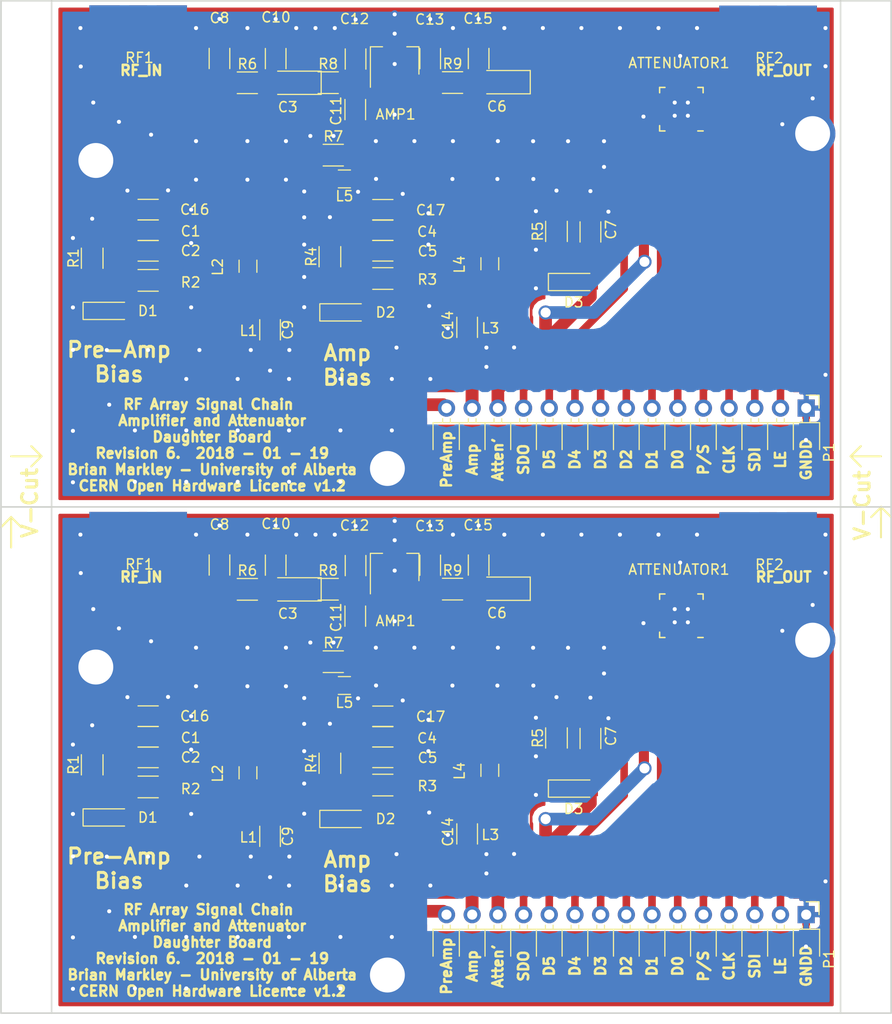
<source format=kicad_pcb>
(kicad_pcb (version 4) (host pcbnew 4.0.5)
  (title_block (title "RF Array Signal Chain Amplifier and Attenuator Daughter Board") (date 2018-01-19) (rev 6) (company "Brian Markley") (comment 1 "CERN Open Hardware Licence v1.2"))
  (layers (0 F.Cu signal) (31 B.Cu signal hide) (34 B.Paste user) (35 F.Paste user) (36 B.SilkS user) (37 F.SilkS user) (38 B.Mask user) (39 F.Mask user) (44 Edge.Cuts user))
  (net 0 "")
  (net 1 "Net-(AMP1-Pad1)")
  (net 2 GNDD)
  (net 3 "Net-(AMP1-Pad3)")
  (net 4 P/S)
  (net 5 CLK)
  (net 6 SDI)
  (net 7 LE)
  (net 8 "Net-(ATTENUATOR1-Pad13)")
  (net 9 SDO)
  (net 10 +5V_Attenuators)
  (net 11 D5)
  (net 12 D4)
  (net 13 D3)
  (net 14 D2)
  (net 15 D1)
  (net 16 D0)
  (net 17 +5V_Amplifiers)
  (net 18 PreAmpBiasVoltage)
  (net 19 "Net-(D1-Pad1)")
  (net 20 "Net-(D2-Pad1)")
  (net 21 "Net-(D3-Pad1)")
  (net 22 "Net-(ATTENUATOR1-Pad6)")
  (net 23 "Net-(C9-Pad1)")
  (net 24 "Net-(C14-Pad1)")
  (net 25 "Net-(C11-Pad2)")
  (net 26 "Net-(L5-Pad2)")
  (net 27 RF_OUT)
  (net 28 RF_IN)
  (module Capacitors_SMD:C_1206_HandSoldering (layer F.Cu) (at 106.589 155.962)
    (fp_text reference C17 (at 4.7244 0.0254) (layer F.SilkS))
    (fp_text value 1uF)
    (pad 1 smd rect (at -2 0) (size 2 1.6) (layers F.Cu F.Paste F.Mask) (net 17 +5V_Amplifiers))
    (pad 2 smd rect (at 2 0) (size 2 1.6) (layers F.Cu F.Paste F.Mask) (net 2 GNDD))
  )
  (module Capacitors_SMD:C_1206_HandSoldering (layer F.Cu) (at 83.38646 155.94274 180)
    (fp_text reference C16 (at -4.60974 0.00614 180) (layer F.SilkS))
    (fp_text value 100pF)
    (pad 1 smd rect (at -2 0 180) (size 2 1.6) (layers F.Cu F.Paste F.Mask) (net 2 GNDD))
    (pad 2 smd rect (at 2 0 180) (size 2 1.6) (layers F.Cu F.Paste F.Mask) (net 18 PreAmpBiasVoltage))
  )
  (module User:Pin_Header_Angled_1x15_Pitch2.54mm (layer F.Cu) (at 148.44296 175.5434 270)
    (fp_text reference P1 (at 4.385 -2.27 270) (layer F.SilkS))
    (fp_text value CONN_01X15)
    (pad 1 thru_hole rect (at 0 0 270) (size 1.7 1.7) (drill 1) (layers *.Cu *.Mask) (net 2 GNDD))
    (pad 2 thru_hole oval (at 0 2.54 270) (size 1.7 1.7) (drill 1) (layers *.Cu *.Mask) (net 7 LE))
    (pad 3 thru_hole oval (at 0 5.08 270) (size 1.7 1.7) (drill 1) (layers *.Cu *.Mask) (net 6 SDI))
    (pad 4 thru_hole oval (at 0 7.62 270) (size 1.7 1.7) (drill 1) (layers *.Cu *.Mask) (net 5 CLK))
    (pad 5 thru_hole oval (at 0 10.16 270) (size 1.7 1.7) (drill 1) (layers *.Cu *.Mask) (net 4 P/S))
    (pad 6 thru_hole oval (at 0 12.7 270) (size 1.7 1.7) (drill 1) (layers *.Cu *.Mask) (net 16 D0))
    (pad 7 thru_hole oval (at 0 15.24 270) (size 1.7 1.7) (drill 1) (layers *.Cu *.Mask) (net 15 D1))
    (pad 8 thru_hole oval (at 0 17.78 270) (size 1.7 1.7) (drill 1) (layers *.Cu *.Mask) (net 14 D2))
    (pad 9 thru_hole oval (at 0 20.32 270) (size 1.7 1.7) (drill 1) (layers *.Cu *.Mask) (net 13 D3))
    (pad 10 thru_hole oval (at 0 22.86 270) (size 1.7 1.7) (drill 1) (layers *.Cu *.Mask) (net 12 D4))
    (pad 11 thru_hole oval (at 0 25.4 270) (size 1.7 1.7) (drill 1) (layers *.Cu *.Mask) (net 11 D5))
    (pad 12 thru_hole oval (at 0 27.94 270) (size 1.7 1.7) (drill 1) (layers *.Cu *.Mask) (net 9 SDO))
    (pad 13 thru_hole oval (at 0 30.48 270) (size 1.7 1.7) (drill 1) (layers *.Cu *.Mask) (net 10 +5V_Attenuators))
    (pad 14 thru_hole oval (at 0 33.02 270) (size 1.7 1.7) (drill 1) (layers *.Cu *.Mask) (net 17 +5V_Amplifiers))
    (pad 15 thru_hole oval (at 0 35.56 270) (size 1.7 1.7) (drill 1) (layers *.Cu *.Mask) (net 18 PreAmpBiasVoltage))
  )
  (module Resistors_SMD:R_0805_HandSoldering (layer F.Cu) (at 102.79 152.908 180)
    (fp_text reference L5 (at 0 -1.7 180) (layer F.SilkS))
    (fp_text value LH)
    (pad 1 smd rect (at -1.35 0 180) (size 1.5 1.3) (layers F.Cu F.Paste F.Mask) (net 2 GNDD))
    (pad 2 smd rect (at 1.35 0 180) (size 1.5 1.3) (layers F.Cu F.Paste F.Mask) (net 26 "Net-(L5-Pad2)"))
  )
  (module Resistors_SMD:R_1206_HandSoldering (layer F.Cu) (at 113.4824 143.387)
    (fp_text reference R9 (at 0 -1.85) (layer F.SilkS))
    (fp_text value RΩ)
    (pad 1 smd rect (at -2 0) (size 2 1.7) (layers F.Cu F.Paste F.Mask) (net 3 "Net-(AMP1-Pad3)"))
    (pad 2 smd rect (at 2 0) (size 2 1.7) (layers F.Cu F.Paste F.Mask) (net 3 "Net-(AMP1-Pad3)"))
  )
  (module Resistors_SMD:R_1206_HandSoldering (layer F.Cu) (at 101.18732 143.40044)
    (fp_text reference R8 (at 0 -1.85) (layer F.SilkS))
    (fp_text value RΩ)
    (pad 1 smd rect (at -2 0) (size 2 1.7) (layers F.Cu F.Paste F.Mask) (net 1 "Net-(AMP1-Pad1)"))
    (pad 2 smd rect (at 2 0) (size 2 1.7) (layers F.Cu F.Paste F.Mask) (net 1 "Net-(AMP1-Pad1)"))
  )
  (module Resistors_SMD:R_1206_HandSoldering (layer F.Cu) (at 101.69 150.558)
    (fp_text reference R7 (at 0 -1.85) (layer F.SilkS))
    (fp_text value RΩ)
    (pad 1 smd rect (at -2 0) (size 2 1.7) (layers F.Cu F.Paste F.Mask) (net 26 "Net-(L5-Pad2)"))
    (pad 2 smd rect (at 2 0) (size 2 1.7) (layers F.Cu F.Paste F.Mask) (net 25 "Net-(C11-Pad2)"))
  )
  (module Resistors_SMD:R_1206_HandSoldering (layer F.Cu) (at 93.19648 143.4106)
    (fp_text reference R6 (at 0 -1.85) (layer F.SilkS))
    (fp_text value RΩ)
    (pad 1 smd rect (at -2 0) (size 2 1.7) (layers F.Cu F.Paste F.Mask) (net 28 RF_IN))
    (pad 2 smd rect (at 2 0) (size 2 1.7) (layers F.Cu F.Paste F.Mask) (net 28 RF_IN))
  )
  (module Capacitors_SMD:C_1206_HandSoldering (layer F.Cu) (at 116.0605 141.0121 90)
    (fp_text reference C15 (at 3.93954 -0.05334 180) (layer F.SilkS))
    (fp_text value CF)
    (pad 1 smd rect (at -2 0 90) (size 2 1.6) (layers F.Cu F.Paste F.Mask) (net 3 "Net-(AMP1-Pad3)"))
    (pad 2 smd rect (at 2 0 90) (size 2 1.6) (layers F.Cu F.Paste F.Mask) (net 2 GNDD))
  )
  (module Capacitors_SMD:C_1206_HandSoldering (layer F.Cu) (at 114.92512 167.5678 270)
    (fp_text reference C14 (at -0.19812 1.905 270) (layer F.SilkS))
    (fp_text value CF)
    (pad 1 smd rect (at -2 0 270) (size 2 1.6) (layers F.Cu F.Paste F.Mask) (net 24 "Net-(C14-Pad1)"))
    (pad 2 smd rect (at 2 0 270) (size 2 1.6) (layers F.Cu F.Paste F.Mask) (net 2 GNDD))
  )
  (module Capacitors_SMD:C_1206_HandSoldering (layer F.Cu) (at 111.2726 141.0248 90)
    (fp_text reference C13 (at 3.87096 -0.04572 180) (layer F.SilkS))
    (fp_text value CF)
    (pad 1 smd rect (at -2 0 90) (size 2 1.6) (layers F.Cu F.Paste F.Mask) (net 3 "Net-(AMP1-Pad3)"))
    (pad 2 smd rect (at 2 0 90) (size 2 1.6) (layers F.Cu F.Paste F.Mask) (net 2 GNDD))
  )
  (module Capacitors_SMD:C_1206_HandSoldering (layer F.Cu) (at 103.8939 141.0629 90)
    (fp_text reference C12 (at 3.96494 -0.09906 180) (layer F.SilkS))
    (fp_text value CF)
    (pad 1 smd rect (at -2 0 90) (size 2 1.6) (layers F.Cu F.Paste F.Mask) (net 1 "Net-(AMP1-Pad1)"))
    (pad 2 smd rect (at 2 0 90) (size 2 1.6) (layers F.Cu F.Paste F.Mask) (net 2 GNDD))
  )
  (module Capacitors_SMD:C_1206_HandSoldering (layer F.Cu) (at 103.865 146.058 270)
    (fp_text reference C11 (at 0.125 1.9 270) (layer F.SilkS))
    (fp_text value CF)
    (pad 1 smd rect (at -2 0 270) (size 2 1.6) (layers F.Cu F.Paste F.Mask) (net 1 "Net-(AMP1-Pad1)"))
    (pad 2 smd rect (at 2 0 270) (size 2 1.6) (layers F.Cu F.Paste F.Mask) (net 25 "Net-(C11-Pad2)"))
  )
  (module Capacitors_SMD:C_1206_HandSoldering (layer F.Cu) (at 95.99556 141.02046 90)
    (fp_text reference C10 (at 4.08432 0.03048 180) (layer F.SilkS))
    (fp_text value CF)
    (pad 1 smd rect (at -2 0 90) (size 2 1.6) (layers F.Cu F.Paste F.Mask) (net 28 RF_IN))
    (pad 2 smd rect (at 2 0 90) (size 2 1.6) (layers F.Cu F.Paste F.Mask) (net 2 GNDD))
  )
  (module Capacitors_SMD:C_1206_HandSoldering (layer F.Cu) (at 95.44 167.808 270)
    (fp_text reference C9 (at 0 -1.75 270) (layer F.SilkS))
    (fp_text value CF)
    (pad 1 smd rect (at -2 0 270) (size 2 1.6) (layers F.Cu F.Paste F.Mask) (net 23 "Net-(C9-Pad1)"))
    (pad 2 smd rect (at 2 0 270) (size 2 1.6) (layers F.Cu F.Paste F.Mask) (net 2 GNDD))
  )
  (module Capacitors_SMD:C_1206_HandSoldering (layer F.Cu) (at 90.44 141.008 90)
    (fp_text reference C8 (at 4 0 180) (layer F.SilkS))
    (fp_text value CF)
    (pad 1 smd rect (at -2 0 90) (size 2 1.6) (layers F.Cu F.Paste F.Mask) (net 28 RF_IN))
    (pad 2 smd rect (at 2 0 90) (size 2 1.6) (layers F.Cu F.Paste F.Mask) (net 2 GNDD))
  )
  (module User:via (layer F.Cu) (at 101.7095 148.6641)
    (fp_text reference REF** hide)
    (fp_text value via hide)
    (pad 1 thru_hole circle (at 0 0) (size 0.8 0.8) (drill 0.4) (layers *.Cu) (net 2 GNDD))
  )
  (module User:via (layer F.Cu) (at 77.85446 156.83774)
    (fp_text reference REF** hide)
    (fp_text value via hide)
    (pad 1 thru_hole circle (at 0 0) (size 0.8 0.8) (drill 0.4) (layers *.Cu) (net 2 GNDD))
  )
  (module User:via (layer F.Cu) (at 101.357 156.686)
    (fp_text reference REF** hide)
    (fp_text value via hide)
    (pad 1 thru_hole circle (at 0 0) (size 0.8 0.8) (drill 0.4) (layers *.Cu) (net 2 GNDD))
  )
  (module User:via (layer F.Cu) (at 88.1205 149.1721)
    (fp_text reference REF** hide)
    (fp_text value via hide)
    (pad 1 thru_hole circle (at 0 0) (size 0.8 0.8) (drill 0.4) (layers *.Cu) (net 2 GNDD))
  )
  (module User:via (layer F.Cu) (at 116.83012 169.5678)
    (fp_text reference REF** hide)
    (fp_text value via hide)
    (pad 1 thru_hole circle (at 0 0) (size 0.8 0.8) (drill 0.4) (layers *.Cu) (net 2 GNDD))
  )
  (module User:via (layer F.Cu) (at 121.44636 149.18046)
    (fp_text reference REF** hide)
    (fp_text value via hide)
    (pad 1 thru_hole circle (at 0 0) (size 0.8 0.8) (drill 0.4) (layers *.Cu) (net 2 GNDD))
  )
  (module User:via (layer F.Cu) (at 97.345 169.808)
    (fp_text reference REF** hide)
    (fp_text value via hide)
    (pad 1 thru_hole circle (at 0 0) (size 0.8 0.8) (drill 0.4) (layers *.Cu) (net 2 GNDD))
  )
  (module User:via (layer F.Cu) (at 107.47784 172.66812)
    (fp_text reference REF** hide)
    (fp_text value via hide)
    (pad 1 thru_hole circle (at 0 0) (size 0.8 0.8) (drill 0.4) (layers *.Cu) (net 2 GNDD))
  )
  (module User:via (layer F.Cu) (at 97.31784 177.74812)
    (fp_text reference REF** hide)
    (fp_text value via hide)
    (pad 1 thru_hole circle (at 0 0) (size 0.8 0.8) (drill 0.4) (layers *.Cu) (net 2 GNDD))
  )
  (module User:via (layer F.Cu) (at 113.5205 149.1721)
    (fp_text reference REF** hide)
    (fp_text value via hide)
    (pad 1 thru_hole circle (at 0 0) (size 0.8 0.8) (drill 0.4) (layers *.Cu) (net 2 GNDD))
  )
  (module User:via (layer F.Cu) (at 79.53784 175.20812)
    (fp_text reference REF** hide)
    (fp_text value via hide)
    (pad 1 thru_hole circle (at 0 0) (size 0.8 0.8) (drill 0.4) (layers *.Cu) (net 2 GNDD))
  )
  (module User:via (layer F.Cu) (at 97.0105 149.1721)
    (fp_text reference REF** hide)
    (fp_text value via hide)
    (pad 1 thru_hole circle (at 0 0) (size 0.8 0.8) (drill 0.4) (layers *.Cu) (net 2 GNDD))
  )
  (module User:via (layer F.Cu) (at 105.9005 149.1721)
    (fp_text reference REF** hide)
    (fp_text value via hide)
    (pad 1 thru_hole circle (at 0 0) (size 0.8 0.8) (drill 0.4) (layers *.Cu) (net 2 GNDD))
  )
  (module User:via (layer F.Cu) (at 117.9655 149.1721)
    (fp_text reference REF** hide)
    (fp_text value via hide)
    (pad 1 thru_hole circle (at 0 0) (size 0.8 0.8) (drill 0.4) (layers *.Cu) (net 2 GNDD))
  )
  (module User:via (layer F.Cu) (at 111.097 156.291)
    (fp_text reference REF** hide)
    (fp_text value via hide)
    (pad 1 thru_hole circle (at 0 0) (size 0.8 0.8) (drill 0.4) (layers *.Cu) (net 2 GNDD))
  )
  (module User:via (layer F.Cu) (at 92.23784 177.74812)
    (fp_text reference REF** hide)
    (fp_text value via hide)
    (pad 1 thru_hole circle (at 0 0) (size 0.8 0.8) (drill 0.4) (layers *.Cu) (net 2 GNDD))
  )
  (module User:via (layer F.Cu) (at 107.47784 177.74812)
    (fp_text reference REF** hide)
    (fp_text value via hide)
    (pad 1 thru_hole circle (at 0 0) (size 0.8 0.8) (drill 0.4) (layers *.Cu) (net 2 GNDD))
  )
  (module User:via (layer F.Cu) (at 111.171 165.4596)
    (fp_text reference REF** hide)
    (fp_text value via hide)
    (pad 1 thru_hole circle (at 0 0) (size 0.8 0.8) (drill 0.4) (layers *.Cu) (net 2 GNDD))
  )
  (module User:via (layer F.Cu) (at 93.535 169.808)
    (fp_text reference REF** hide)
    (fp_text value via hide)
    (pad 1 thru_hole circle (at 0 0) (size 0.8 0.8) (drill 0.4) (layers *.Cu) (net 2 GNDD))
  )
  (module User:via (layer F.Cu) (at 107.94012 169.5678)
    (fp_text reference REF** hide)
    (fp_text value via hide)
    (pad 1 thru_hole circle (at 0 0) (size 0.8 0.8) (drill 0.4) (layers *.Cu) (net 2 GNDD))
  )
  (module User:via (layer F.Cu) (at 83.375 169.808)
    (fp_text reference REF** hide)
    (fp_text value via hide)
    (pad 1 thru_hole circle (at 0 0) (size 0.8 0.8) (drill 0.4) (layers *.Cu) (net 2 GNDD))
  )
  (module User:via (layer F.Cu) (at 93.2005 149.1721)
    (fp_text reference REF** hide)
    (fp_text value via hide)
    (pad 1 thru_hole circle (at 0 0) (size 0.8 0.8) (drill 0.4) (layers *.Cu) (net 2 GNDD))
  )
  (module User:via (layer F.Cu) (at 109.7105 149.1721)
    (fp_text reference REF** hide)
    (fp_text value via hide)
    (pad 1 thru_hole circle (at 0 0) (size 0.8 0.8) (drill 0.4) (layers *.Cu) (net 2 GNDD))
  )
  (module User:via (layer F.Cu) (at 80.5005 147.2671)
    (fp_text reference REF** hide)
    (fp_text value via hide)
    (pad 1 thru_hole circle (at 0 0) (size 0.8 0.8) (drill 0.4) (layers *.Cu) (net 2 GNDD))
  )
  (module User:via (layer F.Cu) (at 103.8939 137.1579)
    (fp_text reference REF** hide)
    (fp_text value via hide)
    (pad 1 thru_hole circle (at 0 0) (size 0.8 0.8) (drill 0.4) (layers *.Cu) (net 2 GNDD))
  )
  (module User:via (layer F.Cu) (at 98.02756 138.00446)
    (fp_text reference REF** hide)
    (fp_text value via hide)
    (pad 1 thru_hole circle (at 0 0) (size 0.8 0.8) (drill 0.4) (layers *.Cu) (net 2 GNDD))
  )
  (module User:via (layer F.Cu) (at 107.7583 141.5576)
    (fp_text reference REF** hide)
    (fp_text value via hide)
    (pad 1 thru_hole circle (at 0 0) (size 0.8 0.8) (drill 0.4) (layers *.Cu) (net 2 GNDD))
  )
  (module User:via (layer F.Cu) (at 107.7583 136.6526)
    (fp_text reference REF** hide)
    (fp_text value via hide)
    (pad 1 thru_hole circle (at 0 0) (size 0.8 0.8) (drill 0.4) (layers *.Cu) (net 2 GNDD))
  )
  (module User:via (layer F.Cu) (at 150.35156 138.00446)
    (fp_text reference REF** hide)
    (fp_text value via hide)
    (pad 1 thru_hole circle (at 0 0) (size 0.8 0.8) (drill 0.4) (layers *.Cu) (net 2 GNDD))
  )
  (module User:via (layer F.Cu) (at 118.60156 138.00446)
    (fp_text reference REF** hide)
    (fp_text value via hide)
    (pad 1 thru_hole circle (at 0 0) (size 0.8 0.8) (drill 0.4) (layers *.Cu) (net 2 GNDD))
  )
  (module User:via (layer F.Cu) (at 150.3545 141.776)
    (fp_text reference REF** hide)
    (fp_text value via hide)
    (pad 1 thru_hole circle (at 0 0) (size 0.8 0.8) (drill 0.4) (layers *.Cu) (net 2 GNDD))
  )
  (module User:via (layer F.Cu) (at 137.65156 138.00446)
    (fp_text reference REF** hide)
    (fp_text value via hide)
    (pad 1 thru_hole circle (at 0 0) (size 0.8 0.8) (drill 0.4) (layers *.Cu) (net 2 GNDD))
  )
  (module User:via (layer F.Cu) (at 126.22156 138.00446)
    (fp_text reference REF** hide)
    (fp_text value via hide)
    (pad 1 thru_hole circle (at 0 0) (size 0.8 0.8) (drill 0.4) (layers *.Cu) (net 2 GNDD))
  )
  (module User:via (layer F.Cu) (at 113.52156 138.00446)
    (fp_text reference REF** hide)
    (fp_text value via hide)
    (pad 1 thru_hole circle (at 0 0) (size 0.8 0.8) (drill 0.4) (layers *.Cu) (net 2 GNDD))
  )
  (module User:via (layer F.Cu) (at 135.9845 140.766)
    (fp_text reference REF** hide)
    (fp_text value via hide)
    (pad 1 thru_hole circle (at 0 0) (size 0.8 0.8) (drill 0.4) (layers *.Cu) (net 2 GNDD))
  )
  (module User:via (layer F.Cu) (at 122.41156 138.00446)
    (fp_text reference REF** hide)
    (fp_text value via hide)
    (pad 1 thru_hole circle (at 0 0) (size 0.8 0.8) (drill 0.4) (layers *.Cu) (net 2 GNDD))
  )
  (module User:via (layer F.Cu) (at 124.90076 149.18046)
    (fp_text reference REF** hide)
    (fp_text value via hide)
    (pad 1 thru_hole circle (at 0 0) (size 0.8 0.8) (drill 0.4) (layers *.Cu) (net 2 GNDD))
  )
  (module User:via (layer F.Cu) (at 133.84156 138.00446)
    (fp_text reference REF** hide)
    (fp_text value via hide)
    (pad 1 thru_hole circle (at 0 0) (size 0.8 0.8) (drill 0.4) (layers *.Cu) (net 2 GNDD))
  )
  (module User:via (layer F.Cu) (at 130.03156 138.00446)
    (fp_text reference REF** hide)
    (fp_text value via hide)
    (pad 1 thru_hole circle (at 0 0) (size 0.8 0.8) (drill 0.4) (layers *.Cu) (net 2 GNDD))
  )
  (module User:via (layer F.Cu) (at 149.0845 144.951)
    (fp_text reference REF** hide)
    (fp_text value via hide)
    (pad 1 thru_hole circle (at 0 0) (size 0.8 0.8) (drill 0.4) (layers *.Cu) (net 2 GNDD))
  )
  (module User:via (layer F.Cu) (at 76.69156 138.00446)
    (fp_text reference REF** hide)
    (fp_text value via hide)
    (pad 1 thru_hole circle (at 0 0) (size 0.8 0.8) (drill 0.4) (layers *.Cu) (net 2 GNDD))
  )
  (module User:via (layer F.Cu) (at 93.20156 138.00446)
    (fp_text reference REF** hide)
    (fp_text value via hide)
    (pad 1 thru_hole circle (at 0 0) (size 0.8 0.8) (drill 0.4) (layers *.Cu) (net 2 GNDD))
  )
  (module User:via (layer F.Cu) (at 111.2726 137.1198)
    (fp_text reference REF** hide)
    (fp_text value via hide)
    (pad 1 thru_hole circle (at 0 0) (size 0.8 0.8) (drill 0.4) (layers *.Cu) (net 2 GNDD))
  )
  (module User:via (layer F.Cu) (at 108.557 154.386)
    (fp_text reference REF** hide)
    (fp_text value via hide)
    (pad 1 thru_hole circle (at 0 0) (size 0.8 0.8) (drill 0.4) (layers *.Cu) (net 2 GNDD))
  )
  (module User:via (layer F.Cu) (at 101.83756 138.00446)
    (fp_text reference REF** hide)
    (fp_text value via hide)
    (pad 1 thru_hole circle (at 0 0) (size 0.8 0.8) (drill 0.4) (layers *.Cu) (net 2 GNDD))
  )
  (module User:via (layer F.Cu) (at 77.9605 145.3621)
    (fp_text reference REF** hide)
    (fp_text value via hide)
    (pad 1 thru_hole circle (at 0 0) (size 0.8 0.8) (drill 0.4) (layers *.Cu) (net 2 GNDD))
  )
  (module User:via (layer F.Cu) (at 88.12156 138.00446)
    (fp_text reference REF** hide)
    (fp_text value via hide)
    (pad 1 thru_hole circle (at 0 0) (size 0.8 0.8) (drill 0.4) (layers *.Cu) (net 2 GNDD))
  )
  (module User:via (layer F.Cu) (at 85.35446 154.03774)
    (fp_text reference REF** hide)
    (fp_text value via hide)
    (pad 1 thru_hole circle (at 0 0) (size 0.8 0.8) (drill 0.4) (layers *.Cu) (net 2 GNDD))
  )
  (module User:RFSolderPad (layer F.Cu) (at 129.76 143.418)
    (fp_text reference "" (at 0 2.54) (layer F.SilkS))
    (fp_text value RFSolderPad)
    (pad "" smd rect (at 0 0) (size 3 3) (layers F.Cu F.Paste F.Mask) (net 8 "Net-(ATTENUATOR1-Pad13)"))
  )
  (module Capacitors_Tantalum_SMD:CP_Tantalum_Case-R_EIA-2012-12_Hand (layer F.Cu) (at 117.8639 143.3489 180)
    (fp_text reference C6 (at 0 -2.4 180) (layer F.SilkS))
    (fp_text value 10nF)
    (pad 1 smd rect (at -1.7 0 180) (size 2.6 1.8) (layers F.Cu F.Paste F.Mask) (net 8 "Net-(ATTENUATOR1-Pad13)"))
    (pad 2 smd rect (at 1.7 0 180) (size 2.6 1.8) (layers F.Cu F.Paste F.Mask) (net 3 "Net-(AMP1-Pad3)"))
  )
  (module Capacitors_Tantalum_SMD:CP_Tantalum_Case-R_EIA-2012-12_Hand (layer F.Cu) (at 97.1919 143.4106 180)
    (fp_text reference C3 (at 0 -2.4 180) (layer F.SilkS))
    (fp_text value 10nF)
    (pad 1 smd rect (at -1.7 0 180) (size 2.6 1.8) (layers F.Cu F.Paste F.Mask) (net 1 "Net-(AMP1-Pad1)"))
    (pad 2 smd rect (at 1.7 0 180) (size 2.6 1.8) (layers F.Cu F.Paste F.Mask) (net 28 RF_IN))
  )
  (module User:Standoff (layer F.Cu) (at 107.04 181.508)
    (fp_text reference "" (at 0 4.572) (layer F.SilkS))
    (fp_text value Standoff)
    (pad 1 thru_hole circle (at 0 0) (size 4.5 4.5) (drill 3.45) (layers *.Cu *.Mask) (net 2 GNDD))
  )
  (module User:Standoff (layer F.Cu) (at 78.21556 151.08546)
    (fp_text reference "" (at 0 4.572) (layer F.SilkS))
    (fp_text value Standoff)
    (pad 1 thru_hole circle (at 0 0) (size 4.5 4.5) (drill 3.45) (layers *.Cu *.Mask) (net 2 GNDD))
  )
  (module User:Standoff (layer F.Cu) (at 149.0845 148.4308)
    (fp_text reference "" (at 0 4.572) (layer F.SilkS))
    (fp_text value Standoff)
    (pad 1 thru_hole circle (at 0 0) (size 4.5 4.5) (drill 3.45) (layers *.Cu *.Mask) (net 2 GNDD))
  )
  (module User:SMAEdge (layer F.Cu) (at 144.677 137.881)
    (fp_text reference RF2 (at 0.13 3.09) (layer F.SilkS))
    (fp_text value RF-Conn)
    (pad 2 smd rect (at 0 0) (size 1.78 4.19) (layers F.Cu F.Paste F.Mask) (net 27 RF_OUT))
    (pad 1 smd rect (at -3.325 0) (size 3 4.19) (layers F.Cu F.Paste F.Mask) (net 2 GNDD))
    (pad 3 smd rect (at 3.325 0) (size 3 4.19) (layers F.Cu F.Paste F.Mask) (net 2 GNDD))
    (pad 1 smd rect (at 0 0) (size 9.65 4.19) (layers B.Cu B.Paste B.Mask) (net 2 GNDD))
  )
  (module User:SMAEdge (layer F.Cu) (at 82.397 137.851)
    (fp_text reference RF1 (at 0.13 3.09) (layer F.SilkS))
    (fp_text value RF-Conn)
    (pad 2 smd rect (at 0 0) (size 1.78 4.19) (layers F.Cu F.Paste F.Mask) (net 28 RF_IN))
    (pad 1 smd rect (at -3.325 0) (size 3 4.19) (layers F.Cu F.Paste F.Mask) (net 2 GNDD))
    (pad 3 smd rect (at 3.325 0) (size 3 4.19) (layers F.Cu F.Paste F.Mask) (net 2 GNDD))
    (pad 1 smd rect (at 0 0) (size 9.65 4.19) (layers B.Cu B.Paste B.Mask) (net 2 GNDD))
  )
  (module LEDs:LED_1206 (layer F.Cu) (at 125.457 163.091)
    (fp_text reference D3 (at 0 2) (layer F.SilkS))
    (fp_text value LED)
    (pad 2 smd rect (at 1.65 0 180) (size 1.5 1.5) (layers F.Cu F.Paste F.Mask) (net 10 +5V_Attenuators))
    (pad 1 smd rect (at -1.65 0 180) (size 1.5 1.5) (layers F.Cu F.Paste F.Mask) (net 21 "Net-(D3-Pad1)"))
  )
  (module LEDs:LED_1206 (layer F.Cu) (at 102.857 166.091)
    (fp_text reference D2 (at 4 0) (layer F.SilkS))
    (fp_text value LED)
    (pad 2 smd rect (at 1.65 0 180) (size 1.5 1.5) (layers F.Cu F.Paste F.Mask) (net 17 +5V_Amplifiers))
    (pad 1 smd rect (at -1.65 0 180) (size 1.5 1.5) (layers F.Cu F.Paste F.Mask) (net 20 "Net-(D2-Pad1)"))
  )
  (module LEDs:LED_1206 (layer F.Cu) (at 79.45446 165.94274)
    (fp_text reference D1 (at 3.9 0) (layer F.SilkS))
    (fp_text value LED)
    (pad 2 smd rect (at 1.65 0 180) (size 1.5 1.5) (layers F.Cu F.Paste F.Mask) (net 18 PreAmpBiasVoltage))
    (pad 1 smd rect (at -1.65 0 180) (size 1.5 1.5) (layers F.Cu F.Paste F.Mask) (net 19 "Net-(D1-Pad1)"))
  )
  (module TO_SOT_Packages_SMD:SOT89-3_Housing_Handsoldering (layer F.Cu) (at 107.7583 141.6326 90)
    (fp_text reference AMP1 (at -4.9 0.1 180) (layer F.SilkS))
    (fp_text value RF3376)
    (pad 1 smd rect (at -1.98 -1.5) (size 1 2.5) (layers F.Cu F.Paste F.Mask) (net 1 "Net-(AMP1-Pad1)"))
    (pad 2 smd rect (at -1.98 0) (size 1 2.5) (layers F.Cu F.Paste F.Mask) (net 2 GNDD))
    (pad 3 smd rect (at -1.98 1.5) (size 1 2.5) (layers F.Cu F.Paste F.Mask) (net 3 "Net-(AMP1-Pad3)"))
    (pad 2 smd rect (at 1.98 0) (size 2 4) (layers F.Cu F.Paste F.Mask) (net 2 GNDD))
    (pad 2 smd trapezoid (at -0.37 0 180) (size 1.5 0.75) (rect_delta 0 0.5) (layers F.Cu F.Paste F.Mask) (net 2 GNDD))
  )
  (module Resistors_SMD:R_1206_HandSoldering (layer F.Cu) (at 123.757 158.091 90)
    (fp_text reference R5 (at 0 -1.85 90) (layer F.SilkS))
    (fp_text value 1k17Ω)
    (pad 1 smd rect (at -2 0 90) (size 2 1.7) (layers F.Cu F.Paste F.Mask) (net 21 "Net-(D3-Pad1)"))
    (pad 2 smd rect (at 2 0 90) (size 2 1.7) (layers F.Cu F.Paste F.Mask) (net 2 GNDD))
  )
  (module Resistors_SMD:R_1206_HandSoldering (layer F.Cu) (at 101.357 160.591 90)
    (fp_text reference R4 (at 0 -1.85 90) (layer F.SilkS))
    (fp_text value 430Ω)
    (pad 1 smd rect (at -2 0 90) (size 2 1.7) (layers F.Cu F.Paste F.Mask) (net 20 "Net-(D2-Pad1)"))
    (pad 2 smd rect (at 2 0 90) (size 2 1.7) (layers F.Cu F.Paste F.Mask) (net 2 GNDD))
  )
  (module Resistors_SMD:R_1206_HandSoldering (layer F.Cu) (at 106.589 162.7438)
    (fp_text reference R3 (at 4.4 0.1) (layer F.SilkS))
    (fp_text value 0Ω)
    (pad 1 smd rect (at -2 0) (size 2 1.7) (layers F.Cu F.Paste F.Mask) (net 17 +5V_Amplifiers))
    (pad 2 smd rect (at 2 0) (size 2 1.7) (layers F.Cu F.Paste F.Mask) (net 24 "Net-(C14-Pad1)"))
  )
  (module Resistors_SMD:R_1206_HandSoldering (layer F.Cu) (at 83.38646 162.92774)
    (fp_text reference R2 (at 4.2 0.2) (layer F.SilkS))
    (fp_text value RΩ)
    (pad 1 smd rect (at -2 0) (size 2 1.7) (layers F.Cu F.Paste F.Mask) (net 18 PreAmpBiasVoltage))
    (pad 2 smd rect (at 2 0) (size 2 1.7) (layers F.Cu F.Paste F.Mask) (net 23 "Net-(C9-Pad1)"))
  )
  (module Resistors_SMD:R_1206_HandSoldering (layer F.Cu) (at 77.85446 160.74274 90)
    (fp_text reference R1 (at 0 -1.85 90) (layer F.SilkS))
    (fp_text value RΩ)
    (pad 1 smd rect (at -2 0 90) (size 2 1.7) (layers F.Cu F.Paste F.Mask) (net 19 "Net-(D1-Pad1)"))
    (pad 2 smd rect (at 2 0 90) (size 2 1.7) (layers F.Cu F.Paste F.Mask) (net 2 GNDD))
  )
  (module Capacitors_SMD:C_1206_HandSoldering (layer F.Cu) (at 106.589 160.0006)
    (fp_text reference C5 (at 4.4196 0.0508) (layer F.SilkS))
    (fp_text value 100pF)
    (pad 1 smd rect (at -2 0) (size 2 1.6) (layers F.Cu F.Paste F.Mask) (net 17 +5V_Amplifiers))
    (pad 2 smd rect (at 2 0) (size 2 1.6) (layers F.Cu F.Paste F.Mask) (net 2 GNDD))
  )
  (module Capacitors_SMD:C_1206_HandSoldering (layer F.Cu) (at 106.589 157.9686)
    (fp_text reference C4 (at 4.3688 0.1524) (layer F.SilkS))
    (fp_text value 1uF)
    (pad 1 smd rect (at -2 0) (size 2 1.6) (layers F.Cu F.Paste F.Mask) (net 17 +5V_Amplifiers))
    (pad 2 smd rect (at 2 0) (size 2 1.6) (layers F.Cu F.Paste F.Mask) (net 2 GNDD))
  )
  (module Capacitors_SMD:C_1206_HandSoldering (layer F.Cu) (at 83.38646 160.00674 180)
    (fp_text reference C2 (at -4.2 0 180) (layer F.SilkS))
    (fp_text value 100pF)
    (pad 1 smd rect (at -2 0 180) (size 2 1.6) (layers F.Cu F.Paste F.Mask) (net 2 GNDD))
    (pad 2 smd rect (at 2 0 180) (size 2 1.6) (layers F.Cu F.Paste F.Mask) (net 18 PreAmpBiasVoltage))
  )
  (module Capacitors_SMD:C_1206_HandSoldering (layer F.Cu) (at 83.38646 157.97474 180)
    (fp_text reference C1 (at -4.2 -0.1 180) (layer F.SilkS))
    (fp_text value 1uF)
    (pad 1 smd rect (at -2 0 180) (size 2 1.6) (layers F.Cu F.Paste F.Mask) (net 2 GNDD))
    (pad 2 smd rect (at 2 0 180) (size 2 1.6) (layers F.Cu F.Paste F.Mask) (net 18 PreAmpBiasVoltage))
  )
  (module Housings_DFN_QFN:QFN-24-1EP_4x4mm_Pitch0.5mm (layer F.Cu) (at 136.1051 146.0178 180)
    (fp_text reference ATTENUATOR1 (at 0.2398 4.5633 180) (layer F.SilkS))
    (fp_text value SKY12347-362LF)
    (pad 1 smd rect (at -1.95 -1.25 180) (size 0.85 0.3) (layers F.Cu F.Paste F.Mask) (net 4 P/S))
    (pad 2 smd rect (at -1.95 -0.75 180) (size 0.85 0.3) (layers F.Cu F.Paste F.Mask) (net 5 CLK))
    (pad 3 smd rect (at -1.95 -0.25 180) (size 0.85 0.3) (layers F.Cu F.Paste F.Mask) (net 6 SDI))
    (pad 4 smd rect (at -1.95 0.25 180) (size 0.85 0.3) (layers F.Cu F.Paste F.Mask) (net 7 LE))
    (pad 5 smd rect (at -1.95 0.75 180) (size 0.85 0.3) (layers F.Cu F.Paste F.Mask) (net 2 GNDD))
    (pad 6 smd rect (at -1.95 1.25 180) (size 0.85 0.3) (layers F.Cu F.Paste F.Mask) (net 27 RF_OUT))
    (pad 7 smd rect (at -1.25 1.95 270) (size 0.85 0.3) (layers F.Cu F.Paste F.Mask) (net 2 GNDD))
    (pad 8 smd rect (at -0.75 1.95 270) (size 0.85 0.3) (layers F.Cu F.Paste F.Mask) (net 2 GNDD))
    (pad 9 smd rect (at -0.25 1.95 270) (size 0.85 0.3) (layers F.Cu F.Paste F.Mask) (net 2 GNDD))
    (pad 10 smd rect (at 0.25 1.95 270) (size 0.85 0.3) (layers F.Cu F.Paste F.Mask) (net 2 GNDD))
    (pad 11 smd rect (at 0.75 1.95 270) (size 0.85 0.3) (layers F.Cu F.Paste F.Mask) (net 2 GNDD))
    (pad 12 smd rect (at 1.25 1.95 270) (size 0.85 0.3) (layers F.Cu F.Paste F.Mask) (net 2 GNDD))
    (pad 13 smd rect (at 1.95 1.25 180) (size 0.85 0.3) (layers F.Cu F.Paste F.Mask) (net 8 "Net-(ATTENUATOR1-Pad13)"))
    (pad 14 smd rect (at 1.95 0.75 180) (size 0.85 0.3) (layers F.Cu F.Paste F.Mask) (net 2 GNDD))
    (pad 15 smd rect (at 1.95 0.25 180) (size 0.85 0.3) (layers F.Cu F.Paste F.Mask) (net 9 SDO))
    (pad 16 smd rect (at 1.95 -0.25 180) (size 0.85 0.3) (layers F.Cu F.Paste F.Mask) (net 2 GNDD))
    (pad 17 smd rect (at 1.95 -0.75 180) (size 0.85 0.3) (layers F.Cu F.Paste F.Mask) (net 2 GNDD))
    (pad 18 smd rect (at 1.95 -1.25 180) (size 0.85 0.3) (layers F.Cu F.Paste F.Mask) (net 10 +5V_Attenuators))
    (pad 19 smd rect (at 1.25 -1.95 270) (size 0.85 0.3) (layers F.Cu F.Paste F.Mask) (net 11 D5))
    (pad 20 smd rect (at 0.75 -1.95 270) (size 0.85 0.3) (layers F.Cu F.Paste F.Mask) (net 12 D4))
    (pad 21 smd rect (at 0.25 -1.95 270) (size 0.85 0.3) (layers F.Cu F.Paste F.Mask) (net 13 D3))
    (pad 22 smd rect (at -0.25 -1.95 270) (size 0.85 0.3) (layers F.Cu F.Paste F.Mask) (net 14 D2))
    (pad 23 smd rect (at -0.75 -1.95 270) (size 0.85 0.3) (layers F.Cu F.Paste F.Mask) (net 15 D1))
    (pad 24 smd rect (at -1.25 -1.95 270) (size 0.85 0.3) (layers F.Cu F.Paste F.Mask) (net 16 D0))
    (pad 25 smd rect (at 0.65 0.65 180) (size 1.3 1.3) (layers F.Cu F.Paste F.Mask) (net 2 GNDD))
    (pad 25 smd rect (at 0.65 -0.65 180) (size 1.3 1.3) (layers F.Cu F.Paste F.Mask) (net 2 GNDD))
    (pad 25 smd rect (at -0.65 0.65 180) (size 1.3 1.3) (layers F.Cu F.Paste F.Mask) (net 2 GNDD))
    (pad 25 smd rect (at -0.65 -0.65 180) (size 1.3 1.3) (layers F.Cu F.Paste F.Mask) (net 2 GNDD))
  )
  (module Capacitors_SMD:C_1206_HandSoldering (layer F.Cu) (at 127.114 158.144 90)
    (fp_text reference C7 (at 0.2262 2.0302 90) (layer F.SilkS))
    (fp_text value 0.01uF)
    (pad 1 smd rect (at -2 0 90) (size 2 1.6) (layers F.Cu F.Paste F.Mask) (net 10 +5V_Attenuators))
    (pad 2 smd rect (at 2 0 90) (size 2 1.6) (layers F.Cu F.Paste F.Mask) (net 2 GNDD))
  )
  (module User:Inductor (layer F.Cu) (at 93.257 161.031)
    (fp_text reference L1 (at 0.053 6.874) (layer F.SilkS))
    (fp_text value LH)
    (pad 2 smd rect (at 0 -4.825) (size 6 2) (layers F.Cu F.Paste F.Mask) (net 28 RF_IN))
    (pad 1 smd rect (at 0 4.825) (size 6 2) (layers F.Cu F.Paste F.Mask) (net 23 "Net-(C9-Pad1)"))
  )
  (module Resistors_SMD:R_0805_HandSoldering (layer F.Cu) (at 93.257 161.531 90)
    (fp_text reference L2 (at -0.074 -2.995 90) (layer F.SilkS))
    (fp_text value 2.2uH)
    (pad 1 smd rect (at -1.35 0 90) (size 2 4.2) (layers F.Cu F.Paste F.Mask) (net 23 "Net-(C9-Pad1)"))
    (pad 2 smd rect (at 1.35 0 90) (size 2 4.2) (layers F.Cu F.Paste F.Mask) (net 28 RF_IN))
  )
  (module Resistors_SMD:R_0805_HandSoldering (layer F.Cu) (at 117.1665 161.2865 90)
    (fp_text reference L4 (at -0.074 -2.995 90) (layer F.SilkS))
    (fp_text value 2.2uH)
    (pad 1 smd rect (at -1.35 0 90) (size 2 4.2) (layers F.Cu F.Paste F.Mask) (net 24 "Net-(C14-Pad1)"))
    (pad 2 smd rect (at 1.35 0 90) (size 2 4.2) (layers F.Cu F.Paste F.Mask) (net 3 "Net-(AMP1-Pad3)"))
  )
  (module User:Inductor (layer F.Cu) (at 117.1665 160.7865)
    (fp_text reference L3 (at 0.053 6.874) (layer F.SilkS))
    (fp_text value LH)
    (pad 2 smd rect (at 0 -4.825) (size 6 2) (layers F.Cu F.Paste F.Mask) (net 3 "Net-(AMP1-Pad3)"))
    (pad 1 smd rect (at 0 4.825) (size 6 2) (layers F.Cu F.Paste F.Mask) (net 24 "Net-(C14-Pad1)"))
  )
  (module User:RFSolderPad (layer F.Cu) (at 141.87 143.418)
    (fp_text reference "" (at 0 2.54) (layer F.SilkS))
    (fp_text value RFSolderPad)
    (pad "" smd rect (at 0 0) (size 3 3) (layers F.Cu F.Paste F.Mask) (net 22 "Net-(ATTENUATOR1-Pad6)"))
  )
  (module User:via (layer F.Cu) (at 99.93256 138.00446)
    (fp_text reference REF** hide)
    (fp_text value via hide)
    (pad 1 thru_hole circle (at 0 0) (size 0.8 0.8) (drill 0.4) (layers *.Cu) (net 2 GNDD))
  )
  (module User:via (layer F.Cu) (at 121.725 156.091)
    (fp_text reference REF** hide)
    (fp_text value via hide)
    (pad 1 thru_hole circle (at 0 0) (size 0.8 0.8) (drill 0.4) (layers *.Cu) (net 2 GNDD))
  )
  (module User:via (layer F.Cu) (at 111.097 159.391)
    (fp_text reference REF** hide)
    (fp_text value via hide)
    (pad 1 thru_hole circle (at 0 0) (size 0.8 0.8) (drill 0.4) (layers *.Cu) (net 2 GNDD))
  )
  (module User:via (layer F.Cu) (at 128.45676 149.18046)
    (fp_text reference REF** hide)
    (fp_text value via hide)
    (pad 1 thru_hole circle (at 0 0) (size 0.8 0.8) (drill 0.4) (layers *.Cu) (net 2 GNDD))
  )
  (module User:via (layer F.Cu) (at 105.918 152.908)
    (fp_text reference REF** hide)
    (fp_text value via hide)
    (pad 1 thru_hole circle (at 0 0) (size 0.8 0.8) (drill 0.4) (layers *.Cu) (net 2 GNDD))
  )
  (module User:via (layer F.Cu) (at 87.64046 159.24474)
    (fp_text reference REF** hide)
    (fp_text value via hide)
    (pad 1 thru_hole circle (at 0 0) (size 0.8 0.8) (drill 0.4) (layers *.Cu) (net 2 GNDD))
  )
  (module User:via (layer F.Cu) (at 83.6755 148.5371)
    (fp_text reference REF** hide)
    (fp_text value via hide)
    (pad 1 thru_hole circle (at 0 0) (size 0.8 0.8) (drill 0.4) (layers *.Cu) (net 2 GNDD))
  )
  (module User:via (layer F.Cu) (at 146.08436 147.50406)
    (fp_text reference REF** hide)
    (fp_text value via hide)
    (pad 1 thru_hole circle (at 0 0) (size 0.8 0.8) (drill 0.4) (layers *.Cu) (net 2 GNDD))
  )
  (module User:via (layer F.Cu) (at 98.8142 156.7006)
    (fp_text reference REF** hide)
    (fp_text value via hide)
    (pad 1 thru_hole circle (at 0 0) (size 0.8 0.8) (drill 0.4) (layers *.Cu) (net 2 GNDD))
  )
  (module User:via (layer F.Cu) (at 99.4235 148.6641)
    (fp_text reference REF** hide)
    (fp_text value via hide)
    (pad 1 thru_hole circle (at 0 0) (size 0.8 0.8) (drill 0.4) (layers *.Cu) (net 2 GNDD))
  )
  (module User:via (layer F.Cu) (at 87.64046 155.94274)
    (fp_text reference REF** hide)
    (fp_text value via hide)
    (pad 1 thru_hole circle (at 0 0) (size 0.8 0.8) (drill 0.4) (layers *.Cu) (net 2 GNDD))
  )
  (module User:via (layer F.Cu) (at 88.455 169.808)
    (fp_text reference REF** hide)
    (fp_text value via hide)
    (pad 1 thru_hole circle (at 0 0) (size 0.8 0.8) (drill 0.4) (layers *.Cu) (net 2 GNDD))
  )
  (module User:via (layer F.Cu) (at 87.64046 165.59474)
    (fp_text reference REF** hide)
    (fp_text value via hide)
    (pad 1 thru_hole circle (at 0 0) (size 0.8 0.8) (drill 0.4) (layers *.Cu) (net 2 GNDD))
  )
  (module User:via (layer F.Cu) (at 127.114 154.112)
    (fp_text reference REF** hide)
    (fp_text value via hide)
    (pad 1 thru_hole circle (at 0 0) (size 0.8 0.8) (drill 0.4) (layers *.Cu) (net 2 GNDD))
  )
  (module User:via (layer F.Cu) (at 128.892 156.144)
    (fp_text reference REF** hide)
    (fp_text value via hide)
    (pad 1 thru_hole circle (at 0 0) (size 0.8 0.8) (drill 0.4) (layers *.Cu) (net 2 GNDD))
  )
  (module User:via (layer F.Cu) (at 88.1205 152.9821)
    (fp_text reference REF** hide)
    (fp_text value via hide)
    (pad 1 thru_hole circle (at 0 0) (size 0.8 0.8) (drill 0.4) (layers *.Cu) (net 2 GNDD))
  )
  (module User:via (layer F.Cu) (at 79.29908 169.81316)
    (fp_text reference REF** hide)
    (fp_text value via hide)
    (pad 1 thru_hole circle (at 0 0) (size 0.8 0.8) (drill 0.4) (layers *.Cu) (net 2 GNDD))
  )
  (module User:via (layer F.Cu) (at 116.0605 137.1071)
    (fp_text reference REF** hide)
    (fp_text value via hide)
    (pad 1 thru_hole circle (at 0 0) (size 0.8 0.8) (drill 0.4) (layers *.Cu) (net 2 GNDD))
  )
  (module User:via (layer F.Cu) (at 95.99556 137.11546)
    (fp_text reference REF** hide)
    (fp_text value via hide)
    (pad 1 thru_hole circle (at 0 0) (size 0.8 0.8) (drill 0.4) (layers *.Cu) (net 2 GNDD))
  )
  (module User:via (layer F.Cu) (at 76.724 141.802)
    (fp_text reference REF** hide)
    (fp_text value via hide)
    (pad 1 thru_hole circle (at 0 0) (size 0.8 0.8) (drill 0.4) (layers *.Cu) (net 2 GNDD))
  )
  (module User:via (layer F.Cu) (at 90.44 137.103)
    (fp_text reference REF** hide)
    (fp_text value via hide)
    (pad 1 thru_hole circle (at 0 0) (size 0.8 0.8) (drill 0.4) (layers *.Cu) (net 2 GNDD))
  )
  (module User:via (layer F.Cu) (at 123.757 154.059)
    (fp_text reference REF** hide)
    (fp_text value via hide)
    (pad 1 thru_hole circle (at 0 0) (size 0.8 0.8) (drill 0.4) (layers *.Cu) (net 2 GNDD))
  )
  (module User:via (layer F.Cu) (at 95.44 171.84)
    (fp_text reference REF** hide)
    (fp_text value via hide)
    (pad 1 thru_hole circle (at 0 0) (size 0.8 0.8) (drill 0.4) (layers *.Cu) (net 2 GNDD))
  )
  (module User:via (layer F.Cu) (at 75.94946 158.74274)
    (fp_text reference REF** hide)
    (fp_text value via hide)
    (pad 1 thru_hole circle (at 0 0) (size 0.8 0.8) (drill 0.4) (layers *.Cu) (net 2 GNDD))
  )
  (module User:via (layer F.Cu) (at 113.02012 167.6628)
    (fp_text reference REF** hide)
    (fp_text value via hide)
    (pad 1 thru_hole circle (at 0 0) (size 0.8 0.8) (drill 0.4) (layers *.Cu) (net 2 GNDD))
  )
  (module User:via (layer F.Cu) (at 116.83012 171.4728)
    (fp_text reference REF** hide)
    (fp_text value via hide)
    (pad 1 thru_hole circle (at 0 0) (size 0.8 0.8) (drill 0.4) (layers *.Cu) (net 2 GNDD))
  )
  (module User:via (layer F.Cu) (at 104.14 154.178)
    (fp_text reference REF** hide)
    (fp_text value via hide)
    (pad 1 thru_hole circle (at 0 0) (size 0.8 0.8) (drill 0.4) (layers *.Cu) (net 2 GNDD))
  )
  (module User:via (layer F.Cu) (at 97.0105 152.9821)
    (fp_text reference REF** hide)
    (fp_text value via hide)
    (pad 1 thru_hole circle (at 0 0) (size 0.8 0.8) (drill 0.4) (layers *.Cu) (net 2 GNDD))
  )
  (module User:via (layer F.Cu) (at 93.2005 152.9821)
    (fp_text reference REF** hide)
    (fp_text value via hide)
    (pad 1 thru_hole circle (at 0 0) (size 0.8 0.8) (drill 0.4) (layers *.Cu) (net 2 GNDD))
  )
  (module User:via (layer F.Cu) (at 98.817 154.146)
    (fp_text reference REF** hide)
    (fp_text value via hide)
    (pad 1 thru_hole circle (at 0 0) (size 0.8 0.8) (drill 0.4) (layers *.Cu) (net 2 GNDD))
  )
  (module User:via (layer F.Cu) (at 98.817 165.576)
    (fp_text reference REF** hide)
    (fp_text value via hide)
    (pad 1 thru_hole circle (at 0 0) (size 0.8 0.8) (drill 0.4) (layers *.Cu) (net 2 GNDD))
  )
  (module User:via (layer F.Cu) (at 150.3545 172.256)
    (fp_text reference REF** hide)
    (fp_text value via hide)
    (pad 1 thru_hole circle (at 0 0) (size 0.8 0.8) (drill 0.4) (layers *.Cu) (net 2 GNDD))
  )
  (module User:via (layer F.Cu) (at 98.8142 162.5934)
    (fp_text reference REF** hide)
    (fp_text value via hide)
    (pad 1 thru_hole circle (at 0 0) (size 0.8 0.8) (drill 0.4) (layers *.Cu) (net 2 GNDD))
  )
  (module User:via (layer F.Cu) (at 121.725 159.901)
    (fp_text reference REF** hide)
    (fp_text value via hide)
    (pad 1 thru_hole circle (at 0 0) (size 0.8 0.8) (drill 0.4) (layers *.Cu) (net 2 GNDD))
  )
  (module User:via (layer F.Cu) (at 113.47 152.916)
    (fp_text reference REF** hide)
    (fp_text value via hide)
    (pad 1 thru_hole circle (at 0 0) (size 0.8 0.8) (drill 0.4) (layers *.Cu) (net 2 GNDD))
  )
  (module User:via (layer F.Cu) (at 81.339 154.059)
    (fp_text reference REF** hide)
    (fp_text value via hide)
    (pad 1 thru_hole circle (at 0 0) (size 0.8 0.8) (drill 0.4) (layers *.Cu) (net 2 GNDD))
  )
  (module User:via (layer F.Cu) (at 121.471 152.916)
    (fp_text reference REF** hide)
    (fp_text value via hide)
    (pad 1 thru_hole circle (at 0 0) (size 0.8 0.8) (drill 0.4) (layers *.Cu) (net 2 GNDD))
  )
  (module User:via (layer F.Cu) (at 87.15784 172.66812)
    (fp_text reference REF** hide)
    (fp_text value via hide)
    (pad 1 thru_hole circle (at 0 0) (size 0.8 0.8) (drill 0.4) (layers *.Cu) (net 2 GNDD))
  )
  (module User:via (layer F.Cu) (at 117.915 152.916)
    (fp_text reference REF** hide)
    (fp_text value via hide)
    (pad 1 thru_hole circle (at 0 0) (size 0.8 0.8) (drill 0.4) (layers *.Cu) (net 2 GNDD))
  )
  (module User:via (layer F.Cu) (at 121.725 163.711)
    (fp_text reference REF** hide)
    (fp_text value via hide)
    (pad 1 thru_hole circle (at 0 0) (size 0.8 0.8) (drill 0.4) (layers *.Cu) (net 2 GNDD))
  )
  (module User:via (layer F.Cu) (at 97.31784 172.66812)
    (fp_text reference REF** hide)
    (fp_text value via hide)
    (pad 1 thru_hole circle (at 0 0) (size 0.8 0.8) (drill 0.4) (layers *.Cu) (net 2 GNDD))
  )
  (module User:via (layer F.Cu) (at 119.566 169.553)
    (fp_text reference REF** hide)
    (fp_text value via hide)
    (pad 1 thru_hole circle (at 0 0) (size 0.8 0.8) (drill 0.4) (layers *.Cu) (net 2 GNDD))
  )
  (module User:via (layer F.Cu) (at 98.8142 159.393)
    (fp_text reference REF** hide)
    (fp_text value via hide)
    (pad 1 thru_hole circle (at 0 0) (size 0.8 0.8) (drill 0.4) (layers *.Cu) (net 2 GNDD))
  )
  (module User:via (layer F.Cu) (at 128.45676 151.72046)
    (fp_text reference REF** hide)
    (fp_text value via hide)
    (pad 1 thru_hole circle (at 0 0) (size 0.8 0.8) (drill 0.4) (layers *.Cu) (net 2 GNDD))
  )
  (module User:via (layer F.Cu) (at 102.39784 182.82812)
    (fp_text reference REF** hide)
    (fp_text value via hide)
    (pad 1 thru_hole circle (at 0 0) (size 0.8 0.8) (drill 0.4) (layers *.Cu) (net 2 GNDD))
  )
  (module User:via (layer F.Cu) (at 92.23784 182.82812)
    (fp_text reference REF** hide)
    (fp_text value via hide)
    (pad 1 thru_hole circle (at 0 0) (size 0.8 0.8) (drill 0.4) (layers *.Cu) (net 2 GNDD))
  )
  (module User:via (layer F.Cu) (at 87.15784 182.82812)
    (fp_text reference REF** hide)
    (fp_text value via hide)
    (pad 1 thru_hole circle (at 0 0) (size 0.8 0.8) (drill 0.4) (layers *.Cu) (net 2 GNDD))
  )
  (module User:via (layer F.Cu) (at 82.07784 182.82812)
    (fp_text reference REF** hide)
    (fp_text value via hide)
    (pad 1 thru_hole circle (at 0 0) (size 0.8 0.8) (drill 0.4) (layers *.Cu) (net 2 GNDD))
  )
  (module User:via (layer F.Cu) (at 82.07784 177.74812)
    (fp_text reference REF** hide)
    (fp_text value via hide)
    (pad 1 thru_hole circle (at 0 0) (size 0.8 0.8) (drill 0.4) (layers *.Cu) (net 2 GNDD))
  )
  (module User:via (layer F.Cu) (at 87.15784 177.74812)
    (fp_text reference REF** hide)
    (fp_text value via hide)
    (pad 1 thru_hole circle (at 0 0) (size 0.8 0.8) (drill 0.4) (layers *.Cu) (net 2 GNDD))
  )
  (module User:via (layer F.Cu) (at 102.39784 177.74812)
    (fp_text reference REF** hide)
    (fp_text value via hide)
    (pad 1 thru_hole circle (at 0 0) (size 0.8 0.8) (drill 0.4) (layers *.Cu) (net 2 GNDD))
  )
  (module User:via (layer F.Cu) (at 97.31784 182.82812)
    (fp_text reference REF** hide)
    (fp_text value via hide)
    (pad 1 thru_hole circle (at 0 0) (size 0.8 0.8) (drill 0.4) (layers *.Cu) (net 2 GNDD))
  )
  (module User:via (layer F.Cu) (at 75.94946 169.79174)
    (fp_text reference REF** hide)
    (fp_text value via hide)
    (pad 1 thru_hole circle (at 0 0) (size 0.8 0.8) (drill 0.4) (layers *.Cu) (net 2 GNDD))
  )
  (module User:via (layer F.Cu) (at 75.94946 165.60074)
    (fp_text reference REF** hide)
    (fp_text value via hide)
    (pad 1 thru_hole circle (at 0 0) (size 0.8 0.8) (drill 0.4) (layers *.Cu) (net 2 GNDD))
  )
  (module User:via (layer F.Cu) (at 75.94946 177.79274)
    (fp_text reference REF** hide)
    (fp_text value via hide)
    (pad 1 thru_hole circle (at 0 0) (size 0.8 0.8) (drill 0.4) (layers *.Cu) (net 2 GNDD))
  )
  (module User:via (layer F.Cu) (at 75.94946 182.87274)
    (fp_text reference REF** hide)
    (fp_text value via hide)
    (pad 1 thru_hole circle (at 0 0) (size 0.8 0.8) (drill 0.4) (layers *.Cu) (net 2 GNDD))
  )
  (module User:via (layer F.Cu) (at 111.28784 172.66812)
    (fp_text reference REF** hide)
    (fp_text value via hide)
    (pad 1 thru_hole circle (at 0 0) (size 0.8 0.8) (drill 0.4) (layers *.Cu) (net 2 GNDD))
  )
  (module User:via (layer F.Cu) (at 102.39784 172.66812)
    (fp_text reference REF** hide)
    (fp_text value via hide)
    (pad 1 thru_hole circle (at 0 0) (size 0.8 0.8) (drill 0.4) (layers *.Cu) (net 2 GNDD))
  )
  (module User:via (layer F.Cu) (at 92.23784 172.66812)
    (fp_text reference REF** hide)
    (fp_text value via hide)
    (pad 1 thru_hole circle (at 0 0) (size 0.8 0.8) (drill 0.4) (layers *.Cu) (net 2 GNDD))
  )
  (module User:via (layer F.Cu) (at 107.7583 146.5576)
    (fp_text reference REF** hide)
    (fp_text value via hide)
    (pad 1 thru_hole circle (at 0 0) (size 0.8 0.8) (drill 0.4) (layers *.Cu) (net 2 GNDD))
  )
  (module User:via (layer F.Cu) (at 107.7583 138.5576)
    (fp_text reference REF** hide)
    (fp_text value via hide)
    (pad 1 thru_hole circle (at 0 0) (size 0.8 0.8) (drill 0.4) (layers *.Cu) (net 2 GNDD))
  )
  (module User:via (layer F.Cu) (at 107.7583 88.5196)
    (fp_text reference REF** hide)
    (fp_text value via hide)
    (pad 1 thru_hole circle (at 0 0) (size 0.8 0.8) (drill 0.4) (layers *.Cu) (net 2 GNDD))
  )
  (module User:via (layer F.Cu) (at 107.7583 96.5196)
    (fp_text reference REF** hide)
    (fp_text value via hide)
    (pad 1 thru_hole circle (at 0 0) (size 0.8 0.8) (drill 0.4) (layers *.Cu) (net 2 GNDD))
  )
  (module User:via (layer F.Cu) (at 92.23784 122.63012)
    (fp_text reference REF** hide)
    (fp_text value via hide)
    (pad 1 thru_hole circle (at 0 0) (size 0.8 0.8) (drill 0.4) (layers *.Cu) (net 2 GNDD))
  )
  (module User:via (layer F.Cu) (at 102.39784 122.63012)
    (fp_text reference REF** hide)
    (fp_text value via hide)
    (pad 1 thru_hole circle (at 0 0) (size 0.8 0.8) (drill 0.4) (layers *.Cu) (net 2 GNDD))
  )
  (module User:via (layer F.Cu) (at 111.28784 122.63012)
    (fp_text reference REF** hide)
    (fp_text value via hide)
    (pad 1 thru_hole circle (at 0 0) (size 0.8 0.8) (drill 0.4) (layers *.Cu) (net 2 GNDD))
  )
  (module User:via (layer F.Cu) (at 75.94946 132.83474)
    (fp_text reference REF** hide)
    (fp_text value via hide)
    (pad 1 thru_hole circle (at 0 0) (size 0.8 0.8) (drill 0.4) (layers *.Cu) (net 2 GNDD))
  )
  (module User:via (layer F.Cu) (at 75.94946 127.75474)
    (fp_text reference REF** hide)
    (fp_text value via hide)
    (pad 1 thru_hole circle (at 0 0) (size 0.8 0.8) (drill 0.4) (layers *.Cu) (net 2 GNDD))
  )
  (module User:via (layer F.Cu) (at 75.94946 115.56274)
    (fp_text reference REF** hide)
    (fp_text value via hide)
    (pad 1 thru_hole circle (at 0 0) (size 0.8 0.8) (drill 0.4) (layers *.Cu) (net 2 GNDD))
  )
  (module User:via (layer F.Cu) (at 75.94946 119.75374)
    (fp_text reference REF** hide)
    (fp_text value via hide)
    (pad 1 thru_hole circle (at 0 0) (size 0.8 0.8) (drill 0.4) (layers *.Cu) (net 2 GNDD))
  )
  (module User:via (layer F.Cu) (at 97.31784 132.79012)
    (fp_text reference REF** hide)
    (fp_text value via hide)
    (pad 1 thru_hole circle (at 0 0) (size 0.8 0.8) (drill 0.4) (layers *.Cu) (net 2 GNDD))
  )
  (module User:via (layer F.Cu) (at 102.39784 127.71012)
    (fp_text reference REF** hide)
    (fp_text value via hide)
    (pad 1 thru_hole circle (at 0 0) (size 0.8 0.8) (drill 0.4) (layers *.Cu) (net 2 GNDD))
  )
  (module User:via (layer F.Cu) (at 87.15784 127.71012)
    (fp_text reference REF** hide)
    (fp_text value via hide)
    (pad 1 thru_hole circle (at 0 0) (size 0.8 0.8) (drill 0.4) (layers *.Cu) (net 2 GNDD))
  )
  (module User:via (layer F.Cu) (at 82.07784 127.71012)
    (fp_text reference REF** hide)
    (fp_text value via hide)
    (pad 1 thru_hole circle (at 0 0) (size 0.8 0.8) (drill 0.4) (layers *.Cu) (net 2 GNDD))
  )
  (module User:via (layer F.Cu) (at 82.07784 132.79012)
    (fp_text reference REF** hide)
    (fp_text value via hide)
    (pad 1 thru_hole circle (at 0 0) (size 0.8 0.8) (drill 0.4) (layers *.Cu) (net 2 GNDD))
  )
  (module User:via (layer F.Cu) (at 87.15784 132.79012)
    (fp_text reference REF** hide)
    (fp_text value via hide)
    (pad 1 thru_hole circle (at 0 0) (size 0.8 0.8) (drill 0.4) (layers *.Cu) (net 2 GNDD))
  )
  (module User:via (layer F.Cu) (at 92.23784 132.79012)
    (fp_text reference REF** hide)
    (fp_text value via hide)
    (pad 1 thru_hole circle (at 0 0) (size 0.8 0.8) (drill 0.4) (layers *.Cu) (net 2 GNDD))
  )
  (module User:via (layer F.Cu) (at 102.39784 132.79012)
    (fp_text reference REF** hide)
    (fp_text value via hide)
    (pad 1 thru_hole circle (at 0 0) (size 0.8 0.8) (drill 0.4) (layers *.Cu) (net 2 GNDD))
  )
  (module User:via (layer F.Cu) (at 128.45676 101.68246)
    (fp_text reference REF** hide)
    (fp_text value via hide)
    (pad 1 thru_hole circle (at 0 0) (size 0.8 0.8) (drill 0.4) (layers *.Cu) (net 2 GNDD))
  )
  (module User:via (layer F.Cu) (at 98.8142 109.355)
    (fp_text reference REF** hide)
    (fp_text value via hide)
    (pad 1 thru_hole circle (at 0 0) (size 0.8 0.8) (drill 0.4) (layers *.Cu) (net 2 GNDD))
  )
  (module User:via (layer F.Cu) (at 119.566 119.515)
    (fp_text reference REF** hide)
    (fp_text value via hide)
    (pad 1 thru_hole circle (at 0 0) (size 0.8 0.8) (drill 0.4) (layers *.Cu) (net 2 GNDD))
  )
  (module User:via (layer F.Cu) (at 97.31784 122.63012)
    (fp_text reference REF** hide)
    (fp_text value via hide)
    (pad 1 thru_hole circle (at 0 0) (size 0.8 0.8) (drill 0.4) (layers *.Cu) (net 2 GNDD))
  )
  (module User:via (layer F.Cu) (at 121.725 113.673)
    (fp_text reference REF** hide)
    (fp_text value via hide)
    (pad 1 thru_hole circle (at 0 0) (size 0.8 0.8) (drill 0.4) (layers *.Cu) (net 2 GNDD))
  )
  (module User:via (layer F.Cu) (at 117.915 102.878)
    (fp_text reference REF** hide)
    (fp_text value via hide)
    (pad 1 thru_hole circle (at 0 0) (size 0.8 0.8) (drill 0.4) (layers *.Cu) (net 2 GNDD))
  )
  (module User:via (layer F.Cu) (at 87.15784 122.63012)
    (fp_text reference REF** hide)
    (fp_text value via hide)
    (pad 1 thru_hole circle (at 0 0) (size 0.8 0.8) (drill 0.4) (layers *.Cu) (net 2 GNDD))
  )
  (module User:via (layer F.Cu) (at 121.471 102.878)
    (fp_text reference REF** hide)
    (fp_text value via hide)
    (pad 1 thru_hole circle (at 0 0) (size 0.8 0.8) (drill 0.4) (layers *.Cu) (net 2 GNDD))
  )
  (module User:via (layer F.Cu) (at 81.339 104.021)
    (fp_text reference REF** hide)
    (fp_text value via hide)
    (pad 1 thru_hole circle (at 0 0) (size 0.8 0.8) (drill 0.4) (layers *.Cu) (net 2 GNDD))
  )
  (module User:via (layer F.Cu) (at 113.47 102.878)
    (fp_text reference REF** hide)
    (fp_text value via hide)
    (pad 1 thru_hole circle (at 0 0) (size 0.8 0.8) (drill 0.4) (layers *.Cu) (net 2 GNDD))
  )
  (module User:via (layer F.Cu) (at 121.725 109.863)
    (fp_text reference REF** hide)
    (fp_text value via hide)
    (pad 1 thru_hole circle (at 0 0) (size 0.8 0.8) (drill 0.4) (layers *.Cu) (net 2 GNDD))
  )
  (module User:via (layer F.Cu) (at 98.8142 112.5554)
    (fp_text reference REF** hide)
    (fp_text value via hide)
    (pad 1 thru_hole circle (at 0 0) (size 0.8 0.8) (drill 0.4) (layers *.Cu) (net 2 GNDD))
  )
  (module User:via (layer F.Cu) (at 150.3545 122.218)
    (fp_text reference REF** hide)
    (fp_text value via hide)
    (pad 1 thru_hole circle (at 0 0) (size 0.8 0.8) (drill 0.4) (layers *.Cu) (net 2 GNDD))
  )
  (module User:via (layer F.Cu) (at 98.817 115.538)
    (fp_text reference REF** hide)
    (fp_text value via hide)
    (pad 1 thru_hole circle (at 0 0) (size 0.8 0.8) (drill 0.4) (layers *.Cu) (net 2 GNDD))
  )
  (module User:via (layer F.Cu) (at 98.817 104.108)
    (fp_text reference REF** hide)
    (fp_text value via hide)
    (pad 1 thru_hole circle (at 0 0) (size 0.8 0.8) (drill 0.4) (layers *.Cu) (net 2 GNDD))
  )
  (module User:via (layer F.Cu) (at 93.2005 102.9441)
    (fp_text reference REF** hide)
    (fp_text value via hide)
    (pad 1 thru_hole circle (at 0 0) (size 0.8 0.8) (drill 0.4) (layers *.Cu) (net 2 GNDD))
  )
  (module User:via (layer F.Cu) (at 97.0105 102.9441)
    (fp_text reference REF** hide)
    (fp_text value via hide)
    (pad 1 thru_hole circle (at 0 0) (size 0.8 0.8) (drill 0.4) (layers *.Cu) (net 2 GNDD))
  )
  (module User:via (layer F.Cu) (at 104.14 104.14)
    (fp_text reference REF** hide)
    (fp_text value via hide)
    (pad 1 thru_hole circle (at 0 0) (size 0.8 0.8) (drill 0.4) (layers *.Cu) (net 2 GNDD))
  )
  (module User:via (layer F.Cu) (at 116.83012 121.4348)
    (fp_text reference REF** hide)
    (fp_text value via hide)
    (pad 1 thru_hole circle (at 0 0) (size 0.8 0.8) (drill 0.4) (layers *.Cu) (net 2 GNDD))
  )
  (module User:via (layer F.Cu) (at 113.02012 117.6248)
    (fp_text reference REF** hide)
    (fp_text value via hide)
    (pad 1 thru_hole circle (at 0 0) (size 0.8 0.8) (drill 0.4) (layers *.Cu) (net 2 GNDD))
  )
  (module User:via (layer F.Cu) (at 75.94946 108.70474)
    (fp_text reference REF** hide)
    (fp_text value via hide)
    (pad 1 thru_hole circle (at 0 0) (size 0.8 0.8) (drill 0.4) (layers *.Cu) (net 2 GNDD))
  )
  (module User:via (layer F.Cu) (at 95.44 121.802)
    (fp_text reference REF** hide)
    (fp_text value via hide)
    (pad 1 thru_hole circle (at 0 0) (size 0.8 0.8) (drill 0.4) (layers *.Cu) (net 2 GNDD))
  )
  (module User:via (layer F.Cu) (at 123.757 104.021)
    (fp_text reference REF** hide)
    (fp_text value via hide)
    (pad 1 thru_hole circle (at 0 0) (size 0.8 0.8) (drill 0.4) (layers *.Cu) (net 2 GNDD))
  )
  (module User:via (layer F.Cu) (at 90.44 87.065)
    (fp_text reference REF** hide)
    (fp_text value via hide)
    (pad 1 thru_hole circle (at 0 0) (size 0.8 0.8) (drill 0.4) (layers *.Cu) (net 2 GNDD))
  )
  (module User:via (layer F.Cu) (at 76.724 91.764)
    (fp_text reference REF** hide)
    (fp_text value via hide)
    (pad 1 thru_hole circle (at 0 0) (size 0.8 0.8) (drill 0.4) (layers *.Cu) (net 2 GNDD))
  )
  (module User:via (layer F.Cu) (at 95.99556 87.07746)
    (fp_text reference REF** hide)
    (fp_text value via hide)
    (pad 1 thru_hole circle (at 0 0) (size 0.8 0.8) (drill 0.4) (layers *.Cu) (net 2 GNDD))
  )
  (module User:via (layer F.Cu) (at 116.0605 87.0691)
    (fp_text reference REF** hide)
    (fp_text value via hide)
    (pad 1 thru_hole circle (at 0 0) (size 0.8 0.8) (drill 0.4) (layers *.Cu) (net 2 GNDD))
  )
  (module User:via (layer F.Cu) (at 79.29908 119.77516)
    (fp_text reference REF** hide)
    (fp_text value via hide)
    (pad 1 thru_hole circle (at 0 0) (size 0.8 0.8) (drill 0.4) (layers *.Cu) (net 2 GNDD))
  )
  (module User:via (layer F.Cu) (at 88.1205 102.9441)
    (fp_text reference REF** hide)
    (fp_text value via hide)
    (pad 1 thru_hole circle (at 0 0) (size 0.8 0.8) (drill 0.4) (layers *.Cu) (net 2 GNDD))
  )
  (module User:via (layer F.Cu) (at 128.892 106.106)
    (fp_text reference REF** hide)
    (fp_text value via hide)
    (pad 1 thru_hole circle (at 0 0) (size 0.8 0.8) (drill 0.4) (layers *.Cu) (net 2 GNDD))
  )
  (module User:via (layer F.Cu) (at 127.114 104.074)
    (fp_text reference REF** hide)
    (fp_text value via hide)
    (pad 1 thru_hole circle (at 0 0) (size 0.8 0.8) (drill 0.4) (layers *.Cu) (net 2 GNDD))
  )
  (module User:via (layer F.Cu) (at 87.64046 115.55674)
    (fp_text reference REF** hide)
    (fp_text value via hide)
    (pad 1 thru_hole circle (at 0 0) (size 0.8 0.8) (drill 0.4) (layers *.Cu) (net 2 GNDD))
  )
  (module User:via (layer F.Cu) (at 88.455 119.77)
    (fp_text reference REF** hide)
    (fp_text value via hide)
    (pad 1 thru_hole circle (at 0 0) (size 0.8 0.8) (drill 0.4) (layers *.Cu) (net 2 GNDD))
  )
  (module User:via (layer F.Cu) (at 87.64046 105.90474)
    (fp_text reference REF** hide)
    (fp_text value via hide)
    (pad 1 thru_hole circle (at 0 0) (size 0.8 0.8) (drill 0.4) (layers *.Cu) (net 2 GNDD))
  )
  (module User:via (layer F.Cu) (at 99.4235 98.6261)
    (fp_text reference REF** hide)
    (fp_text value via hide)
    (pad 1 thru_hole circle (at 0 0) (size 0.8 0.8) (drill 0.4) (layers *.Cu) (net 2 GNDD))
  )
  (module User:via (layer F.Cu) (at 98.8142 106.6626)
    (fp_text reference REF** hide)
    (fp_text value via hide)
    (pad 1 thru_hole circle (at 0 0) (size 0.8 0.8) (drill 0.4) (layers *.Cu) (net 2 GNDD))
  )
  (module User:via (layer F.Cu) (at 146.08436 97.46606)
    (fp_text reference REF** hide)
    (fp_text value via hide)
    (pad 1 thru_hole circle (at 0 0) (size 0.8 0.8) (drill 0.4) (layers *.Cu) (net 2 GNDD))
  )
  (module User:via (layer F.Cu) (at 83.6755 98.4991)
    (fp_text reference REF** hide)
    (fp_text value via hide)
    (pad 1 thru_hole circle (at 0 0) (size 0.8 0.8) (drill 0.4) (layers *.Cu) (net 2 GNDD))
  )
  (module User:via (layer F.Cu) (at 87.64046 109.20674)
    (fp_text reference REF** hide)
    (fp_text value via hide)
    (pad 1 thru_hole circle (at 0 0) (size 0.8 0.8) (drill 0.4) (layers *.Cu) (net 2 GNDD))
  )
  (module User:via (layer F.Cu) (at 105.918 102.87)
    (fp_text reference REF** hide)
    (fp_text value via hide)
    (pad 1 thru_hole circle (at 0 0) (size 0.8 0.8) (drill 0.4) (layers *.Cu) (net 2 GNDD))
  )
  (module User:via (layer F.Cu) (at 128.45676 99.14246)
    (fp_text reference REF** hide)
    (fp_text value via hide)
    (pad 1 thru_hole circle (at 0 0) (size 0.8 0.8) (drill 0.4) (layers *.Cu) (net 2 GNDD))
  )
  (module User:via (layer F.Cu) (at 111.097 109.353)
    (fp_text reference REF** hide)
    (fp_text value via hide)
    (pad 1 thru_hole circle (at 0 0) (size 0.8 0.8) (drill 0.4) (layers *.Cu) (net 2 GNDD))
  )
  (module User:via (layer F.Cu) (at 121.725 106.053)
    (fp_text reference REF** hide)
    (fp_text value via hide)
    (pad 1 thru_hole circle (at 0 0) (size 0.8 0.8) (drill 0.4) (layers *.Cu) (net 2 GNDD))
  )
  (module User:via (layer F.Cu) (at 99.93256 87.96646)
    (fp_text reference REF** hide)
    (fp_text value via hide)
    (pad 1 thru_hole circle (at 0 0) (size 0.8 0.8) (drill 0.4) (layers *.Cu) (net 2 GNDD))
  )
  (module User:RFSolderPad (layer F.Cu) (at 141.87 93.38)
    (fp_text reference "" (at 0 2.54) (layer F.SilkS))
    (fp_text value RFSolderPad)
    (pad "" smd rect (at 0 0) (size 3 3) (layers F.Cu F.Paste F.Mask) (net 22 "Net-(ATTENUATOR1-Pad6)"))
  )
  (module User:Inductor (layer F.Cu) (at 117.1665 110.7485)
    (fp_text reference L3 (at 0.053 6.874) (layer F.SilkS))
    (fp_text value LH)
    (pad 2 smd rect (at 0 -4.825) (size 6 2) (layers F.Cu F.Paste F.Mask) (net 3 "Net-(AMP1-Pad3)"))
    (pad 1 smd rect (at 0 4.825) (size 6 2) (layers F.Cu F.Paste F.Mask) (net 24 "Net-(C14-Pad1)"))
  )
  (module Resistors_SMD:R_0805_HandSoldering (layer F.Cu) (at 117.1665 111.2485 90)
    (fp_text reference L4 (at -0.074 -2.995 90) (layer F.SilkS))
    (fp_text value 2.2uH)
    (pad 1 smd rect (at -1.35 0 90) (size 2 4.2) (layers F.Cu F.Paste F.Mask) (net 24 "Net-(C14-Pad1)"))
    (pad 2 smd rect (at 1.35 0 90) (size 2 4.2) (layers F.Cu F.Paste F.Mask) (net 3 "Net-(AMP1-Pad3)"))
  )
  (module Resistors_SMD:R_0805_HandSoldering (layer F.Cu) (at 93.257 111.493 90)
    (fp_text reference L2 (at -0.074 -2.995 90) (layer F.SilkS))
    (fp_text value 2.2uH)
    (pad 1 smd rect (at -1.35 0 90) (size 2 4.2) (layers F.Cu F.Paste F.Mask) (net 23 "Net-(C9-Pad1)"))
    (pad 2 smd rect (at 1.35 0 90) (size 2 4.2) (layers F.Cu F.Paste F.Mask) (net 28 RF_IN))
  )
  (module User:Inductor (layer F.Cu) (at 93.257 110.993)
    (fp_text reference L1 (at 0.053 6.874) (layer F.SilkS))
    (fp_text value LH)
    (pad 2 smd rect (at 0 -4.825) (size 6 2) (layers F.Cu F.Paste F.Mask) (net 28 RF_IN))
    (pad 1 smd rect (at 0 4.825) (size 6 2) (layers F.Cu F.Paste F.Mask) (net 23 "Net-(C9-Pad1)"))
  )
  (module Capacitors_SMD:C_1206_HandSoldering (layer F.Cu) (at 127.114 108.106 90)
    (fp_text reference C7 (at 0.2262 2.0302 90) (layer F.SilkS))
    (fp_text value 0.01uF)
    (pad 1 smd rect (at -2 0 90) (size 2 1.6) (layers F.Cu F.Paste F.Mask) (net 10 +5V_Attenuators))
    (pad 2 smd rect (at 2 0 90) (size 2 1.6) (layers F.Cu F.Paste F.Mask) (net 2 GNDD))
  )
  (module Housings_DFN_QFN:QFN-24-1EP_4x4mm_Pitch0.5mm (layer F.Cu) (at 136.1051 95.9798 180)
    (fp_text reference ATTENUATOR1 (at 0.2398 4.5633 180) (layer F.SilkS))
    (fp_text value SKY12347-362LF)
    (pad 1 smd rect (at -1.95 -1.25 180) (size 0.85 0.3) (layers F.Cu F.Paste F.Mask) (net 4 P/S))
    (pad 2 smd rect (at -1.95 -0.75 180) (size 0.85 0.3) (layers F.Cu F.Paste F.Mask) (net 5 CLK))
    (pad 3 smd rect (at -1.95 -0.25 180) (size 0.85 0.3) (layers F.Cu F.Paste F.Mask) (net 6 SDI))
    (pad 4 smd rect (at -1.95 0.25 180) (size 0.85 0.3) (layers F.Cu F.Paste F.Mask) (net 7 LE))
    (pad 5 smd rect (at -1.95 0.75 180) (size 0.85 0.3) (layers F.Cu F.Paste F.Mask) (net 2 GNDD))
    (pad 6 smd rect (at -1.95 1.25 180) (size 0.85 0.3) (layers F.Cu F.Paste F.Mask) (net 27 RF_OUT))
    (pad 7 smd rect (at -1.25 1.95 270) (size 0.85 0.3) (layers F.Cu F.Paste F.Mask) (net 2 GNDD))
    (pad 8 smd rect (at -0.75 1.95 270) (size 0.85 0.3) (layers F.Cu F.Paste F.Mask) (net 2 GNDD))
    (pad 9 smd rect (at -0.25 1.95 270) (size 0.85 0.3) (layers F.Cu F.Paste F.Mask) (net 2 GNDD))
    (pad 10 smd rect (at 0.25 1.95 270) (size 0.85 0.3) (layers F.Cu F.Paste F.Mask) (net 2 GNDD))
    (pad 11 smd rect (at 0.75 1.95 270) (size 0.85 0.3) (layers F.Cu F.Paste F.Mask) (net 2 GNDD))
    (pad 12 smd rect (at 1.25 1.95 270) (size 0.85 0.3) (layers F.Cu F.Paste F.Mask) (net 2 GNDD))
    (pad 13 smd rect (at 1.95 1.25 180) (size 0.85 0.3) (layers F.Cu F.Paste F.Mask) (net 8 "Net-(ATTENUATOR1-Pad13)"))
    (pad 14 smd rect (at 1.95 0.75 180) (size 0.85 0.3) (layers F.Cu F.Paste F.Mask) (net 2 GNDD))
    (pad 15 smd rect (at 1.95 0.25 180) (size 0.85 0.3) (layers F.Cu F.Paste F.Mask) (net 9 SDO))
    (pad 16 smd rect (at 1.95 -0.25 180) (size 0.85 0.3) (layers F.Cu F.Paste F.Mask) (net 2 GNDD))
    (pad 17 smd rect (at 1.95 -0.75 180) (size 0.85 0.3) (layers F.Cu F.Paste F.Mask) (net 2 GNDD))
    (pad 18 smd rect (at 1.95 -1.25 180) (size 0.85 0.3) (layers F.Cu F.Paste F.Mask) (net 10 +5V_Attenuators))
    (pad 19 smd rect (at 1.25 -1.95 270) (size 0.85 0.3) (layers F.Cu F.Paste F.Mask) (net 11 D5))
    (pad 20 smd rect (at 0.75 -1.95 270) (size 0.85 0.3) (layers F.Cu F.Paste F.Mask) (net 12 D4))
    (pad 21 smd rect (at 0.25 -1.95 270) (size 0.85 0.3) (layers F.Cu F.Paste F.Mask) (net 13 D3))
    (pad 22 smd rect (at -0.25 -1.95 270) (size 0.85 0.3) (layers F.Cu F.Paste F.Mask) (net 14 D2))
    (pad 23 smd rect (at -0.75 -1.95 270) (size 0.85 0.3) (layers F.Cu F.Paste F.Mask) (net 15 D1))
    (pad 24 smd rect (at -1.25 -1.95 270) (size 0.85 0.3) (layers F.Cu F.Paste F.Mask) (net 16 D0))
    (pad 25 smd rect (at 0.65 0.65 180) (size 1.3 1.3) (layers F.Cu F.Paste F.Mask) (net 2 GNDD))
    (pad 25 smd rect (at 0.65 -0.65 180) (size 1.3 1.3) (layers F.Cu F.Paste F.Mask) (net 2 GNDD))
    (pad 25 smd rect (at -0.65 0.65 180) (size 1.3 1.3) (layers F.Cu F.Paste F.Mask) (net 2 GNDD))
    (pad 25 smd rect (at -0.65 -0.65 180) (size 1.3 1.3) (layers F.Cu F.Paste F.Mask) (net 2 GNDD))
  )
  (module Capacitors_SMD:C_1206_HandSoldering (layer F.Cu) (at 83.38646 107.93674 180)
    (fp_text reference C1 (at -4.2 -0.1 180) (layer F.SilkS))
    (fp_text value 1uF)
    (pad 1 smd rect (at -2 0 180) (size 2 1.6) (layers F.Cu F.Paste F.Mask) (net 2 GNDD))
    (pad 2 smd rect (at 2 0 180) (size 2 1.6) (layers F.Cu F.Paste F.Mask) (net 18 PreAmpBiasVoltage))
  )
  (module Capacitors_SMD:C_1206_HandSoldering (layer F.Cu) (at 83.38646 109.96874 180)
    (fp_text reference C2 (at -4.2 0 180) (layer F.SilkS))
    (fp_text value 100pF)
    (pad 1 smd rect (at -2 0 180) (size 2 1.6) (layers F.Cu F.Paste F.Mask) (net 2 GNDD))
    (pad 2 smd rect (at 2 0 180) (size 2 1.6) (layers F.Cu F.Paste F.Mask) (net 18 PreAmpBiasVoltage))
  )
  (module Capacitors_SMD:C_1206_HandSoldering (layer F.Cu) (at 106.589 107.9306)
    (fp_text reference C4 (at 4.3688 0.1524) (layer F.SilkS))
    (fp_text value 1uF)
    (pad 1 smd rect (at -2 0) (size 2 1.6) (layers F.Cu F.Paste F.Mask) (net 17 +5V_Amplifiers))
    (pad 2 smd rect (at 2 0) (size 2 1.6) (layers F.Cu F.Paste F.Mask) (net 2 GNDD))
  )
  (module Capacitors_SMD:C_1206_HandSoldering (layer F.Cu) (at 106.589 109.9626)
    (fp_text reference C5 (at 4.4196 0.0508) (layer F.SilkS))
    (fp_text value 100pF)
    (pad 1 smd rect (at -2 0) (size 2 1.6) (layers F.Cu F.Paste F.Mask) (net 17 +5V_Amplifiers))
    (pad 2 smd rect (at 2 0) (size 2 1.6) (layers F.Cu F.Paste F.Mask) (net 2 GNDD))
  )
  (module Resistors_SMD:R_1206_HandSoldering (layer F.Cu) (at 77.85446 110.70474 90)
    (fp_text reference R1 (at 0 -1.85 90) (layer F.SilkS))
    (fp_text value RΩ)
    (pad 1 smd rect (at -2 0 90) (size 2 1.7) (layers F.Cu F.Paste F.Mask) (net 19 "Net-(D1-Pad1)"))
    (pad 2 smd rect (at 2 0 90) (size 2 1.7) (layers F.Cu F.Paste F.Mask) (net 2 GNDD))
  )
  (module Resistors_SMD:R_1206_HandSoldering (layer F.Cu) (at 83.38646 112.88974)
    (fp_text reference R2 (at 4.2 0.2) (layer F.SilkS))
    (fp_text value RΩ)
    (pad 1 smd rect (at -2 0) (size 2 1.7) (layers F.Cu F.Paste F.Mask) (net 18 PreAmpBiasVoltage))
    (pad 2 smd rect (at 2 0) (size 2 1.7) (layers F.Cu F.Paste F.Mask) (net 23 "Net-(C9-Pad1)"))
  )
  (module Resistors_SMD:R_1206_HandSoldering (layer F.Cu) (at 106.589 112.7058)
    (fp_text reference R3 (at 4.4 0.1) (layer F.SilkS))
    (fp_text value 0Ω)
    (pad 1 smd rect (at -2 0) (size 2 1.7) (layers F.Cu F.Paste F.Mask) (net 17 +5V_Amplifiers))
    (pad 2 smd rect (at 2 0) (size 2 1.7) (layers F.Cu F.Paste F.Mask) (net 24 "Net-(C14-Pad1)"))
  )
  (module Resistors_SMD:R_1206_HandSoldering (layer F.Cu) (at 101.357 110.553 90)
    (fp_text reference R4 (at 0 -1.85 90) (layer F.SilkS))
    (fp_text value 430Ω)
    (pad 1 smd rect (at -2 0 90) (size 2 1.7) (layers F.Cu F.Paste F.Mask) (net 20 "Net-(D2-Pad1)"))
    (pad 2 smd rect (at 2 0 90) (size 2 1.7) (layers F.Cu F.Paste F.Mask) (net 2 GNDD))
  )
  (module Resistors_SMD:R_1206_HandSoldering (layer F.Cu) (at 123.757 108.053 90)
    (fp_text reference R5 (at 0 -1.85 90) (layer F.SilkS))
    (fp_text value 1k17Ω)
    (pad 1 smd rect (at -2 0 90) (size 2 1.7) (layers F.Cu F.Paste F.Mask) (net 21 "Net-(D3-Pad1)"))
    (pad 2 smd rect (at 2 0 90) (size 2 1.7) (layers F.Cu F.Paste F.Mask) (net 2 GNDD))
  )
  (module TO_SOT_Packages_SMD:SOT89-3_Housing_Handsoldering (layer F.Cu) (at 107.7583 91.5946 90)
    (fp_text reference AMP1 (at -4.9 0.1 180) (layer F.SilkS))
    (fp_text value RF3376)
    (pad 1 smd rect (at -1.98 -1.5) (size 1 2.5) (layers F.Cu F.Paste F.Mask) (net 1 "Net-(AMP1-Pad1)"))
    (pad 2 smd rect (at -1.98 0) (size 1 2.5) (layers F.Cu F.Paste F.Mask) (net 2 GNDD))
    (pad 3 smd rect (at -1.98 1.5) (size 1 2.5) (layers F.Cu F.Paste F.Mask) (net 3 "Net-(AMP1-Pad3)"))
    (pad 2 smd rect (at 1.98 0) (size 2 4) (layers F.Cu F.Paste F.Mask) (net 2 GNDD))
    (pad 2 smd trapezoid (at -0.37 0 180) (size 1.5 0.75) (rect_delta 0 0.5) (layers F.Cu F.Paste F.Mask) (net 2 GNDD))
  )
  (module LEDs:LED_1206 (layer F.Cu) (at 79.45446 115.90474)
    (fp_text reference D1 (at 3.9 0) (layer F.SilkS))
    (fp_text value LED)
    (pad 2 smd rect (at 1.65 0 180) (size 1.5 1.5) (layers F.Cu F.Paste F.Mask) (net 18 PreAmpBiasVoltage))
    (pad 1 smd rect (at -1.65 0 180) (size 1.5 1.5) (layers F.Cu F.Paste F.Mask) (net 19 "Net-(D1-Pad1)"))
  )
  (module LEDs:LED_1206 (layer F.Cu) (at 102.857 116.053)
    (fp_text reference D2 (at 4 0) (layer F.SilkS))
    (fp_text value LED)
    (pad 2 smd rect (at 1.65 0 180) (size 1.5 1.5) (layers F.Cu F.Paste F.Mask) (net 17 +5V_Amplifiers))
    (pad 1 smd rect (at -1.65 0 180) (size 1.5 1.5) (layers F.Cu F.Paste F.Mask) (net 20 "Net-(D2-Pad1)"))
  )
  (module LEDs:LED_1206 (layer F.Cu) (at 125.457 113.053)
    (fp_text reference D3 (at 0 2) (layer F.SilkS))
    (fp_text value LED)
    (pad 2 smd rect (at 1.65 0 180) (size 1.5 1.5) (layers F.Cu F.Paste F.Mask) (net 10 +5V_Attenuators))
    (pad 1 smd rect (at -1.65 0 180) (size 1.5 1.5) (layers F.Cu F.Paste F.Mask) (net 21 "Net-(D3-Pad1)"))
  )
  (module User:SMAEdge (layer F.Cu) (at 82.397 87.813)
    (fp_text reference RF1 (at 0.13 3.09) (layer F.SilkS))
    (fp_text value RF-Conn)
    (pad 2 smd rect (at 0 0) (size 1.78 4.19) (layers F.Cu F.Paste F.Mask) (net 28 RF_IN))
    (pad 1 smd rect (at -3.325 0) (size 3 4.19) (layers F.Cu F.Paste F.Mask) (net 2 GNDD))
    (pad 3 smd rect (at 3.325 0) (size 3 4.19) (layers F.Cu F.Paste F.Mask) (net 2 GNDD))
    (pad 1 smd rect (at 0 0) (size 9.65 4.19) (layers B.Cu B.Paste B.Mask) (net 2 GNDD))
  )
  (module User:SMAEdge (layer F.Cu) (at 144.677 87.843)
    (fp_text reference RF2 (at 0.13 3.09) (layer F.SilkS))
    (fp_text value RF-Conn)
    (pad 2 smd rect (at 0 0) (size 1.78 4.19) (layers F.Cu F.Paste F.Mask) (net 27 RF_OUT))
    (pad 1 smd rect (at -3.325 0) (size 3 4.19) (layers F.Cu F.Paste F.Mask) (net 2 GNDD))
    (pad 3 smd rect (at 3.325 0) (size 3 4.19) (layers F.Cu F.Paste F.Mask) (net 2 GNDD))
    (pad 1 smd rect (at 0 0) (size 9.65 4.19) (layers B.Cu B.Paste B.Mask) (net 2 GNDD))
  )
  (module User:Standoff (layer F.Cu) (at 149.0845 98.3928)
    (fp_text reference "" (at 0 4.572) (layer F.SilkS))
    (fp_text value Standoff)
    (pad 1 thru_hole circle (at 0 0) (size 4.5 4.5) (drill 3.45) (layers *.Cu *.Mask) (net 2 GNDD))
  )
  (module User:Standoff (layer F.Cu) (at 78.21556 101.04746)
    (fp_text reference "" (at 0 4.572) (layer F.SilkS))
    (fp_text value Standoff)
    (pad 1 thru_hole circle (at 0 0) (size 4.5 4.5) (drill 3.45) (layers *.Cu *.Mask) (net 2 GNDD))
  )
  (module User:Standoff (layer F.Cu) (at 107.04 131.47)
    (fp_text reference "" (at 0 4.572) (layer F.SilkS))
    (fp_text value Standoff)
    (pad 1 thru_hole circle (at 0 0) (size 4.5 4.5) (drill 3.45) (layers *.Cu *.Mask) (net 2 GNDD))
  )
  (module Capacitors_Tantalum_SMD:CP_Tantalum_Case-R_EIA-2012-12_Hand (layer F.Cu) (at 97.1919 93.3726 180)
    (fp_text reference C3 (at 0 -2.4 180) (layer F.SilkS))
    (fp_text value 10nF)
    (pad 1 smd rect (at -1.7 0 180) (size 2.6 1.8) (layers F.Cu F.Paste F.Mask) (net 1 "Net-(AMP1-Pad1)"))
    (pad 2 smd rect (at 1.7 0 180) (size 2.6 1.8) (layers F.Cu F.Paste F.Mask) (net 28 RF_IN))
  )
  (module Capacitors_Tantalum_SMD:CP_Tantalum_Case-R_EIA-2012-12_Hand (layer F.Cu) (at 117.8639 93.3109 180)
    (fp_text reference C6 (at 0 -2.4 180) (layer F.SilkS))
    (fp_text value 10nF)
    (pad 1 smd rect (at -1.7 0 180) (size 2.6 1.8) (layers F.Cu F.Paste F.Mask) (net 8 "Net-(ATTENUATOR1-Pad13)"))
    (pad 2 smd rect (at 1.7 0 180) (size 2.6 1.8) (layers F.Cu F.Paste F.Mask) (net 3 "Net-(AMP1-Pad3)"))
  )
  (module User:RFSolderPad (layer F.Cu) (at 129.76 93.38)
    (fp_text reference "" (at 0 2.54) (layer F.SilkS))
    (fp_text value RFSolderPad)
    (pad "" smd rect (at 0 0) (size 3 3) (layers F.Cu F.Paste F.Mask) (net 8 "Net-(ATTENUATOR1-Pad13)"))
  )
  (module User:via (layer F.Cu) (at 85.35446 103.99974)
    (fp_text reference REF** hide)
    (fp_text value via hide)
    (pad 1 thru_hole circle (at 0 0) (size 0.8 0.8) (drill 0.4) (layers *.Cu) (net 2 GNDD))
  )
  (module User:via (layer F.Cu) (at 88.12156 87.96646)
    (fp_text reference REF** hide)
    (fp_text value via hide)
    (pad 1 thru_hole circle (at 0 0) (size 0.8 0.8) (drill 0.4) (layers *.Cu) (net 2 GNDD))
  )
  (module User:via (layer F.Cu) (at 77.9605 95.3241)
    (fp_text reference REF** hide)
    (fp_text value via hide)
    (pad 1 thru_hole circle (at 0 0) (size 0.8 0.8) (drill 0.4) (layers *.Cu) (net 2 GNDD))
  )
  (module User:via (layer F.Cu) (at 101.83756 87.96646)
    (fp_text reference REF** hide)
    (fp_text value via hide)
    (pad 1 thru_hole circle (at 0 0) (size 0.8 0.8) (drill 0.4) (layers *.Cu) (net 2 GNDD))
  )
  (module User:via (layer F.Cu) (at 108.557 104.348)
    (fp_text reference REF** hide)
    (fp_text value via hide)
    (pad 1 thru_hole circle (at 0 0) (size 0.8 0.8) (drill 0.4) (layers *.Cu) (net 2 GNDD))
  )
  (module User:via (layer F.Cu) (at 111.2726 87.0818)
    (fp_text reference REF** hide)
    (fp_text value via hide)
    (pad 1 thru_hole circle (at 0 0) (size 0.8 0.8) (drill 0.4) (layers *.Cu) (net 2 GNDD))
  )
  (module User:via (layer F.Cu) (at 93.20156 87.96646)
    (fp_text reference REF** hide)
    (fp_text value via hide)
    (pad 1 thru_hole circle (at 0 0) (size 0.8 0.8) (drill 0.4) (layers *.Cu) (net 2 GNDD))
  )
  (module User:via (layer F.Cu) (at 76.69156 87.96646)
    (fp_text reference REF** hide)
    (fp_text value via hide)
    (pad 1 thru_hole circle (at 0 0) (size 0.8 0.8) (drill 0.4) (layers *.Cu) (net 2 GNDD))
  )
  (module User:via (layer F.Cu) (at 149.0845 94.913)
    (fp_text reference REF** hide)
    (fp_text value via hide)
    (pad 1 thru_hole circle (at 0 0) (size 0.8 0.8) (drill 0.4) (layers *.Cu) (net 2 GNDD))
  )
  (module User:via (layer F.Cu) (at 130.03156 87.96646)
    (fp_text reference REF** hide)
    (fp_text value via hide)
    (pad 1 thru_hole circle (at 0 0) (size 0.8 0.8) (drill 0.4) (layers *.Cu) (net 2 GNDD))
  )
  (module User:via (layer F.Cu) (at 133.84156 87.96646)
    (fp_text reference REF** hide)
    (fp_text value via hide)
    (pad 1 thru_hole circle (at 0 0) (size 0.8 0.8) (drill 0.4) (layers *.Cu) (net 2 GNDD))
  )
  (module User:via (layer F.Cu) (at 124.90076 99.14246)
    (fp_text reference REF** hide)
    (fp_text value via hide)
    (pad 1 thru_hole circle (at 0 0) (size 0.8 0.8) (drill 0.4) (layers *.Cu) (net 2 GNDD))
  )
  (module User:via (layer F.Cu) (at 122.41156 87.96646)
    (fp_text reference REF** hide)
    (fp_text value via hide)
    (pad 1 thru_hole circle (at 0 0) (size 0.8 0.8) (drill 0.4) (layers *.Cu) (net 2 GNDD))
  )
  (module User:via (layer F.Cu) (at 135.9845 90.728)
    (fp_text reference REF** hide)
    (fp_text value via hide)
    (pad 1 thru_hole circle (at 0 0) (size 0.8 0.8) (drill 0.4) (layers *.Cu) (net 2 GNDD))
  )
  (module User:via (layer F.Cu) (at 113.52156 87.96646)
    (fp_text reference REF** hide)
    (fp_text value via hide)
    (pad 1 thru_hole circle (at 0 0) (size 0.8 0.8) (drill 0.4) (layers *.Cu) (net 2 GNDD))
  )
  (module User:via (layer F.Cu) (at 126.22156 87.96646)
    (fp_text reference REF** hide)
    (fp_text value via hide)
    (pad 1 thru_hole circle (at 0 0) (size 0.8 0.8) (drill 0.4) (layers *.Cu) (net 2 GNDD))
  )
  (module User:via (layer F.Cu) (at 137.65156 87.96646)
    (fp_text reference REF** hide)
    (fp_text value via hide)
    (pad 1 thru_hole circle (at 0 0) (size 0.8 0.8) (drill 0.4) (layers *.Cu) (net 2 GNDD))
  )
  (module User:via (layer F.Cu) (at 150.3545 91.738)
    (fp_text reference REF** hide)
    (fp_text value via hide)
    (pad 1 thru_hole circle (at 0 0) (size 0.8 0.8) (drill 0.4) (layers *.Cu) (net 2 GNDD))
  )
  (module User:via (layer F.Cu) (at 118.60156 87.96646)
    (fp_text reference REF** hide)
    (fp_text value via hide)
    (pad 1 thru_hole circle (at 0 0) (size 0.8 0.8) (drill 0.4) (layers *.Cu) (net 2 GNDD))
  )
  (module User:via (layer F.Cu) (at 150.35156 87.96646)
    (fp_text reference REF** hide)
    (fp_text value via hide)
    (pad 1 thru_hole circle (at 0 0) (size 0.8 0.8) (drill 0.4) (layers *.Cu) (net 2 GNDD))
  )
  (module User:via (layer F.Cu) (at 107.7583 86.6146)
    (fp_text reference REF** hide)
    (fp_text value via hide)
    (pad 1 thru_hole circle (at 0 0) (size 0.8 0.8) (drill 0.4) (layers *.Cu) (net 2 GNDD))
  )
  (module User:via (layer F.Cu) (at 107.7583 91.5196)
    (fp_text reference REF** hide)
    (fp_text value via hide)
    (pad 1 thru_hole circle (at 0 0) (size 0.8 0.8) (drill 0.4) (layers *.Cu) (net 2 GNDD))
  )
  (module User:via (layer F.Cu) (at 98.02756 87.96646)
    (fp_text reference REF** hide)
    (fp_text value via hide)
    (pad 1 thru_hole circle (at 0 0) (size 0.8 0.8) (drill 0.4) (layers *.Cu) (net 2 GNDD))
  )
  (module User:via (layer F.Cu) (at 103.8939 87.1199)
    (fp_text reference REF** hide)
    (fp_text value via hide)
    (pad 1 thru_hole circle (at 0 0) (size 0.8 0.8) (drill 0.4) (layers *.Cu) (net 2 GNDD))
  )
  (module User:via (layer F.Cu) (at 80.5005 97.2291)
    (fp_text reference REF** hide)
    (fp_text value via hide)
    (pad 1 thru_hole circle (at 0 0) (size 0.8 0.8) (drill 0.4) (layers *.Cu) (net 2 GNDD))
  )
  (module User:via (layer F.Cu) (at 109.7105 99.1341)
    (fp_text reference REF** hide)
    (fp_text value via hide)
    (pad 1 thru_hole circle (at 0 0) (size 0.8 0.8) (drill 0.4) (layers *.Cu) (net 2 GNDD))
  )
  (module User:via (layer F.Cu) (at 93.2005 99.1341)
    (fp_text reference REF** hide)
    (fp_text value via hide)
    (pad 1 thru_hole circle (at 0 0) (size 0.8 0.8) (drill 0.4) (layers *.Cu) (net 2 GNDD))
  )
  (module User:via (layer F.Cu) (at 83.375 119.77)
    (fp_text reference REF** hide)
    (fp_text value via hide)
    (pad 1 thru_hole circle (at 0 0) (size 0.8 0.8) (drill 0.4) (layers *.Cu) (net 2 GNDD))
  )
  (module User:via (layer F.Cu) (at 107.94012 119.5298)
    (fp_text reference REF** hide)
    (fp_text value via hide)
    (pad 1 thru_hole circle (at 0 0) (size 0.8 0.8) (drill 0.4) (layers *.Cu) (net 2 GNDD))
  )
  (module User:via (layer F.Cu) (at 93.535 119.77)
    (fp_text reference REF** hide)
    (fp_text value via hide)
    (pad 1 thru_hole circle (at 0 0) (size 0.8 0.8) (drill 0.4) (layers *.Cu) (net 2 GNDD))
  )
  (module User:via (layer F.Cu) (at 111.171 115.4216)
    (fp_text reference REF** hide)
    (fp_text value via hide)
    (pad 1 thru_hole circle (at 0 0) (size 0.8 0.8) (drill 0.4) (layers *.Cu) (net 2 GNDD))
  )
  (module User:via (layer F.Cu) (at 107.47784 127.71012)
    (fp_text reference REF** hide)
    (fp_text value via hide)
    (pad 1 thru_hole circle (at 0 0) (size 0.8 0.8) (drill 0.4) (layers *.Cu) (net 2 GNDD))
  )
  (module User:via (layer F.Cu) (at 92.23784 127.71012)
    (fp_text reference REF** hide)
    (fp_text value via hide)
    (pad 1 thru_hole circle (at 0 0) (size 0.8 0.8) (drill 0.4) (layers *.Cu) (net 2 GNDD))
  )
  (module User:via (layer F.Cu) (at 111.097 106.253)
    (fp_text reference REF** hide)
    (fp_text value via hide)
    (pad 1 thru_hole circle (at 0 0) (size 0.8 0.8) (drill 0.4) (layers *.Cu) (net 2 GNDD))
  )
  (module User:via (layer F.Cu) (at 117.9655 99.1341)
    (fp_text reference REF** hide)
    (fp_text value via hide)
    (pad 1 thru_hole circle (at 0 0) (size 0.8 0.8) (drill 0.4) (layers *.Cu) (net 2 GNDD))
  )
  (module User:via (layer F.Cu) (at 105.9005 99.1341)
    (fp_text reference REF** hide)
    (fp_text value via hide)
    (pad 1 thru_hole circle (at 0 0) (size 0.8 0.8) (drill 0.4) (layers *.Cu) (net 2 GNDD))
  )
  (module User:via (layer F.Cu) (at 97.0105 99.1341)
    (fp_text reference REF** hide)
    (fp_text value via hide)
    (pad 1 thru_hole circle (at 0 0) (size 0.8 0.8) (drill 0.4) (layers *.Cu) (net 2 GNDD))
  )
  (module User:via (layer F.Cu) (at 79.53784 125.17012)
    (fp_text reference REF** hide)
    (fp_text value via hide)
    (pad 1 thru_hole circle (at 0 0) (size 0.8 0.8) (drill 0.4) (layers *.Cu) (net 2 GNDD))
  )
  (module User:via (layer F.Cu) (at 113.5205 99.1341)
    (fp_text reference REF** hide)
    (fp_text value via hide)
    (pad 1 thru_hole circle (at 0 0) (size 0.8 0.8) (drill 0.4) (layers *.Cu) (net 2 GNDD))
  )
  (module User:via (layer F.Cu) (at 97.31784 127.71012)
    (fp_text reference REF** hide)
    (fp_text value via hide)
    (pad 1 thru_hole circle (at 0 0) (size 0.8 0.8) (drill 0.4) (layers *.Cu) (net 2 GNDD))
  )
  (module User:via (layer F.Cu) (at 107.47784 122.63012)
    (fp_text reference REF** hide)
    (fp_text value via hide)
    (pad 1 thru_hole circle (at 0 0) (size 0.8 0.8) (drill 0.4) (layers *.Cu) (net 2 GNDD))
  )
  (module User:via (layer F.Cu) (at 97.345 119.77)
    (fp_text reference REF** hide)
    (fp_text value via hide)
    (pad 1 thru_hole circle (at 0 0) (size 0.8 0.8) (drill 0.4) (layers *.Cu) (net 2 GNDD))
  )
  (module User:via (layer F.Cu) (at 121.44636 99.14246)
    (fp_text reference REF** hide)
    (fp_text value via hide)
    (pad 1 thru_hole circle (at 0 0) (size 0.8 0.8) (drill 0.4) (layers *.Cu) (net 2 GNDD))
  )
  (module User:via (layer F.Cu) (at 116.83012 119.5298)
    (fp_text reference REF** hide)
    (fp_text value via hide)
    (pad 1 thru_hole circle (at 0 0) (size 0.8 0.8) (drill 0.4) (layers *.Cu) (net 2 GNDD))
  )
  (module User:via (layer F.Cu) (at 88.1205 99.1341)
    (fp_text reference REF** hide)
    (fp_text value via hide)
    (pad 1 thru_hole circle (at 0 0) (size 0.8 0.8) (drill 0.4) (layers *.Cu) (net 2 GNDD))
  )
  (module User:via (layer F.Cu) (at 101.357 106.648)
    (fp_text reference REF** hide)
    (fp_text value via hide)
    (pad 1 thru_hole circle (at 0 0) (size 0.8 0.8) (drill 0.4) (layers *.Cu) (net 2 GNDD))
  )
  (module User:via (layer F.Cu) (at 77.85446 106.79974)
    (fp_text reference REF** hide)
    (fp_text value via hide)
    (pad 1 thru_hole circle (at 0 0) (size 0.8 0.8) (drill 0.4) (layers *.Cu) (net 2 GNDD))
  )
  (module User:via (layer F.Cu) (at 101.7095 98.6261)
    (fp_text reference REF** hide)
    (fp_text value via hide)
    (pad 1 thru_hole circle (at 0 0) (size 0.8 0.8) (drill 0.4) (layers *.Cu) (net 2 GNDD))
  )
  (module Capacitors_SMD:C_1206_HandSoldering (layer F.Cu) (at 90.44 90.97 90)
    (fp_text reference C8 (at 4 0 180) (layer F.SilkS))
    (fp_text value CF)
    (pad 1 smd rect (at -2 0 90) (size 2 1.6) (layers F.Cu F.Paste F.Mask) (net 28 RF_IN))
    (pad 2 smd rect (at 2 0 90) (size 2 1.6) (layers F.Cu F.Paste F.Mask) (net 2 GNDD))
  )
  (module Capacitors_SMD:C_1206_HandSoldering (layer F.Cu) (at 95.44 117.77 270)
    (fp_text reference C9 (at 0 -1.75 270) (layer F.SilkS))
    (fp_text value CF)
    (pad 1 smd rect (at -2 0 270) (size 2 1.6) (layers F.Cu F.Paste F.Mask) (net 23 "Net-(C9-Pad1)"))
    (pad 2 smd rect (at 2 0 270) (size 2 1.6) (layers F.Cu F.Paste F.Mask) (net 2 GNDD))
  )
  (module Capacitors_SMD:C_1206_HandSoldering (layer F.Cu) (at 95.99556 90.98246 90)
    (fp_text reference C10 (at 4.08432 0.03048 180) (layer F.SilkS))
    (fp_text value CF)
    (pad 1 smd rect (at -2 0 90) (size 2 1.6) (layers F.Cu F.Paste F.Mask) (net 28 RF_IN))
    (pad 2 smd rect (at 2 0 90) (size 2 1.6) (layers F.Cu F.Paste F.Mask) (net 2 GNDD))
  )
  (module Capacitors_SMD:C_1206_HandSoldering (layer F.Cu) (at 103.865 96.02 270)
    (fp_text reference C11 (at 0.125 1.9 270) (layer F.SilkS))
    (fp_text value CF)
    (pad 1 smd rect (at -2 0 270) (size 2 1.6) (layers F.Cu F.Paste F.Mask) (net 1 "Net-(AMP1-Pad1)"))
    (pad 2 smd rect (at 2 0 270) (size 2 1.6) (layers F.Cu F.Paste F.Mask) (net 25 "Net-(C11-Pad2)"))
  )
  (module Capacitors_SMD:C_1206_HandSoldering (layer F.Cu) (at 103.8939 91.0249 90)
    (fp_text reference C12 (at 3.96494 -0.09906 180) (layer F.SilkS))
    (fp_text value CF)
    (pad 1 smd rect (at -2 0 90) (size 2 1.6) (layers F.Cu F.Paste F.Mask) (net 1 "Net-(AMP1-Pad1)"))
    (pad 2 smd rect (at 2 0 90) (size 2 1.6) (layers F.Cu F.Paste F.Mask) (net 2 GNDD))
  )
  (module Capacitors_SMD:C_1206_HandSoldering (layer F.Cu) (at 111.2726 90.9868 90)
    (fp_text reference C13 (at 3.87096 -0.04572 180) (layer F.SilkS))
    (fp_text value CF)
    (pad 1 smd rect (at -2 0 90) (size 2 1.6) (layers F.Cu F.Paste F.Mask) (net 3 "Net-(AMP1-Pad3)"))
    (pad 2 smd rect (at 2 0 90) (size 2 1.6) (layers F.Cu F.Paste F.Mask) (net 2 GNDD))
  )
  (module Capacitors_SMD:C_1206_HandSoldering (layer F.Cu) (at 114.92512 117.5298 270)
    (fp_text reference C14 (at -0.19812 1.905 270) (layer F.SilkS))
    (fp_text value CF)
    (pad 1 smd rect (at -2 0 270) (size 2 1.6) (layers F.Cu F.Paste F.Mask) (net 24 "Net-(C14-Pad1)"))
    (pad 2 smd rect (at 2 0 270) (size 2 1.6) (layers F.Cu F.Paste F.Mask) (net 2 GNDD))
  )
  (module Capacitors_SMD:C_1206_HandSoldering (layer F.Cu) (at 116.0605 90.9741 90)
    (fp_text reference C15 (at 3.93954 -0.05334 180) (layer F.SilkS))
    (fp_text value CF)
    (pad 1 smd rect (at -2 0 90) (size 2 1.6) (layers F.Cu F.Paste F.Mask) (net 3 "Net-(AMP1-Pad3)"))
    (pad 2 smd rect (at 2 0 90) (size 2 1.6) (layers F.Cu F.Paste F.Mask) (net 2 GNDD))
  )
  (module Resistors_SMD:R_1206_HandSoldering (layer F.Cu) (at 93.19648 93.3726)
    (fp_text reference R6 (at 0 -1.85) (layer F.SilkS))
    (fp_text value RΩ)
    (pad 1 smd rect (at -2 0) (size 2 1.7) (layers F.Cu F.Paste F.Mask) (net 28 RF_IN))
    (pad 2 smd rect (at 2 0) (size 2 1.7) (layers F.Cu F.Paste F.Mask) (net 28 RF_IN))
  )
  (module Resistors_SMD:R_1206_HandSoldering (layer F.Cu) (at 101.69 100.52)
    (fp_text reference R7 (at 0 -1.85) (layer F.SilkS))
    (fp_text value RΩ)
    (pad 1 smd rect (at -2 0) (size 2 1.7) (layers F.Cu F.Paste F.Mask) (net 26 "Net-(L5-Pad2)"))
    (pad 2 smd rect (at 2 0) (size 2 1.7) (layers F.Cu F.Paste F.Mask) (net 25 "Net-(C11-Pad2)"))
  )
  (module Resistors_SMD:R_1206_HandSoldering (layer F.Cu) (at 101.18732 93.36244)
    (fp_text reference R8 (at 0 -1.85) (layer F.SilkS))
    (fp_text value RΩ)
    (pad 1 smd rect (at -2 0) (size 2 1.7) (layers F.Cu F.Paste F.Mask) (net 1 "Net-(AMP1-Pad1)"))
    (pad 2 smd rect (at 2 0) (size 2 1.7) (layers F.Cu F.Paste F.Mask) (net 1 "Net-(AMP1-Pad1)"))
  )
  (module Resistors_SMD:R_1206_HandSoldering (layer F.Cu) (at 113.4824 93.349)
    (fp_text reference R9 (at 0 -1.85) (layer F.SilkS))
    (fp_text value RΩ)
    (pad 1 smd rect (at -2 0) (size 2 1.7) (layers F.Cu F.Paste F.Mask) (net 3 "Net-(AMP1-Pad3)"))
    (pad 2 smd rect (at 2 0) (size 2 1.7) (layers F.Cu F.Paste F.Mask) (net 3 "Net-(AMP1-Pad3)"))
  )
  (module Resistors_SMD:R_0805_HandSoldering (layer F.Cu) (at 102.79 102.87 180)
    (fp_text reference L5 (at 0 -1.7 180) (layer F.SilkS))
    (fp_text value LH)
    (pad 1 smd rect (at -1.35 0 180) (size 1.5 1.3) (layers F.Cu F.Paste F.Mask) (net 2 GNDD))
    (pad 2 smd rect (at 1.35 0 180) (size 1.5 1.3) (layers F.Cu F.Paste F.Mask) (net 26 "Net-(L5-Pad2)"))
  )
  (module User:Pin_Header_Angled_1x15_Pitch2.54mm (layer F.Cu) (at 148.44296 125.5054 270)
    (fp_text reference P1 (at 4.385 -2.27 270) (layer F.SilkS))
    (fp_text value CONN_01X15)
    (pad 1 thru_hole rect (at 0 0 270) (size 1.7 1.7) (drill 1) (layers *.Cu *.Mask) (net 2 GNDD))
    (pad 2 thru_hole oval (at 0 2.54 270) (size 1.7 1.7) (drill 1) (layers *.Cu *.Mask) (net 7 LE))
    (pad 3 thru_hole oval (at 0 5.08 270) (size 1.7 1.7) (drill 1) (layers *.Cu *.Mask) (net 6 SDI))
    (pad 4 thru_hole oval (at 0 7.62 270) (size 1.7 1.7) (drill 1) (layers *.Cu *.Mask) (net 5 CLK))
    (pad 5 thru_hole oval (at 0 10.16 270) (size 1.7 1.7) (drill 1) (layers *.Cu *.Mask) (net 4 P/S))
    (pad 6 thru_hole oval (at 0 12.7 270) (size 1.7 1.7) (drill 1) (layers *.Cu *.Mask) (net 16 D0))
    (pad 7 thru_hole oval (at 0 15.24 270) (size 1.7 1.7) (drill 1) (layers *.Cu *.Mask) (net 15 D1))
    (pad 8 thru_hole oval (at 0 17.78 270) (size 1.7 1.7) (drill 1) (layers *.Cu *.Mask) (net 14 D2))
    (pad 9 thru_hole oval (at 0 20.32 270) (size 1.7 1.7) (drill 1) (layers *.Cu *.Mask) (net 13 D3))
    (pad 10 thru_hole oval (at 0 22.86 270) (size 1.7 1.7) (drill 1) (layers *.Cu *.Mask) (net 12 D4))
    (pad 11 thru_hole oval (at 0 25.4 270) (size 1.7 1.7) (drill 1) (layers *.Cu *.Mask) (net 11 D5))
    (pad 12 thru_hole oval (at 0 27.94 270) (size 1.7 1.7) (drill 1) (layers *.Cu *.Mask) (net 9 SDO))
    (pad 13 thru_hole oval (at 0 30.48 270) (size 1.7 1.7) (drill 1) (layers *.Cu *.Mask) (net 10 +5V_Attenuators))
    (pad 14 thru_hole oval (at 0 33.02 270) (size 1.7 1.7) (drill 1) (layers *.Cu *.Mask) (net 17 +5V_Amplifiers))
    (pad 15 thru_hole oval (at 0 35.56 270) (size 1.7 1.7) (drill 1) (layers *.Cu *.Mask) (net 18 PreAmpBiasVoltage))
  )
  (module Capacitors_SMD:C_1206_HandSoldering (layer F.Cu) (at 83.38646 105.90474 180)
    (fp_text reference C16 (at -4.60974 0.00614 180) (layer F.SilkS))
    (fp_text value 100pF)
    (pad 1 smd rect (at -2 0 180) (size 2 1.6) (layers F.Cu F.Paste F.Mask) (net 2 GNDD))
    (pad 2 smd rect (at 2 0 180) (size 2 1.6) (layers F.Cu F.Paste F.Mask) (net 18 PreAmpBiasVoltage))
  )
  (module Capacitors_SMD:C_1206_HandSoldering (layer F.Cu) (at 106.589 105.924)
    (fp_text reference C17 (at 4.7244 0.0254) (layer F.SilkS))
    (fp_text value 1uF)
    (pad 1 smd rect (at -2 0) (size 2 1.6) (layers F.Cu F.Paste F.Mask) (net 17 +5V_Amplifiers))
    (pad 2 smd rect (at 2 0) (size 2 1.6) (layers F.Cu F.Paste F.Mask) (net 2 GNDD))
  )
  (gr_text "RF Array Signal Chain \nAmplifier and Attenuator\nDaughter Board\nRevision 6.  2018 - 01 - 19\nBrian Markley - University of Alberta\nCERN Open Hardware Licence v1.2" (at 89.7243 129.1596) (layer F.SilkS) (effects (font (size 1 1) (thickness 0.25))))
  (gr_text V-Cut (at 71.6903 134.8746 90) (layer F.SilkS) (effects (font (size 1.5 1.5) (thickness 0.3))))
  (gr_text V-Cut (at 153.9863 135.1286 90) (layer F.SilkS) (effects (font (size 1.5 1.5) (thickness 0.3))))
  (gr_line (start 155.8913 135.2556) (end 154.8753 136.2716) (angle 90) (layer F.SilkS) (width 0.2))
  (gr_text "Pre-Amp\nBias" (at 80.5045 170.986) (layer F.SilkS) (effects (font (size 1.5 1.5) (thickness 0.3))))
  (gr_text "RF Array Signal Chain \nAmplifier and Attenuator\nDaughter Board\nRevision 6.  2018 - 01 - 19\nBrian Markley - University of Alberta\nCERN Open Hardware Licence v1.2" (at 89.7243 179.0706) (layer F.SilkS) (effects (font (size 1 1) (thickness 0.25))))
  (gr_text "Amp\nBias" (at 103.09 171.308) (layer F.SilkS) (effects (font (size 1.5 1.5) (thickness 0.3))))
  (gr_text RF_IN (at 82.71284 142.18812) (layer F.SilkS) (effects (font (size 1 1) (thickness 0.25))))
  (gr_text RF_OUT (at 146.21284 142.18812) (layer F.SilkS) (effects (font (size 1 1) (thickness 0.25))))
  (gr_text PreAmp (at 112.88296 180.6234 90) (layer F.SilkS) (effects (font (size 1 1) (thickness 0.25))))
  (gr_text Amp (at 115.42296 180.6234 90) (layer F.SilkS) (effects (font (size 1 1) (thickness 0.25))))
  (gr_text Atten' (at 117.96296 180.6234 90) (layer F.SilkS) (effects (font (size 1 1) (thickness 0.25))))
  (gr_text SDO (at 120.50296 180.6234 90) (layer F.SilkS) (effects (font (size 1 1) (thickness 0.25))))
  (gr_text D5 (at 123.04296 180.6234 90) (layer F.SilkS) (effects (font (size 1 1) (thickness 0.25))))
  (gr_text D4 (at 125.58296 180.6234 90) (layer F.SilkS) (effects (font (size 1 1) (thickness 0.25))))
  (gr_text D3 (at 128.12296 180.6234 90) (layer F.SilkS) (effects (font (size 1 1) (thickness 0.25))))
  (gr_text D2 (at 130.66296 180.6234 90) (layer F.SilkS) (effects (font (size 1 1) (thickness 0.25))))
  (gr_text D1 (at 133.20296 180.6234 90) (layer F.SilkS) (effects (font (size 1 1) (thickness 0.25))))
  (gr_text D0 (at 135.74296 180.6234 90) (layer F.SilkS) (effects (font (size 1 1) (thickness 0.25))))
  (gr_text P/S (at 138.28296 180.6234 90) (layer F.SilkS) (effects (font (size 1 1) (thickness 0.25))))
  (gr_text CLK (at 140.82296 180.6234 90) (layer F.SilkS) (effects (font (size 1 1) (thickness 0.25))))
  (gr_text SDI (at 143.36296 180.6234 90) (layer F.SilkS) (effects (font (size 1 1) (thickness 0.25))))
  (gr_text LE (at 145.90296 180.6234 90) (layer F.SilkS) (effects (font (size 1 1) (thickness 0.25))))
  (gr_text GNDD (at 148.44296 180.6234 90) (layer F.SilkS) (effects (font (size 1 1) (thickness 0.25))))
  (gr_text GNDD (at 148.44296 130.5854 90) (layer F.SilkS) (effects (font (size 1 1) (thickness 0.25))))
  (gr_text LE (at 145.90296 130.5854 90) (layer F.SilkS) (effects (font (size 1 1) (thickness 0.25))))
  (gr_text SDI (at 143.36296 130.5854 90) (layer F.SilkS) (effects (font (size 1 1) (thickness 0.25))))
  (gr_text CLK (at 140.82296 130.5854 90) (layer F.SilkS) (effects (font (size 1 1) (thickness 0.25))))
  (gr_text P/S (at 138.28296 130.5854 90) (layer F.SilkS) (effects (font (size 1 1) (thickness 0.25))))
  (gr_text D0 (at 135.74296 130.5854 90) (layer F.SilkS) (effects (font (size 1 1) (thickness 0.25))))
  (gr_text D1 (at 133.20296 130.5854 90) (layer F.SilkS) (effects (font (size 1 1) (thickness 0.25))))
  (gr_text D2 (at 130.66296 130.5854 90) (layer F.SilkS) (effects (font (size 1 1) (thickness 0.25))))
  (gr_text D3 (at 128.12296 130.5854 90) (layer F.SilkS) (effects (font (size 1 1) (thickness 0.25))))
  (gr_text D4 (at 125.58296 130.5854 90) (layer F.SilkS) (effects (font (size 1 1) (thickness 0.25))))
  (gr_text D5 (at 123.04296 130.5854 90) (layer F.SilkS) (effects (font (size 1 1) (thickness 0.25))))
  (gr_text SDO (at 120.50296 130.5854 90) (layer F.SilkS) (effects (font (size 1 1) (thickness 0.25))))
  (gr_text Atten' (at 117.96296 130.5854 90) (layer F.SilkS) (effects (font (size 1 1) (thickness 0.25))))
  (gr_text Amp (at 115.42296 130.5854 90) (layer F.SilkS) (effects (font (size 1 1) (thickness 0.25))))
  (gr_text PreAmp (at 112.88296 130.5854 90) (layer F.SilkS) (effects (font (size 1 1) (thickness 0.25))))
  (gr_text RF_OUT (at 146.21284 92.15012) (layer F.SilkS) (effects (font (size 1 1) (thickness 0.25))))
  (gr_text RF_IN (at 82.71284 92.15012) (layer F.SilkS) (effects (font (size 1 1) (thickness 0.25))))
  (gr_text "Amp\nBias" (at 103.09 121.27) (layer F.SilkS) (effects (font (size 1.5 1.5) (thickness 0.3))))
  (gr_line (start 155.84 135.27) (end 156.84 136.27) (angle 90) (layer F.SilkS) (width 0.2))
  (gr_line (start 155.84 136.27) (end 155.84 135.27) (angle 90) (layer F.SilkS) (width 0.2))
  (gr_line (start 155.84 135.27) (end 155.84 136.27) (angle 90) (layer F.SilkS) (width 0.2))
  (gr_line (start 155.84 138.27) (end 155.84 135.27) (angle 90) (layer F.SilkS) (width 0.2))
  (gr_line (start 69.84 136.27) (end 70.84 137.27) (angle 90) (layer F.SilkS) (width 0.2))
  (gr_line (start 68.84 137.27) (end 69.84 136.27) (angle 90) (layer F.SilkS) (width 0.2))
  (gr_line (start 69.84 136.27) (end 68.84 137.27) (angle 90) (layer F.SilkS) (width 0.2))
  (gr_line (start 69.84 139.27) (end 69.84 136.27) (angle 90) (layer F.SilkS) (width 0.2))
  (gr_line (start 69.84 136.27) (end 69.84 139.27) (angle 90) (layer F.SilkS) (width 0.2))
  (gr_line (start 152.84 130.27) (end 153.84 131.27) (angle 90) (layer F.SilkS) (width 0.2))
  (gr_line (start 153.84 129.27) (end 152.84 130.27) (angle 90) (layer F.SilkS) (width 0.2))
  (gr_line (start 152.84 130.27) (end 153.84 129.27) (angle 90) (layer F.SilkS) (width 0.2))
  (gr_line (start 155.84 130.27) (end 152.84 130.27) (angle 90) (layer F.SilkS) (width 0.2))
  (gr_line (start 72.84 130.27) (end 71.84 131.27) (angle 90) (layer F.SilkS) (width 0.2))
  (gr_line (start 71.84 129.27) (end 72.84 130.27) (angle 90) (layer F.SilkS) (width 0.2))
  (gr_line (start 72.84 130.27) (end 71.84 129.27) (angle 90) (layer F.SilkS) (width 0.2))
  (gr_line (start 69.84 130.27) (end 72.84 130.27) (angle 90) (layer F.SilkS) (width 0.2))
  (gr_line (start 151.84 135.27) (end 156.84 135.27) (angle 90) (layer Edge.Cuts) (width 0.15))
  (gr_line (start 156.84 185.27) (end 151.84 185.27) (angle 90) (layer Edge.Cuts) (width 0.15))
  (gr_line (start 156.84 85.27) (end 156.84 185.27) (angle 90) (layer Edge.Cuts) (width 0.15))
  (gr_line (start 151.84 85.27) (end 156.84 85.27) (angle 90) (layer Edge.Cuts) (width 0.15))
  (gr_line (start 73.84 135.27) (end 68.84 135.27) (angle 90) (layer Edge.Cuts) (width 0.15))
  (gr_line (start 68.84 185.27) (end 73.84 185.27) (angle 90) (layer Edge.Cuts) (width 0.15))
  (gr_line (start 68.84 85.27) (end 68.84 185.27) (angle 90) (layer Edge.Cuts) (width 0.15))
  (gr_line (start 73.84 85.27) (end 68.84 85.27) (angle 90) (layer Edge.Cuts) (width 0.15))
  (gr_line (start 71.84 135.27) (end 153.84 135.27) (angle 90) (layer Edge.Cuts) (width 0.15))
  (gr_line (start 73.84 185.27) (end 73.84 85.27) (angle 90) (layer Edge.Cuts) (width 0.15))
  (gr_line (start 151.84 185.27) (end 73.84 185.27) (angle 90) (layer Edge.Cuts) (width 0.15))
  (gr_line (start 151.84 85.27) (end 151.84 185.27) (angle 90) (layer Edge.Cuts) (width 0.15))
  (gr_line (start 73.84 85.27) (end 151.84 85.27) (angle 90) (layer Edge.Cuts) (width 0.15))
  (gr_line (start 73.84 85.27) (end 151.84 85.27) (angle 90) (layer Edge.Cuts) (width 0.15))
  (gr_text "Pre-Amp\nBias" (at 80.5045 120.948) (layer F.SilkS) (effects (font (size 1.5 1.5) (thickness 0.3))))
  (segment (start 105.33226 143.6287) (end 105.2764 143.6287) (width 0.366) (layer F.Cu) (net 1))
  (segment (start 105.2564 143.5757) (end 105.2764 143.5557) (width 0.640663) (layer F.Cu) (net 1))
  (segment (start 99.643 143.5757) (end 105.2564 143.5757) (width 3) (layer F.Cu) (net 1))
  (segment (start 98.579 143.5097) (end 98.513 143.5757) (width 0.25) (layer F.Cu) (net 1))
  (segment (start 106.2714 143.5097) (end 98.579 143.5097) (width 0.25) (layer F.Cu) (net 1))
  (segment (start 104.3104 143.6126) (end 103.865 144.058) (width 0.25) (layer F.Cu) (net 1))
  (segment (start 106.2583 143.6126) (end 104.3104 143.6126) (width 0.25) (layer F.Cu) (net 1))
  (segment (start 106.2583 93.5746) (end 104.3104 93.5746) (width 0.25) (layer F.Cu) (net 1))
  (segment (start 104.3104 93.5746) (end 103.865 94.02) (width 0.25) (layer F.Cu) (net 1))
  (segment (start 106.2714 93.4717) (end 98.579 93.4717) (width 0.25) (layer F.Cu) (net 1))
  (segment (start 98.579 93.4717) (end 98.513 93.5377) (width 0.25) (layer F.Cu) (net 1))
  (segment (start 99.643 93.5377) (end 105.2564 93.5377) (width 3) (layer F.Cu) (net 1))
  (segment (start 105.2564 93.5377) (end 105.2764 93.5177) (width 0.640663) (layer F.Cu) (net 1))
  (segment (start 105.33226 93.5907) (end 105.2764 93.5907) (width 0.366) (layer F.Cu) (net 1))
  (segment (start 108.614 159.294) (end 108.614 156.294) (width 1.25) (layer F.Cu) (net 2))
  (segment (start 108.557 156.291) (end 108.557 152.291) (width 1) (layer F.Cu) (net 2))
  (via (at 136.7468 146.6643) (size 0.8) (drill 0.4) (layers F.Cu B.Cu) (net 2))
  (via (at 135.4468 146.6643) (size 0.8) (drill 0.4) (layers F.Cu B.Cu) (net 2))
  (segment (start 127.079 156.109) (end 127.114 156.144) (width 1) (layer F.Cu) (net 2))
  (segment (start 127.114 156.144) (end 123.834 156.144) (width 1.25) (layer F.Cu) (net 2))
  (segment (start 123.834 156.144) (end 123.829 156.149) (width 1) (layer F.Cu) (net 2))
  (segment (start 135.3468 146.7643) (end 135.4468 146.6643) (width 0.25) (layer F.Cu) (net 2))
  (segment (start 135.0468 146.2643) (end 135.4468 146.6643) (width 0.25) (layer F.Cu) (net 2))
  (via (at 136.7468 145.3643) (size 0.8) (drill 0.4) (layers F.Cu B.Cu) (net 2))
  (via (at 135.4468 145.3643) (size 0.8) (drill 0.4) (layers F.Cu B.Cu) (net 2))
  (segment (start 135.3468 139.9212) (end 135.364 139.904) (width 0.25) (layer F.Cu) (net 2))
  (segment (start 135.3468 144.0918) (end 135.3468 139.9212) (width 0.25) (layer F.Cu) (net 2))
  (segment (start 135.8468 139.9212) (end 135.864 139.904) (width 0.25) (layer F.Cu) (net 2))
  (segment (start 135.8468 144.0918) (end 135.8468 139.9212) (width 0.25) (layer F.Cu) (net 2))
  (segment (start 136.3468 139.9212) (end 136.364 139.904) (width 0.25) (layer F.Cu) (net 2))
  (segment (start 136.3468 144.0918) (end 136.3468 139.9212) (width 0.25) (layer F.Cu) (net 2))
  (segment (start 136.8468 140.1368) (end 136.864 140.1196) (width 0.25) (layer F.Cu) (net 2))
  (segment (start 136.8468 144.0918) (end 136.8468 140.1368) (width 0.25) (layer F.Cu) (net 2))
  (segment (start 136.864 140.1196) (end 136.864 139.904) (width 0.25) (layer F.Cu) (net 2))
  (segment (start 135.8468 144.9643) (end 135.4468 145.3643) (width 0.25) (layer F.Cu) (net 2))
  (segment (start 135.8468 144.0643) (end 135.8468 144.9643) (width 0.25) (layer F.Cu) (net 2))
  (segment (start 135.3468 145.2643) (end 135.4468 145.3643) (width 0.25) (layer F.Cu) (net 2))
  (segment (start 135.3468 144.0643) (end 135.3468 145.2643) (width 0.25) (layer F.Cu) (net 2))
  (segment (start 136.3468 144.9643) (end 136.7468 145.3643) (width 0.25) (layer F.Cu) (net 2))
  (segment (start 136.3468 144.0643) (end 136.3468 144.9643) (width 0.25) (layer F.Cu) (net 2))
  (segment (start 136.8468 145.2643) (end 136.7468 145.3643) (width 0.25) (layer F.Cu) (net 2))
  (segment (start 136.8468 144.0643) (end 136.8468 145.2643) (width 0.25) (layer F.Cu) (net 2))
  (segment (start 136.8468 145.2643) (end 136.7468 145.3643) (width 0.25) (layer F.Cu) (net 2))
  (segment (start 138.0468 145.2643) (end 136.8468 145.2643) (width 0.25) (layer F.Cu) (net 2))
  (segment (start 135.3468 145.2643) (end 135.4468 145.3643) (width 0.25) (layer F.Cu) (net 2))
  (segment (start 134.1468 145.2643) (end 135.3468 145.2643) (width 0.25) (layer F.Cu) (net 2))
  (segment (start 130.7562 145.2643) (end 127.4945 148.526) (width 0.25) (layer F.Cu) (net 2))
  (segment (start 134.1468 145.2643) (end 130.7562 145.2643) (width 0.25) (layer F.Cu) (net 2))
  (segment (start 127.4945 150.666) (end 127.4945 148.526) (width 0.25) (layer F.Cu) (net 2))
  (segment (start 78.957 137.966) (end 79.072 137.851) (width 0.25) (layer F.Cu) (net 2))
  (segment (start 76.6945 137.966) (end 78.957 137.966) (width 0.25) (layer F.Cu) (net 2))
  (segment (start 85.837 137.966) (end 85.722 137.851) (width 0.25) (layer F.Cu) (net 2))
  (segment (start 88.1245 137.966) (end 85.837 137.966) (width 0.25) (layer F.Cu) (net 2))
  (segment (start 141.267 137.966) (end 141.352 137.881) (width 0.25) (layer F.Cu) (net 2))
  (segment (start 137.6545 137.966) (end 141.267 137.966) (width 0.25) (layer F.Cu) (net 2))
  (segment (start 148.087 137.966) (end 148.002 137.881) (width 0.25) (layer F.Cu) (net 2))
  (segment (start 150.3545 137.966) (end 148.087 137.966) (width 0.25) (layer F.Cu) (net 2))
  (segment (start 107.757 137.931) (end 107.76 137.928) (width 0.25) (layer F.Cu) (net 2))
  (segment (start 107.757 140.671) (end 107.757 137.931) (width 0.25) (layer F.Cu) (net 2))
  (segment (start 107.757 150.6135) (end 107.8095 150.666) (width 0.25) (layer F.Cu) (net 2))
  (segment (start 107.757 150.6135) (end 107.8095 150.666) (width 0.25) (layer F.Cu) (net 2))
  (segment (start 107.757 141.638) (end 107.746 141.649) (width 0.25) (layer F.Cu) (net 2))
  (segment (start 107.757 140.671) (end 107.757 141.638) (width 0.25) (layer F.Cu) (net 2))
  (segment (start 107.757 144.631) (end 107.757 150.6135) (width 0.25) (layer F.Cu) (net 2))
  (segment (start 107.757 144.631) (end 107.757 140.671) (width 0.25) (layer F.Cu) (net 2))
  (segment (start 107.757 143.021) (end 107.757 144.631) (width 0.25) (layer F.Cu) (net 2))
  (segment (start 134.1468 146.7643) (end 135.3468 146.7643) (width 0.25) (layer F.Cu) (net 2))
  (segment (start 134.1468 146.2643) (end 135.0468 146.2643) (width 0.25) (layer F.Cu) (net 2))
  (segment (start 134.1468 146.7643) (end 132.3703 146.7643) (width 0.25) (layer F.Cu) (net 2))
  (segment (start 132.8437 146.2643) (end 132.357 146.751) (width 0.25) (layer F.Cu) (net 2))
  (segment (start 132.3703 146.7643) (end 132.357 146.751) (width 0.25) (layer F.Cu) (net 2))
  (via (at 132.357 146.751) (size 0.8) (drill 0.4) (layers F.Cu B.Cu) (net 2))
  (segment (start 132.8437 146.2643) (end 134.1468 146.2643) (width 0.25) (layer F.Cu) (net 2))
  (segment (start 137.3468 144.0643) (end 134.8468 144.0643) (width 0.25) (layer F.Cu) (net 2))
  (segment (start 134.8468 138.1483) (end 134.7645 138.066) (width 0.25) (layer F.Cu) (net 2))
  (segment (start 134.8468 144.0643) (end 134.8468 138.1483) (width 0.25) (layer F.Cu) (net 2))
  (segment (start 137.3468 138.5083) (end 137.3245 138.486) (width 0.25) (layer F.Cu) (net 2))
  (segment (start 137.3468 144.0643) (end 137.3468 138.5083) (width 0.25) (layer F.Cu) (net 2))
  (segment (start 85.364 159.294) (end 85.364 156.044) (width 1.25) (layer F.Cu) (net 2))
  (segment (start 101.357 156.266) (end 101.64 155.983) (width 1.25) (layer F.Cu) (net 2))
  (segment (start 101.357 158.591) (end 101.357 156.266) (width 1.25) (layer F.Cu) (net 2))
  (segment (start 107.757 148.951) (end 107.757 144.631) (width 1) (layer F.Cu) (net 2))
  (segment (start 108.557 152.291) (end 107.757 151.491) (width 1) (layer F.Cu) (net 2))
  (segment (start 107.757 148.951) (end 107.757 151.491) (width 1) (layer F.Cu) (net 2))
  (segment (start 148.44296 178.67268) (end 148.42264 178.693) (width 0.75) (layer F.Cu) (net 2))
  (via (at 148.42264 178.693) (size 0.8) (drill 0.4) (layers F.Cu B.Cu) (net 2))
  (segment (start 148.44296 175.5434) (end 148.44296 178.67268) (width 0.75) (layer F.Cu) (net 2))
  (segment (start 115.0506 138.0022) (end 116.0605 139.0121) (width 0.25) (layer F.Cu) (net 2))
  (segment (start 113.64496 138.0022) (end 115.0506 138.0022) (width 0.25) (layer F.Cu) (net 2))
  (segment (start 89.398 137.966) (end 88.1245 137.966) (width 0.25) (layer F.Cu) (net 2))
  (segment (start 90.44 139.008) (end 89.398 137.966) (width 0.25) (layer F.Cu) (net 2))
  (segment (start 94.8831 137.908) (end 93.24 137.908) (width 0.25) (layer F.Cu) (net 2))
  (segment (start 95.99556 139.02046) (end 94.8831 137.908) (width 0.25) (layer F.Cu) (net 2))
  (segment (start 103.9066 139.0502) (end 103.9066 136.7068) (width 0.25) (layer F.Cu) (net 2))
  (segment (start 103.8939 139.0629) (end 103.9066 139.0502) (width 0.25) (layer F.Cu) (net 2))
  (segment (start 111.2726 139.0248) (end 111.2726 136.7068) (width 0.25) (layer F.Cu) (net 2))
  (segment (start 115.59702 170.20432) (end 117.37876 170.20432) (width 1.25) (layer F.Cu) (net 2))
  (segment (start 114.9605 169.5678) (end 115.59702 170.20432) (width 1.25) (layer F.Cu) (net 2))
  (segment (start 114.8081 169.5678) (end 114.9605 169.5678) (width 1.25) (layer F.Cu) (net 2))
  (segment (start 111.171 165.9307) (end 114.8081 169.5678) (width 1.25) (layer F.Cu) (net 2))
  (segment (start 111.171 165.4596) (end 111.171 165.9307) (width 1.25) (layer F.Cu) (net 2))
  (segment (start 143.0172 145.2678) (end 145.6515 147.9021) (width 0.25) (layer F.Cu) (net 2))
  (segment (start 138.0551 145.2678) (end 143.0172 145.2678) (width 0.25) (layer F.Cu) (net 2))
  (segment (start 82.282 137.966) (end 82.397 137.851) (width 0.25) (layer B.Cu) (net 2))
  (segment (start 76.6945 137.966) (end 82.282 137.966) (width 0.25) (layer B.Cu) (net 2))
  (segment (start 144.592 137.966) (end 144.677 137.881) (width 0.25) (layer B.Cu) (net 2))
  (segment (start 137.6545 137.966) (end 144.592 137.966) (width 0.25) (layer B.Cu) (net 2))
  (segment (start 85.38646 154.06974) (end 85.35446 154.03774) (width 1.25) (layer F.Cu) (net 2))
  (segment (start 85.38646 155.94274) (end 85.38646 154.06974) (width 1.25) (layer F.Cu) (net 2))
  (segment (start 77.85446 158.74274) (end 77.85446 156.83774) (width 1.25) (layer F.Cu) (net 2))
  (segment (start 127.114 156.144) (end 128.892 156.144) (width 1.25) (layer F.Cu) (net 2))
  (segment (start 123.757 156.091) (end 121.725 156.091) (width 1.25) (layer F.Cu) (net 2))
  (segment (start 110.4874 160.0006) (end 111.097 159.391) (width 1.25) (layer F.Cu) (net 2))
  (segment (start 108.589 160.0006) (end 110.4874 160.0006) (width 1.25) (layer F.Cu) (net 2))
  (segment (start 86.87846 160.00674) (end 87.64046 159.24474) (width 1.25) (layer F.Cu) (net 2))
  (segment (start 85.38646 160.00674) (end 86.87846 160.00674) (width 1.25) (layer F.Cu) (net 2))
  (segment (start 97.345 169.808) (end 93.535 169.808) (width 1.25) (layer F.Cu) (net 2))
  (segment (start 95.44 169.808) (end 97.345 169.808) (width 1.25) (layer F.Cu) (net 2))
  (segment (start 104.14 152.908) (end 105.918 152.908) (width 1.25) (layer F.Cu) (net 2))
  (segment (start 104.14 102.87) (end 105.918 102.87) (width 1.25) (layer F.Cu) (net 2))
  (segment (start 95.44 119.77) (end 97.345 119.77) (width 1.25) (layer F.Cu) (net 2))
  (segment (start 97.345 119.77) (end 93.535 119.77) (width 1.25) (layer F.Cu) (net 2))
  (segment (start 85.38646 109.96874) (end 86.87846 109.96874) (width 1.25) (layer F.Cu) (net 2))
  (segment (start 86.87846 109.96874) (end 87.64046 109.20674) (width 1.25) (layer F.Cu) (net 2))
  (segment (start 108.589 109.9626) (end 110.4874 109.9626) (width 1.25) (layer F.Cu) (net 2))
  (segment (start 110.4874 109.9626) (end 111.097 109.353) (width 1.25) (layer F.Cu) (net 2))
  (segment (start 123.757 106.053) (end 121.725 106.053) (width 1.25) (layer F.Cu) (net 2))
  (segment (start 127.114 106.106) (end 128.892 106.106) (width 1.25) (layer F.Cu) (net 2))
  (segment (start 77.85446 108.70474) (end 77.85446 106.79974) (width 1.25) (layer F.Cu) (net 2))
  (segment (start 85.38646 105.90474) (end 85.38646 104.03174) (width 1.25) (layer F.Cu) (net 2))
  (segment (start 85.38646 104.03174) (end 85.35446 103.99974) (width 1.25) (layer F.Cu) (net 2))
  (segment (start 137.6545 87.928) (end 144.592 87.928) (width 0.25) (layer B.Cu) (net 2))
  (segment (start 144.592 87.928) (end 144.677 87.843) (width 0.25) (layer B.Cu) (net 2))
  (segment (start 76.6945 87.928) (end 82.282 87.928) (width 0.25) (layer B.Cu) (net 2))
  (segment (start 82.282 87.928) (end 82.397 87.813) (width 0.25) (layer B.Cu) (net 2))
  (segment (start 138.0551 95.2298) (end 143.0172 95.2298) (width 0.25) (layer F.Cu) (net 2))
  (segment (start 143.0172 95.2298) (end 145.6515 97.8641) (width 0.25) (layer F.Cu) (net 2))
  (segment (start 111.171 115.4216) (end 111.171 115.8927) (width 1.25) (layer F.Cu) (net 2))
  (segment (start 111.171 115.8927) (end 114.8081 119.5298) (width 1.25) (layer F.Cu) (net 2))
  (segment (start 114.8081 119.5298) (end 114.9605 119.5298) (width 1.25) (layer F.Cu) (net 2))
  (segment (start 114.9605 119.5298) (end 115.59702 120.16632) (width 1.25) (layer F.Cu) (net 2))
  (segment (start 115.59702 120.16632) (end 117.37876 120.16632) (width 1.25) (layer F.Cu) (net 2))
  (segment (start 111.2726 88.9868) (end 111.2726 86.6688) (width 0.25) (layer F.Cu) (net 2))
  (segment (start 103.8939 89.0249) (end 103.9066 89.0122) (width 0.25) (layer F.Cu) (net 2))
  (segment (start 103.9066 89.0122) (end 103.9066 86.6688) (width 0.25) (layer F.Cu) (net 2))
  (segment (start 95.99556 88.98246) (end 94.8831 87.87) (width 0.25) (layer F.Cu) (net 2))
  (segment (start 94.8831 87.87) (end 93.24 87.87) (width 0.25) (layer F.Cu) (net 2))
  (segment (start 90.44 88.97) (end 89.398 87.928) (width 0.25) (layer F.Cu) (net 2))
  (segment (start 89.398 87.928) (end 88.1245 87.928) (width 0.25) (layer F.Cu) (net 2))
  (segment (start 113.64496 87.9642) (end 115.0506 87.9642) (width 0.25) (layer F.Cu) (net 2))
  (segment (start 115.0506 87.9642) (end 116.0605 88.9741) (width 0.25) (layer F.Cu) (net 2))
  (segment (start 148.44296 125.5054) (end 148.44296 128.63468) (width 0.75) (layer F.Cu) (net 2))
  (via (at 148.42264 128.655) (size 0.8) (drill 0.4) (layers F.Cu B.Cu) (net 2))
  (segment (start 148.44296 128.63468) (end 148.42264 128.655) (width 0.75) (layer F.Cu) (net 2))
  (segment (start 107.757 98.913) (end 107.757 101.453) (width 1) (layer F.Cu) (net 2))
  (segment (start 108.557 102.253) (end 107.757 101.453) (width 1) (layer F.Cu) (net 2))
  (segment (start 107.757 98.913) (end 107.757 94.593) (width 1) (layer F.Cu) (net 2))
  (segment (start 101.357 108.553) (end 101.357 106.228) (width 1.25) (layer F.Cu) (net 2))
  (segment (start 101.357 106.228) (end 101.64 105.945) (width 1.25) (layer F.Cu) (net 2))
  (segment (start 85.364 109.256) (end 85.364 106.006) (width 1.25) (layer F.Cu) (net 2))
  (segment (start 137.3468 94.0263) (end 137.3468 88.4703) (width 0.25) (layer F.Cu) (net 2))
  (segment (start 137.3468 88.4703) (end 137.3245 88.448) (width 0.25) (layer F.Cu) (net 2))
  (segment (start 134.8468 94.0263) (end 134.8468 88.1103) (width 0.25) (layer F.Cu) (net 2))
  (segment (start 134.8468 88.1103) (end 134.7645 88.028) (width 0.25) (layer F.Cu) (net 2))
  (segment (start 137.3468 94.0263) (end 134.8468 94.0263) (width 0.25) (layer F.Cu) (net 2))
  (segment (start 132.8437 96.2263) (end 134.1468 96.2263) (width 0.25) (layer F.Cu) (net 2))
  (via (at 132.357 96.713) (size 0.8) (drill 0.4) (layers F.Cu B.Cu) (net 2))
  (segment (start 132.3703 96.7263) (end 132.357 96.713) (width 0.25) (layer F.Cu) (net 2))
  (segment (start 132.8437 96.2263) (end 132.357 96.713) (width 0.25) (layer F.Cu) (net 2))
  (segment (start 134.1468 96.7263) (end 132.3703 96.7263) (width 0.25) (layer F.Cu) (net 2))
  (segment (start 134.1468 96.2263) (end 135.0468 96.2263) (width 0.25) (layer F.Cu) (net 2))
  (segment (start 134.1468 96.7263) (end 135.3468 96.7263) (width 0.25) (layer F.Cu) (net 2))
  (segment (start 107.757 92.983) (end 107.757 94.593) (width 0.25) (layer F.Cu) (net 2))
  (segment (start 107.757 94.593) (end 107.757 90.633) (width 0.25) (layer F.Cu) (net 2))
  (segment (start 107.757 94.593) (end 107.757 100.5755) (width 0.25) (layer F.Cu) (net 2))
  (segment (start 107.757 90.633) (end 107.757 91.6) (width 0.25) (layer F.Cu) (net 2))
  (segment (start 107.757 91.6) (end 107.746 91.611) (width 0.25) (layer F.Cu) (net 2))
  (segment (start 107.757 100.5755) (end 107.8095 100.628) (width 0.25) (layer F.Cu) (net 2))
  (segment (start 107.757 100.5755) (end 107.8095 100.628) (width 0.25) (layer F.Cu) (net 2))
  (segment (start 107.757 90.633) (end 107.757 87.893) (width 0.25) (layer F.Cu) (net 2))
  (segment (start 107.757 87.893) (end 107.76 87.89) (width 0.25) (layer F.Cu) (net 2))
  (segment (start 150.3545 87.928) (end 148.087 87.928) (width 0.25) (layer F.Cu) (net 2))
  (segment (start 148.087 87.928) (end 148.002 87.843) (width 0.25) (layer F.Cu) (net 2))
  (segment (start 137.6545 87.928) (end 141.267 87.928) (width 0.25) (layer F.Cu) (net 2))
  (segment (start 141.267 87.928) (end 141.352 87.843) (width 0.25) (layer F.Cu) (net 2))
  (segment (start 88.1245 87.928) (end 85.837 87.928) (width 0.25) (layer F.Cu) (net 2))
  (segment (start 85.837 87.928) (end 85.722 87.813) (width 0.25) (layer F.Cu) (net 2))
  (segment (start 76.6945 87.928) (end 78.957 87.928) (width 0.25) (layer F.Cu) (net 2))
  (segment (start 78.957 87.928) (end 79.072 87.813) (width 0.25) (layer F.Cu) (net 2))
  (segment (start 127.4945 100.628) (end 127.4945 98.488) (width 0.25) (layer F.Cu) (net 2))
  (segment (start 134.1468 95.2263) (end 130.7562 95.2263) (width 0.25) (layer F.Cu) (net 2))
  (segment (start 130.7562 95.2263) (end 127.4945 98.488) (width 0.25) (layer F.Cu) (net 2))
  (segment (start 134.1468 95.2263) (end 135.3468 95.2263) (width 0.25) (layer F.Cu) (net 2))
  (segment (start 135.3468 95.2263) (end 135.4468 95.3263) (width 0.25) (layer F.Cu) (net 2))
  (segment (start 138.0468 95.2263) (end 136.8468 95.2263) (width 0.25) (layer F.Cu) (net 2))
  (segment (start 136.8468 95.2263) (end 136.7468 95.3263) (width 0.25) (layer F.Cu) (net 2))
  (segment (start 136.8468 94.0263) (end 136.8468 95.2263) (width 0.25) (layer F.Cu) (net 2))
  (segment (start 136.8468 95.2263) (end 136.7468 95.3263) (width 0.25) (layer F.Cu) (net 2))
  (segment (start 136.3468 94.0263) (end 136.3468 94.9263) (width 0.25) (layer F.Cu) (net 2))
  (segment (start 136.3468 94.9263) (end 136.7468 95.3263) (width 0.25) (layer F.Cu) (net 2))
  (segment (start 135.3468 94.0263) (end 135.3468 95.2263) (width 0.25) (layer F.Cu) (net 2))
  (segment (start 135.3468 95.2263) (end 135.4468 95.3263) (width 0.25) (layer F.Cu) (net 2))
  (segment (start 135.8468 94.0263) (end 135.8468 94.9263) (width 0.25) (layer F.Cu) (net 2))
  (segment (start 135.8468 94.9263) (end 135.4468 95.3263) (width 0.25) (layer F.Cu) (net 2))
  (segment (start 136.864 90.0816) (end 136.864 89.866) (width 0.25) (layer F.Cu) (net 2))
  (segment (start 136.8468 94.0538) (end 136.8468 90.0988) (width 0.25) (layer F.Cu) (net 2))
  (segment (start 136.8468 90.0988) (end 136.864 90.0816) (width 0.25) (layer F.Cu) (net 2))
  (segment (start 136.3468 94.0538) (end 136.3468 89.8832) (width 0.25) (layer F.Cu) (net 2))
  (segment (start 136.3468 89.8832) (end 136.364 89.866) (width 0.25) (layer F.Cu) (net 2))
  (segment (start 135.8468 94.0538) (end 135.8468 89.8832) (width 0.25) (layer F.Cu) (net 2))
  (segment (start 135.8468 89.8832) (end 135.864 89.866) (width 0.25) (layer F.Cu) (net 2))
  (segment (start 135.3468 94.0538) (end 135.3468 89.8832) (width 0.25) (layer F.Cu) (net 2))
  (segment (start 135.3468 89.8832) (end 135.364 89.866) (width 0.25) (layer F.Cu) (net 2))
  (via (at 135.4468 95.3263) (size 0.8) (drill 0.4) (layers F.Cu B.Cu) (net 2))
  (via (at 136.7468 95.3263) (size 0.8) (drill 0.4) (layers F.Cu B.Cu) (net 2))
  (segment (start 135.0468 96.2263) (end 135.4468 96.6263) (width 0.25) (layer F.Cu) (net 2))
  (segment (start 135.3468 96.7263) (end 135.4468 96.6263) (width 0.25) (layer F.Cu) (net 2))
  (segment (start 123.834 106.106) (end 123.829 106.111) (width 1) (layer F.Cu) (net 2))
  (segment (start 127.114 106.106) (end 123.834 106.106) (width 1.25) (layer F.Cu) (net 2))
  (segment (start 127.079 106.071) (end 127.114 106.106) (width 1) (layer F.Cu) (net 2))
  (via (at 135.4468 96.6263) (size 0.8) (drill 0.4) (layers F.Cu B.Cu) (net 2))
  (via (at 136.7468 96.6263) (size 0.8) (drill 0.4) (layers F.Cu B.Cu) (net 2))
  (segment (start 108.557 106.253) (end 108.557 102.253) (width 1) (layer F.Cu) (net 2))
  (segment (start 108.614 109.256) (end 108.614 106.256) (width 1.25) (layer F.Cu) (net 2))
  (segment (start 117.2265 159.9165) (end 117.1765 159.8665) (width 1) (layer F.Cu) (net 3))
  (segment (start 115.6735 155.5895) (end 116.0755 155.9915) (width 0.366) (layer F.Cu) (net 3))
  (segment (start 116.0755 155.9915) (end 117.2265 157.0915) (width 0.366) (layer F.Cu) (net 3))
  (segment (start 117.2265 159.9165) (end 117.2265 157.0915) (width 1) (layer F.Cu) (net 3))
  (segment (start 115.5415 155.9615) (end 117.1665 155.9615) (width 0.366) (layer F.Cu) (net 3))
  (segment (start 115.2665 155.6865) (end 115.5415 155.9615) (width 0.366) (layer F.Cu) (net 3))
  (segment (start 115.7815 155.9615) (end 117.1665 155.9615) (width 0.25) (layer F.Cu) (net 3))
  (segment (start 115.2665 155.4465) (end 115.7815 155.9615) (width 0.25) (layer F.Cu) (net 3))
  (segment (start 117.1665 155.9615) (end 115.087 155.9615) (width 0.5) (layer F.Cu) (net 3))
  (segment (start 116.4 155.9615) (end 115.698 155.2595) (width 0.5) (layer F.Cu) (net 3))
  (segment (start 117.1665 155.9615) (end 116.4 155.9615) (width 0.5) (layer F.Cu) (net 3))
  (segment (start 115.849 155.9615) (end 117.1665 155.9615) (width 0.5) (layer F.Cu) (net 3))
  (segment (start 115.698 156.1125) (end 115.849 155.9615) (width 0.5) (layer F.Cu) (net 3))
  (segment (start 114.586834 143.874087) (end 114.706834 143.994087) (width 0.640663) (layer F.Cu) (net 3))
  (segment (start 110.3802 143.7465) (end 110.168854 143.535154) (width 0.366) (layer F.Cu) (net 3))
  (segment (start 110.168854 143.535154) (end 115.3874 143.514) (width 3) (layer F.Cu) (net 3))
  (segment (start 116.631534 143.556587) (end 116.697534 143.622587) (width 0.25) (layer F.Cu) (net 3))
  (segment (start 109.2172 143.5795) (end 116.631534 143.556587) (width 0.25) (layer F.Cu) (net 3))
  (segment (start 116.6589 155.9615) (end 117.1665 155.9615) (width 0.5) (layer F.Cu) (net 3))
  (segment (start 115.7956 155.0982) (end 116.6589 155.9615) (width 0.5) (layer F.Cu) (net 3))
  (segment (start 115.7956 143.4124) (end 115.7956 155.0982) (width 0.5) (layer F.Cu) (net 3))
  (segment (start 109.8461 143.0248) (end 109.2583 143.6126) (width 0.25) (layer F.Cu) (net 3))
  (segment (start 111.2726 143.0248) (end 109.8461 143.0248) (width 0.25) (layer F.Cu) (net 3))
  (segment (start 111.2726 92.9868) (end 109.8461 92.9868) (width 0.25) (layer F.Cu) (net 3))
  (segment (start 109.8461 92.9868) (end 109.2583 93.5746) (width 0.25) (layer F.Cu) (net 3))
  (segment (start 115.7956 93.3744) (end 115.7956 105.0602) (width 0.5) (layer F.Cu) (net 3))
  (segment (start 115.7956 105.0602) (end 116.6589 105.9235) (width 0.5) (layer F.Cu) (net 3))
  (segment (start 116.6589 105.9235) (end 117.1665 105.9235) (width 0.5) (layer F.Cu) (net 3))
  (segment (start 109.2172 93.5415) (end 116.631534 93.518587) (width 0.25) (layer F.Cu) (net 3))
  (segment (start 116.631534 93.518587) (end 116.697534 93.584587) (width 0.25) (layer F.Cu) (net 3))
  (segment (start 110.168854 93.497154) (end 115.3874 93.476) (width 3) (layer F.Cu) (net 3))
  (segment (start 110.3802 93.7085) (end 110.168854 93.497154) (width 0.366) (layer F.Cu) (net 3))
  (segment (start 114.586834 93.836087) (end 114.706834 93.956087) (width 0.640663) (layer F.Cu) (net 3))
  (segment (start 115.698 106.0745) (end 115.849 105.9235) (width 0.5) (layer F.Cu) (net 3))
  (segment (start 115.849 105.9235) (end 117.1665 105.9235) (width 0.5) (layer F.Cu) (net 3))
  (segment (start 117.1665 105.9235) (end 116.4 105.9235) (width 0.5) (layer F.Cu) (net 3))
  (segment (start 116.4 105.9235) (end 115.698 105.2215) (width 0.5) (layer F.Cu) (net 3))
  (segment (start 117.1665 105.9235) (end 115.087 105.9235) (width 0.5) (layer F.Cu) (net 3))
  (segment (start 115.2665 105.4085) (end 115.7815 105.9235) (width 0.25) (layer F.Cu) (net 3))
  (segment (start 115.7815 105.9235) (end 117.1665 105.9235) (width 0.25) (layer F.Cu) (net 3))
  (segment (start 115.2665 105.6485) (end 115.5415 105.9235) (width 0.366) (layer F.Cu) (net 3))
  (segment (start 115.5415 105.9235) (end 117.1665 105.9235) (width 0.366) (layer F.Cu) (net 3))
  (segment (start 117.2265 109.8785) (end 117.2265 107.0535) (width 1) (layer F.Cu) (net 3))
  (segment (start 116.0755 105.9535) (end 117.2265 107.0535) (width 0.366) (layer F.Cu) (net 3))
  (segment (start 115.6735 105.5515) (end 116.0755 105.9535) (width 0.366) (layer F.Cu) (net 3))
  (segment (start 117.2265 109.8785) (end 117.1765 109.8285) (width 1) (layer F.Cu) (net 3))
  (segment (start 144.157 154.5268) (end 144.157 154.491) (width 0.25) (layer F.Cu) (net 4))
  (segment (start 144.157 154.5268) (end 144.157 153.221) (width 0.75) (layer F.Cu) (net 4))
  (segment (start 144.157 155.991) (end 144.157 154.5268) (width 0.75) (layer F.Cu) (net 4))
  (segment (start 144.157 167.308) (end 144.157 160.891) (width 0.75) (layer F.Cu) (net 4))
  (segment (start 144.157 155.991) (end 144.157 160.891) (width 0.75) (layer F.Cu) (net 4))
  (segment (start 138.2003 147.2643) (end 144.157 153.221) (width 0.25) (layer F.Cu) (net 4))
  (segment (start 138.2003 147.2643) (end 138.0468 147.2643) (width 0.25) (layer F.Cu) (net 4))
  (segment (start 138.28296 173.69428) (end 144.157 167.82024) (width 0.75) (layer F.Cu) (net 4))
  (segment (start 144.157 167.82024) (end 144.157 153.221) (width 0.75) (layer F.Cu) (net 4))
  (segment (start 138.28296 175.5434) (end 138.28296 173.69428) (width 0.75) (layer F.Cu) (net 4))
  (segment (start 138.28296 125.5054) (end 138.28296 123.65628) (width 0.75) (layer F.Cu) (net 4))
  (segment (start 144.157 117.78224) (end 144.157 103.183) (width 0.75) (layer F.Cu) (net 4))
  (segment (start 138.28296 123.65628) (end 144.157 117.78224) (width 0.75) (layer F.Cu) (net 4))
  (segment (start 138.2003 97.2263) (end 138.0468 97.2263) (width 0.25) (layer F.Cu) (net 4))
  (segment (start 138.2003 97.2263) (end 144.157 103.183) (width 0.25) (layer F.Cu) (net 4))
  (segment (start 144.157 105.953) (end 144.157 110.853) (width 0.75) (layer F.Cu) (net 4))
  (segment (start 144.157 117.27) (end 144.157 110.853) (width 0.75) (layer F.Cu) (net 4))
  (segment (start 144.157 105.953) (end 144.157 104.4888) (width 0.75) (layer F.Cu) (net 4))
  (segment (start 144.157 104.4888) (end 144.157 103.183) (width 0.75) (layer F.Cu) (net 4))
  (segment (start 144.157 104.4888) (end 144.157 104.453) (width 0.25) (layer F.Cu) (net 4))
  (segment (start 145.857 168.58404) (end 145.857 153.24) (width 0.75) (layer F.Cu) (net 5))
  (segment (start 140.82296 173.61808) (end 145.857 168.58404) (width 0.75) (layer F.Cu) (net 5))
  (segment (start 139.3813 146.7643) (end 138.0468 146.7643) (width 0.25) (layer F.Cu) (net 5))
  (segment (start 139.3813 146.7643) (end 145.857 153.24) (width 0.25) (layer F.Cu) (net 5))
  (segment (start 140.82296 175.5434) (end 140.82296 173.61808) (width 0.75) (layer F.Cu) (net 5))
  (segment (start 140.82296 125.5054) (end 140.82296 123.58008) (width 0.75) (layer F.Cu) (net 5))
  (segment (start 139.3813 96.7263) (end 145.857 103.202) (width 0.25) (layer F.Cu) (net 5))
  (segment (start 139.3813 96.7263) (end 138.0468 96.7263) (width 0.25) (layer F.Cu) (net 5))
  (segment (start 140.82296 123.58008) (end 145.857 118.54604) (width 0.75) (layer F.Cu) (net 5))
  (segment (start 145.857 118.54604) (end 145.857 103.202) (width 0.75) (layer F.Cu) (net 5))
  (segment (start 147.557 155.365) (end 147.557 155.291) (width 0.75) (layer F.Cu) (net 6))
  (segment (start 147.557 153.259) (end 147.557 155.365) (width 0.75) (layer F.Cu) (net 6))
  (segment (start 147.557 153.259) (end 140.5623 146.2643) (width 0.25) (layer F.Cu) (net 6))
  (segment (start 138.0468 146.2643) (end 140.5623 146.2643) (width 0.25) (layer F.Cu) (net 6))
  (segment (start 143.36296 173.64348) (end 147.557 169.44944) (width 0.75) (layer F.Cu) (net 6))
  (segment (start 147.557 169.44944) (end 147.557 153.259) (width 0.75) (layer F.Cu) (net 6))
  (segment (start 143.36296 175.5434) (end 143.36296 173.64348) (width 0.75) (layer F.Cu) (net 6))
  (segment (start 143.36296 125.5054) (end 143.36296 123.60548) (width 0.75) (layer F.Cu) (net 6))
  (segment (start 147.557 119.41144) (end 147.557 103.221) (width 0.75) (layer F.Cu) (net 6))
  (segment (start 143.36296 123.60548) (end 147.557 119.41144) (width 0.75) (layer F.Cu) (net 6))
  (segment (start 138.0468 96.2263) (end 140.5623 96.2263) (width 0.25) (layer F.Cu) (net 6))
  (segment (start 147.557 103.221) (end 140.5623 96.2263) (width 0.25) (layer F.Cu) (net 6))
  (segment (start 147.557 103.221) (end 147.557 105.327) (width 0.75) (layer F.Cu) (net 6))
  (segment (start 147.557 105.327) (end 147.557 105.253) (width 0.75) (layer F.Cu) (net 6))
  (segment (start 149.357 155.991) (end 149.357 155.791) (width 0.25) (layer F.Cu) (net 7))
  (segment (start 149.33795 155.97195) (end 149.357 155.991) (width 0.25) (layer F.Cu) (net 7))
  (segment (start 141.7433 145.7643) (end 149.33795 153.35895) (width 0.25) (layer F.Cu) (net 7))
  (segment (start 149.33795 153.35895) (end 149.33795 155.97195) (width 0.75) (layer F.Cu) (net 7))
  (segment (start 138.0468 145.7643) (end 141.7433 145.7643) (width 0.25) (layer F.Cu) (net 7))
  (segment (start 145.90296 173.61808) (end 149.33795 170.18309) (width 0.75) (layer F.Cu) (net 7))
  (segment (start 149.33795 170.18309) (end 149.33795 153.35895) (width 0.75) (layer F.Cu) (net 7))
  (segment (start 145.90296 175.5434) (end 145.90296 173.61808) (width 0.75) (layer F.Cu) (net 7))
  (segment (start 145.90296 125.5054) (end 145.90296 123.58008) (width 0.75) (layer F.Cu) (net 7))
  (segment (start 149.33795 120.14509) (end 149.33795 103.32095) (width 0.75) (layer F.Cu) (net 7))
  (segment (start 145.90296 123.58008) (end 149.33795 120.14509) (width 0.75) (layer F.Cu) (net 7))
  (segment (start 138.0468 95.7263) (end 141.7433 95.7263) (width 0.25) (layer F.Cu) (net 7))
  (segment (start 149.33795 103.32095) (end 149.33795 105.93395) (width 0.75) (layer F.Cu) (net 7))
  (segment (start 141.7433 95.7263) (end 149.33795 103.32095) (width 0.25) (layer F.Cu) (net 7))
  (segment (start 149.33795 105.93395) (end 149.357 105.953) (width 0.25) (layer F.Cu) (net 7))
  (segment (start 149.357 105.953) (end 149.357 105.753) (width 0.25) (layer F.Cu) (net 7))
  (segment (start 128.0178 144.7643) (end 127.8753 144.7643) (width 0.25) (layer F.Cu) (net 8))
  (segment (start 128.0178 144.7643) (end 127.7103 144.7643) (width 0.25) (layer F.Cu) (net 8))
  (segment (start 133.831732 144.547972) (end 128.3795 144.076) (width 0.75) (layer F.Cu) (net 8))
  (segment (start 133.831732 144.547972) (end 127.907528 144.547972) (width 0.75) (layer F.Cu) (net 8))
  (segment (start 133.01976 143.736) (end 128.7195 143.736) (width 0.75) (layer F.Cu) (net 8))
  (segment (start 133.831732 144.547972) (end 133.01976 143.736) (width 0.75) (layer F.Cu) (net 8))
  (segment (start 120.8891 143.4243) (end 125.61 143.418) (width 3) (layer F.Cu) (net 8))
  (segment (start 120.5091 143.4233) (end 120.8891 143.4243) (width 3) (layer F.Cu) (net 8))
  (segment (start 129.76 143.418) (end 125.6665 143.418) (width 0.25) (layer F.Cu) (net 8))
  (segment (start 134.05156 144.7678) (end 133.831732 144.547972) (width 0.25) (layer F.Cu) (net 8))
  (segment (start 134.1551 144.7678) (end 134.05156 144.7678) (width 0.25) (layer F.Cu) (net 8))
  (segment (start 131.1285 142.0495) (end 129.76 143.418) (width 0.25) (layer F.Cu) (net 8))
  (segment (start 134.1551 144.5056) (end 131.699 142.0495) (width 0.25) (layer F.Cu) (net 8))
  (segment (start 131.699 142.0495) (end 131.1285 142.0495) (width 0.25) (layer F.Cu) (net 8))
  (segment (start 134.1551 144.5768) (end 134.1551 144.5056) (width 0.25) (layer F.Cu) (net 8))
  (segment (start 134.1551 144.7678) (end 134.1551 144.5768) (width 0.25) (layer F.Cu) (net 8))
  (segment (start 125.6665 143.418) (end 125.61 143.418) (width 0.25) (layer F.Cu) (net 8))
  (segment (start 126.3904 143.418) (end 131.1052 143.418) (width 3) (layer F.Cu) (net 8))
  (segment (start 125.6665 143.418) (end 126.3904 143.418) (width 3) (layer F.Cu) (net 8))
  (segment (start 131.1052 143.418) (end 131.1148 143.4084) (width 3) (layer F.Cu) (net 8))
  (segment (start 131.1148 143.4084) (end 129.76 143.418) (width 3) (layer F.Cu) (net 8))
  (segment (start 133.9088 144.5768) (end 131.3688 142.0368) (width 0.25) (layer F.Cu) (net 8))
  (segment (start 131.3688 142.0368) (end 127.9144 142.0368) (width 0.25) (layer F.Cu) (net 8))
  (segment (start 127.9144 142.0368) (end 126.3904 143.5608) (width 0.25) (layer F.Cu) (net 8))
  (segment (start 126.3904 143.5608) (end 126.3904 143.418) (width 0.25) (layer F.Cu) (net 8))
  (segment (start 134.1551 144.5768) (end 133.9088 144.5768) (width 0.25) (layer F.Cu) (net 8))
  (segment (start 134.1551 94.5388) (end 133.9088 94.5388) (width 0.25) (layer F.Cu) (net 8))
  (segment (start 126.3904 93.5228) (end 126.3904 93.38) (width 0.25) (layer F.Cu) (net 8))
  (segment (start 127.9144 91.9988) (end 126.3904 93.5228) (width 0.25) (layer F.Cu) (net 8))
  (segment (start 131.3688 91.9988) (end 127.9144 91.9988) (width 0.25) (layer F.Cu) (net 8))
  (segment (start 133.9088 94.5388) (end 131.3688 91.9988) (width 0.25) (layer F.Cu) (net 8))
  (segment (start 131.1148 93.3704) (end 129.76 93.38) (width 3) (layer F.Cu) (net 8))
  (segment (start 131.1052 93.38) (end 131.1148 93.3704) (width 3) (layer F.Cu) (net 8))
  (segment (start 125.6665 93.38) (end 126.3904 93.38) (width 3) (layer F.Cu) (net 8))
  (segment (start 126.3904 93.38) (end 131.1052 93.38) (width 3) (layer F.Cu) (net 8))
  (segment (start 125.6665 93.38) (end 125.61 93.38) (width 0.25) (layer F.Cu) (net 8))
  (segment (start 134.1551 94.7298) (end 134.1551 94.5388) (width 0.25) (layer F.Cu) (net 8))
  (segment (start 134.1551 94.5388) (end 134.1551 94.4676) (width 0.25) (layer F.Cu) (net 8))
  (segment (start 131.699 92.0115) (end 131.1285 92.0115) (width 0.25) (layer F.Cu) (net 8))
  (segment (start 134.1551 94.4676) (end 131.699 92.0115) (width 0.25) (layer F.Cu) (net 8))
  (segment (start 131.1285 92.0115) (end 129.76 93.38) (width 0.25) (layer F.Cu) (net 8))
  (segment (start 134.1551 94.7298) (end 134.05156 94.7298) (width 0.25) (layer F.Cu) (net 8))
  (segment (start 134.05156 94.7298) (end 133.831732 94.509972) (width 0.25) (layer F.Cu) (net 8))
  (segment (start 129.76 93.38) (end 125.6665 93.38) (width 0.25) (layer F.Cu) (net 8))
  (segment (start 120.5091 93.3853) (end 120.8891 93.3863) (width 3) (layer F.Cu) (net 8))
  (segment (start 120.8891 93.3863) (end 125.61 93.38) (width 3) (layer F.Cu) (net 8))
  (segment (start 133.831732 94.509972) (end 133.01976 93.698) (width 0.75) (layer F.Cu) (net 8))
  (segment (start 133.01976 93.698) (end 128.7195 93.698) (width 0.75) (layer F.Cu) (net 8))
  (segment (start 133.831732 94.509972) (end 127.907528 94.509972) (width 0.75) (layer F.Cu) (net 8))
  (segment (start 133.831732 94.509972) (end 128.3795 94.038) (width 0.75) (layer F.Cu) (net 8))
  (segment (start 128.0178 94.7263) (end 127.7103 94.7263) (width 0.25) (layer F.Cu) (net 8))
  (segment (start 128.0178 94.7263) (end 127.8753 94.7263) (width 0.25) (layer F.Cu) (net 8))
  (segment (start 131.9437 145.7643) (end 131.6601 146.0479) (width 0.25) (layer F.Cu) (net 9))
  (segment (start 131.9437 145.7643) (end 131.9649 145.7643) (width 0.25) (layer F.Cu) (net 9))
  (segment (start 131.9649 145.7643) (end 134.1468 145.7643) (width 0.25) (layer F.Cu) (net 9))
  (segment (start 131.9649 145.7643) (end 131.9649 145.7643) (width 0.25) (layer F.Cu) (net 9))
  (segment (start 131.9649 145.7643) (end 131.9649 145.7638) (width 0.25) (layer F.Cu) (net 9))
  (segment (start 131.9649 145.7638) (end 131.9649 145.7643) (width 0.25) (layer F.Cu) (net 9))
  (segment (start 131.9649 145.7638) (end 131.9649 145.7638) (width 0.25) (layer F.Cu) (net 9))
  (segment (start 131.6093 145.9416) (end 131.6601 145.8908) (width 0.5) (layer F.Cu) (net 9))
  (segment (start 131.93 145.7638) (end 131.6093 145.7638) (width 0.25) (layer F.Cu) (net 9))
  (segment (start 131.9649 145.7638) (end 131.93 145.7638) (width 0.25) (layer F.Cu) (net 9))
  (segment (start 131.6093 145.7638) (end 131.6093 145.9416) (width 0.25) (layer F.Cu) (net 9))
  (segment (start 130.7965 146.9115) (end 130.7965 146.7544) (width 0.5) (layer F.Cu) (net 9))
  (segment (start 130.7965 146.7544) (end 131.6093 145.9416) (width 0.5) (layer F.Cu) (net 9))
  (segment (start 130.7965 146.9115) (end 130.857 146.851) (width 0.25) (layer F.Cu) (net 9))
  (segment (start 130.857 146.851) (end 130.447 147.261) (width 0.75) (layer F.Cu) (net 9))
  (segment (start 131.07 146.988) (end 130.447 147.261) (width 0.25) (layer F.Cu) (net 9))
  (segment (start 131.93 145.7638) (end 131.07 146.988) (width 0.25) (layer F.Cu) (net 9))
  (segment (start 120.50296 173.69936) (end 130.447 163.75532) (width 0.75) (layer F.Cu) (net 9))
  (segment (start 130.447 163.75532) (end 130.447 147.261) (width 0.75) (layer F.Cu) (net 9))
  (segment (start 120.50296 175.5434) (end 120.50296 173.69936) (width 0.75) (layer F.Cu) (net 9))
  (segment (start 120.50296 125.5054) (end 120.50296 123.66136) (width 0.75) (layer F.Cu) (net 9))
  (segment (start 130.447 113.71732) (end 130.447 97.223) (width 0.75) (layer F.Cu) (net 9))
  (segment (start 120.50296 123.66136) (end 130.447 113.71732) (width 0.75) (layer F.Cu) (net 9))
  (segment (start 131.93 95.7258) (end 131.07 96.95) (width 0.25) (layer F.Cu) (net 9))
  (segment (start 131.07 96.95) (end 130.447 97.223) (width 0.25) (layer F.Cu) (net 9))
  (segment (start 130.857 96.813) (end 130.447 97.223) (width 0.75) (layer F.Cu) (net 9))
  (segment (start 130.7965 96.8735) (end 130.857 96.813) (width 0.25) (layer F.Cu) (net 9))
  (segment (start 130.7965 96.7164) (end 131.6093 95.9036) (width 0.5) (layer F.Cu) (net 9))
  (segment (start 130.7965 96.8735) (end 130.7965 96.7164) (width 0.5) (layer F.Cu) (net 9))
  (segment (start 131.6093 95.7258) (end 131.6093 95.9036) (width 0.25) (layer F.Cu) (net 9))
  (segment (start 131.9649 95.7258) (end 131.93 95.7258) (width 0.25) (layer F.Cu) (net 9))
  (segment (start 131.93 95.7258) (end 131.6093 95.7258) (width 0.25) (layer F.Cu) (net 9))
  (segment (start 131.6093 95.9036) (end 131.6601 95.8528) (width 0.5) (layer F.Cu) (net 9))
  (segment (start 131.9649 95.7258) (end 131.9649 95.7258) (width 0.25) (layer F.Cu) (net 9))
  (segment (start 131.9649 95.7258) (end 131.9649 95.7263) (width 0.25) (layer F.Cu) (net 9))
  (segment (start 131.9649 95.7263) (end 131.9649 95.7258) (width 0.25) (layer F.Cu) (net 9))
  (segment (start 131.9649 95.7263) (end 131.9649 95.7263) (width 0.25) (layer F.Cu) (net 9))
  (segment (start 131.9649 95.7263) (end 134.1468 95.7263) (width 0.25) (layer F.Cu) (net 9))
  (segment (start 131.9437 95.7263) (end 131.9649 95.7263) (width 0.25) (layer F.Cu) (net 9))
  (segment (start 131.9437 95.7263) (end 131.6601 96.0099) (width 0.25) (layer F.Cu) (net 9))
  (segment (start 127.064 163.044) (end 127.064 160.194) (width 1.25) (layer F.Cu) (net 10))
  (segment (start 134.1504 147.3457) (end 133.9798 147.3457) (width 0.25) (layer F.Cu) (net 10))
  (segment (start 134.1468 147.2643) (end 133.7211 147.7725) (width 0.25) (layer F.Cu) (net 10))
  (segment (start 133.7211 147.7725) (end 132.457 148.9541) (width 0.25) (layer F.Cu) (net 10))
  (segment (start 132.399304 149.269157) (end 132.399304 148.936196) (width 1) (layer F.Cu) (net 10))
  (segment (start 133.76 147.658) (end 133.7211 147.6969) (width 1) (layer F.Cu) (net 10))
  (segment (start 132.399304 148.936196) (end 133.76 147.658) (width 1) (layer F.Cu) (net 10))
  (segment (start 133.7364 148.1174) (end 133.76 147.658) (width 0.25) (layer F.Cu) (net 10))
  (segment (start 134.1551 147.7429) (end 132.628843 149.269157) (width 0.25) (layer F.Cu) (net 10))
  (segment (start 132.628843 149.269157) (end 132.399304 149.269157) (width 0.25) (layer F.Cu) (net 10))
  (segment (start 134.1551 147.2678) (end 134.1551 147.7429) (width 0.25) (layer F.Cu) (net 10))
  (segment (start 117.96296 173.67904) (end 127.107 164.535) (width 1.25) (layer F.Cu) (net 10))
  (segment (start 127.107 164.535) (end 127.107 163.091) (width 1.25) (layer F.Cu) (net 10))
  (segment (start 117.96296 175.5434) (end 117.96296 173.67904) (width 1.25) (layer F.Cu) (net 10))
  (segment (start 132.399304 161.033304) (end 132.457 161.091) (width 1.25) (layer F.Cu) (net 10))
  (via (at 132.457 161.091) (size 1.4) (drill 1) (layers F.Cu B.Cu) (net 10))
  (segment (start 122.68228 168.95972) (end 117.96296 173.67904) (width 1.25) (layer F.Cu) (net 10))
  (segment (start 122.68228 166.10476) (end 122.68228 168.95972) (width 1.25) (layer F.Cu) (net 10))
  (via (at 122.68228 166.10476) (size 1.4) (drill 1) (layers F.Cu B.Cu) (net 10))
  (segment (start 132.399304 149.269157) (end 132.399304 161.033304) (width 1) (layer F.Cu) (net 10))
  (segment (start 127.064 160.194) (end 127.114 160.144) (width 1) (layer F.Cu) (net 10))
  (segment (start 127.44324 166.10476) (end 122.68228 166.10476) (width 1.25) (layer B.Cu) (net 10))
  (segment (start 132.457 161.091) (end 127.44324 166.10476) (width 1.25) (layer B.Cu) (net 10))
  (segment (start 132.457 111.053) (end 127.44324 116.06676) (width 1.25) (layer B.Cu) (net 10))
  (segment (start 127.44324 116.06676) (end 122.68228 116.06676) (width 1.25) (layer B.Cu) (net 10))
  (segment (start 127.064 110.156) (end 127.114 110.106) (width 1) (layer F.Cu) (net 10))
  (segment (start 132.399304 99.231157) (end 132.399304 110.995304) (width 1) (layer F.Cu) (net 10))
  (via (at 122.68228 116.06676) (size 1.4) (drill 1) (layers F.Cu B.Cu) (net 10))
  (segment (start 122.68228 116.06676) (end 122.68228 118.92172) (width 1.25) (layer F.Cu) (net 10))
  (segment (start 122.68228 118.92172) (end 117.96296 123.64104) (width 1.25) (layer F.Cu) (net 10))
  (via (at 132.457 111.053) (size 1.4) (drill 1) (layers F.Cu B.Cu) (net 10))
  (segment (start 132.399304 110.995304) (end 132.457 111.053) (width 1.25) (layer F.Cu) (net 10))
  (segment (start 117.96296 125.5054) (end 117.96296 123.64104) (width 1.25) (layer F.Cu) (net 10))
  (segment (start 127.107 114.497) (end 127.107 113.053) (width 1.25) (layer F.Cu) (net 10))
  (segment (start 117.96296 123.64104) (end 127.107 114.497) (width 1.25) (layer F.Cu) (net 10))
  (segment (start 134.1551 97.2298) (end 134.1551 97.7049) (width 0.25) (layer F.Cu) (net 10))
  (segment (start 132.628843 99.231157) (end 132.399304 99.231157) (width 0.25) (layer F.Cu) (net 10))
  (segment (start 134.1551 97.7049) (end 132.628843 99.231157) (width 0.25) (layer F.Cu) (net 10))
  (segment (start 133.7364 98.0794) (end 133.76 97.62) (width 0.25) (layer F.Cu) (net 10))
  (segment (start 132.399304 98.898196) (end 133.76 97.62) (width 1) (layer F.Cu) (net 10))
  (segment (start 133.76 97.62) (end 133.7211 97.6589) (width 1) (layer F.Cu) (net 10))
  (segment (start 132.399304 99.231157) (end 132.399304 98.898196) (width 1) (layer F.Cu) (net 10))
  (segment (start 133.7211 97.7345) (end 132.457 98.9161) (width 0.25) (layer F.Cu) (net 10))
  (segment (start 134.1468 97.2263) (end 133.7211 97.7345) (width 0.25) (layer F.Cu) (net 10))
  (segment (start 134.1504 97.3077) (end 133.9798 97.3077) (width 0.25) (layer F.Cu) (net 10))
  (segment (start 127.064 113.006) (end 127.064 110.156) (width 1.25) (layer F.Cu) (net 10))
  (segment (start 134.8468 149.0612) (end 134.8468 147.9643) (width 0.25) (layer F.Cu) (net 11))
  (segment (start 134.8468 151.555) (end 134.8468 152.3307) (width 0.25) (layer F.Cu) (net 11))
  (segment (start 134.8468 152.3307) (end 134.057 153.1205) (width 0.25) (layer F.Cu) (net 11))
  (segment (start 134.8468 149.0612) (end 134.8468 151.555) (width 0.25) (layer F.Cu) (net 11))
  (segment (start 123.04296 173.65364) (end 134.057 162.6396) (width 0.75) (layer F.Cu) (net 11))
  (segment (start 134.057 162.6396) (end 134.057 153.1205) (width 0.75) (layer F.Cu) (net 11))
  (segment (start 123.04296 175.5434) (end 123.04296 173.65364) (width 0.75) (layer F.Cu) (net 11))
  (segment (start 123.04296 125.5054) (end 123.04296 123.61564) (width 0.75) (layer F.Cu) (net 11))
  (segment (start 134.057 112.6016) (end 134.057 103.0825) (width 0.75) (layer F.Cu) (net 11))
  (segment (start 123.04296 123.61564) (end 134.057 112.6016) (width 0.75) (layer F.Cu) (net 11))
  (segment (start 134.8468 99.0232) (end 134.8468 101.517) (width 0.25) (layer F.Cu) (net 11))
  (segment (start 134.8468 102.2927) (end 134.057 103.0825) (width 0.25) (layer F.Cu) (net 11))
  (segment (start 134.8468 101.517) (end 134.8468 102.2927) (width 0.25) (layer F.Cu) (net 11))
  (segment (start 134.8468 99.0232) (end 134.8468 97.9263) (width 0.25) (layer F.Cu) (net 11))
  (segment (start 135.657 153.1135) (end 135.3468 152.8033) (width 0.25) (layer F.Cu) (net 12))
  (segment (start 135.3468 152.8033) (end 135.3468 147.9643) (width 0.25) (layer F.Cu) (net 12))
  (segment (start 135.657 163.605) (end 135.657 153.1135) (width 0.75) (layer F.Cu) (net 12))
  (segment (start 125.58296 173.67904) (end 135.657 163.605) (width 0.75) (layer F.Cu) (net 12))
  (segment (start 125.58296 175.5434) (end 125.58296 173.67904) (width 0.75) (layer F.Cu) (net 12))
  (segment (start 125.58296 125.5054) (end 125.58296 123.64104) (width 0.75) (layer F.Cu) (net 12))
  (segment (start 125.58296 123.64104) (end 135.657 113.567) (width 0.75) (layer F.Cu) (net 12))
  (segment (start 135.657 113.567) (end 135.657 103.0755) (width 0.75) (layer F.Cu) (net 12))
  (segment (start 135.3468 102.7653) (end 135.3468 97.9263) (width 0.25) (layer F.Cu) (net 12))
  (segment (start 135.657 103.0755) (end 135.3468 102.7653) (width 0.25) (layer F.Cu) (net 12))
  (segment (start 137.357 153.1625) (end 135.8468 151.6523) (width 0.25) (layer F.Cu) (net 13))
  (segment (start 135.8468 151.2248) (end 135.8468 151.251) (width 0.25) (layer F.Cu) (net 13))
  (segment (start 135.8468 151.2248) (end 135.8468 151.6523) (width 0.25) (layer F.Cu) (net 13))
  (segment (start 135.8468 147.9643) (end 135.8468 151.2248) (width 0.25) (layer F.Cu) (net 13))
  (segment (start 128.12296 173.6384) (end 137.357 164.40436) (width 0.75) (layer F.Cu) (net 13))
  (segment (start 137.357 164.40436) (end 137.357 153.1625) (width 0.75) (layer F.Cu) (net 13))
  (segment (start 128.12296 175.5434) (end 128.12296 173.6384) (width 0.75) (layer F.Cu) (net 13))
  (segment (start 128.12296 125.5054) (end 128.12296 123.6004) (width 0.75) (layer F.Cu) (net 13))
  (segment (start 137.357 114.36636) (end 137.357 103.1245) (width 0.75) (layer F.Cu) (net 13))
  (segment (start 128.12296 123.6004) (end 137.357 114.36636) (width 0.75) (layer F.Cu) (net 13))
  (segment (start 135.8468 97.9263) (end 135.8468 101.1868) (width 0.25) (layer F.Cu) (net 13))
  (segment (start 135.8468 101.1868) (end 135.8468 101.6143) (width 0.25) (layer F.Cu) (net 13))
  (segment (start 135.8468 101.1868) (end 135.8468 101.213) (width 0.25) (layer F.Cu) (net 13))
  (segment (start 137.357 103.1245) (end 135.8468 101.6143) (width 0.25) (layer F.Cu) (net 13))
  (segment (start 139.057 156.291) (end 139.057 157.391) (width 0.75) (layer F.Cu) (net 14))
  (segment (start 139.057 157.391) (end 139.057 158.191) (width 0.75) (layer F.Cu) (net 14))
  (segment (start 139.057 156.091) (end 139.057 155.991) (width 0.75) (layer F.Cu) (net 14))
  (segment (start 139.057 158.191) (end 139.057 156.091) (width 0.75) (layer F.Cu) (net 14))
  (segment (start 139.057 153.1612) (end 136.3468 150.451) (width 0.25) (layer F.Cu) (net 14))
  (segment (start 139.057 153.1612) (end 139.057 156.091) (width 0.75) (layer F.Cu) (net 14))
  (segment (start 136.3468 150.451) (end 136.3468 150.451) (width 0.25) (layer F.Cu) (net 14))
  (segment (start 136.3468 147.9643) (end 136.3468 150.451) (width 0.25) (layer F.Cu) (net 14))
  (segment (start 130.66296 173.65364) (end 139.057 165.2596) (width 0.75) (layer F.Cu) (net 14))
  (segment (start 139.057 165.2596) (end 139.057 153.1612) (width 0.75) (layer F.Cu) (net 14))
  (segment (start 130.66296 175.5434) (end 130.66296 173.65364) (width 0.75) (layer F.Cu) (net 14))
  (segment (start 130.66296 125.5054) (end 130.66296 123.61564) (width 0.75) (layer F.Cu) (net 14))
  (segment (start 139.057 115.2216) (end 139.057 103.1232) (width 0.75) (layer F.Cu) (net 14))
  (segment (start 130.66296 123.61564) (end 139.057 115.2216) (width 0.75) (layer F.Cu) (net 14))
  (segment (start 136.3468 97.9263) (end 136.3468 100.413) (width 0.25) (layer F.Cu) (net 14))
  (segment (start 136.3468 100.413) (end 136.3468 100.413) (width 0.25) (layer F.Cu) (net 14))
  (segment (start 139.057 103.1232) (end 139.057 106.053) (width 0.75) (layer F.Cu) (net 14))
  (segment (start 139.057 103.1232) (end 136.3468 100.413) (width 0.25) (layer F.Cu) (net 14))
  (segment (start 139.057 108.153) (end 139.057 106.053) (width 0.75) (layer F.Cu) (net 14))
  (segment (start 139.057 106.053) (end 139.057 105.953) (width 0.75) (layer F.Cu) (net 14))
  (segment (start 139.057 107.353) (end 139.057 108.153) (width 0.75) (layer F.Cu) (net 14))
  (segment (start 139.057 106.253) (end 139.057 107.353) (width 0.75) (layer F.Cu) (net 14))
  (segment (start 136.8468 149.3408) (end 136.8468 149.3408) (width 0.25) (layer F.Cu) (net 15))
  (segment (start 140.757 153.251) (end 136.8468 149.3408) (width 0.25) (layer F.Cu) (net 15))
  (segment (start 136.8468 149.3408) (end 136.8468 147.9643) (width 0.25) (layer F.Cu) (net 15))
  (segment (start 133.20296 173.62824) (end 140.757 166.0742) (width 0.75) (layer F.Cu) (net 15))
  (segment (start 140.757 166.0742) (end 140.757 153.251) (width 0.75) (layer F.Cu) (net 15))
  (segment (start 133.20296 175.5434) (end 133.20296 173.62824) (width 0.75) (layer F.Cu) (net 15))
  (segment (start 133.20296 125.5054) (end 133.20296 123.59024) (width 0.75) (layer F.Cu) (net 15))
  (segment (start 140.757 116.0362) (end 140.757 103.213) (width 0.75) (layer F.Cu) (net 15))
  (segment (start 133.20296 123.59024) (end 140.757 116.0362) (width 0.75) (layer F.Cu) (net 15))
  (segment (start 136.8468 99.3028) (end 136.8468 97.9263) (width 0.25) (layer F.Cu) (net 15))
  (segment (start 140.757 103.213) (end 136.8468 99.3028) (width 0.25) (layer F.Cu) (net 15))
  (segment (start 136.8468 99.3028) (end 136.8468 99.3028) (width 0.25) (layer F.Cu) (net 15))
  (segment (start 142.457 153.2015) (end 137.3468 148.0913) (width 0.25) (layer F.Cu) (net 16))
  (segment (start 135.74296 173.5622) (end 142.457 166.84816) (width 0.75) (layer F.Cu) (net 16))
  (segment (start 142.457 166.84816) (end 142.457 153.2015) (width 0.75) (layer F.Cu) (net 16))
  (segment (start 135.74296 175.5434) (end 135.74296 173.5622) (width 0.75) (layer F.Cu) (net 16))
  (segment (start 135.74296 125.5054) (end 135.74296 123.5242) (width 0.75) (layer F.Cu) (net 16))
  (segment (start 142.457 116.81016) (end 142.457 103.1635) (width 0.75) (layer F.Cu) (net 16))
  (segment (start 135.74296 123.5242) (end 142.457 116.81016) (width 0.75) (layer F.Cu) (net 16))
  (segment (start 142.457 103.1635) (end 137.3468 98.0533) (width 0.25) (layer F.Cu) (net 16))
  (segment (start 104.614 162.544) (end 104.614 165.944) (width 1.25) (layer F.Cu) (net 17))
  (segment (start 108.157 166.091) (end 104.507 166.091) (width 1.25) (layer F.Cu) (net 17))
  (segment (start 104.614 159.294) (end 104.614 156.294) (width 1.25) (layer F.Cu) (net 17))
  (segment (start 104.614 159.294) (end 104.614 162.544) (width 1.25) (layer F.Cu) (net 17))
  (segment (start 115.107 173.041) (end 108.157 166.091) (width 1.25) (layer F.Cu) (net 17))
  (segment (start 115.327 173.261) (end 115.107 173.041) (width 1) (layer F.Cu) (net 17))
  (segment (start 115.4 175.52044) (end 115.42296 175.5434) (width 1.25) (layer F.Cu) (net 17))
  (segment (start 115.4 173.334) (end 115.107 173.041) (width 1) (layer F.Cu) (net 17))
  (segment (start 115.4 175.52044) (end 115.4 173.334) (width 1.25) (layer F.Cu) (net 17))
  (segment (start 108.157 166.091) (end 104.507 166.091) (width 1.25) (layer F.Cu) (net 17))
  (segment (start 115.42296 173.35696) (end 108.157 166.091) (width 1.25) (layer F.Cu) (net 17))
  (segment (start 115.42296 175.5434) (end 115.42296 173.35696) (width 1.25) (layer F.Cu) (net 17))
  (segment (start 115.42296 125.5054) (end 115.42296 123.31896) (width 1.25) (layer F.Cu) (net 17))
  (segment (start 115.42296 123.31896) (end 108.157 116.053) (width 1.25) (layer F.Cu) (net 17))
  (segment (start 108.157 116.053) (end 104.507 116.053) (width 1.25) (layer F.Cu) (net 17))
  (segment (start 115.4 125.48244) (end 115.4 123.296) (width 1.25) (layer F.Cu) (net 17))
  (segment (start 115.4 123.296) (end 115.107 123.003) (width 1) (layer F.Cu) (net 17))
  (segment (start 115.4 125.48244) (end 115.42296 125.5054) (width 1.25) (layer F.Cu) (net 17))
  (segment (start 115.327 123.223) (end 115.107 123.003) (width 1) (layer F.Cu) (net 17))
  (segment (start 115.107 123.003) (end 108.157 116.053) (width 1.25) (layer F.Cu) (net 17))
  (segment (start 104.614 109.256) (end 104.614 112.506) (width 1.25) (layer F.Cu) (net 17))
  (segment (start 104.614 109.256) (end 104.614 106.256) (width 1.25) (layer F.Cu) (net 17))
  (segment (start 108.157 116.053) (end 104.507 116.053) (width 1.25) (layer F.Cu) (net 17))
  (segment (start 104.614 112.506) (end 104.614 115.906) (width 1.25) (layer F.Cu) (net 17))
  (segment (start 81.014 166.044) (end 81.037 166.021) (width 1) (layer F.Cu) (net 18))
  (segment (start 81.364 162.794) (end 81.364 159.294) (width 1.25) (layer F.Cu) (net 18))
  (segment (start 81.014 166.044) (end 81.014 163.144) (width 1.25) (layer F.Cu) (net 18))
  (segment (start 81.014 163.144) (end 81.364 162.794) (width 1) (layer F.Cu) (net 18))
  (segment (start 81.364 159.294) (end 81.364 156.044) (width 1.25) (layer F.Cu) (net 18))
  (segment (start 81.014 163.144) (end 81.364 162.794) (width 1) (layer F.Cu) (net 18))
  (segment (start 81.10446 171.408) (end 81.10446 165.94274) (width 1.25) (layer F.Cu) (net 18))
  (segment (start 81.10446 171.408) (end 81.10446 173.17246) (width 1.25) (layer F.Cu) (net 18))
  (segment (start 81.10446 173.17246) (end 83.14 175.208) (width 1.25) (layer F.Cu) (net 18))
  (segment (start 108.87484 175.208) (end 83.14 175.208) (width 1.25) (layer F.Cu) (net 18))
  (segment (start 112.54756 175.208) (end 112.88296 175.5434) (width 1.25) (layer F.Cu) (net 18))
  (segment (start 108.87484 175.208) (end 112.54756 175.208) (width 1.25) (layer F.Cu) (net 18))
  (segment (start 108.87484 125.17) (end 112.54756 125.17) (width 1.25) (layer F.Cu) (net 18))
  (segment (start 112.54756 125.17) (end 112.88296 125.5054) (width 1.25) (layer F.Cu) (net 18))
  (segment (start 108.87484 125.17) (end 83.14 125.17) (width 1.25) (layer F.Cu) (net 18))
  (segment (start 81.10446 123.13446) (end 83.14 125.17) (width 1.25) (layer F.Cu) (net 18))
  (segment (start 81.10446 121.37) (end 81.10446 123.13446) (width 1.25) (layer F.Cu) (net 18))
  (segment (start 81.10446 121.37) (end 81.10446 115.90474) (width 1.25) (layer F.Cu) (net 18))
  (segment (start 81.014 113.106) (end 81.364 112.756) (width 1) (layer F.Cu) (net 18))
  (segment (start 81.364 109.256) (end 81.364 106.006) (width 1.25) (layer F.Cu) (net 18))
  (segment (start 81.014 113.106) (end 81.364 112.756) (width 1) (layer F.Cu) (net 18))
  (segment (start 81.014 116.006) (end 81.014 113.106) (width 1.25) (layer F.Cu) (net 18))
  (segment (start 81.364 112.756) (end 81.364 109.256) (width 1.25) (layer F.Cu) (net 18))
  (segment (start 81.014 116.006) (end 81.037 115.983) (width 1) (layer F.Cu) (net 18))
  (segment (start 77.857 165.941) (end 77.807 165.991) (width 1) (layer F.Cu) (net 19))
  (segment (start 77.857 162.791) (end 77.857 165.941) (width 1) (layer F.Cu) (net 19))
  (segment (start 77.857 112.753) (end 77.857 115.903) (width 1) (layer F.Cu) (net 19))
  (segment (start 77.857 115.903) (end 77.807 115.953) (width 1) (layer F.Cu) (net 19))
  (segment (start 101.214 166.044) (end 101.214 162.694) (width 1.25) (layer F.Cu) (net 20))
  (segment (start 101.214 162.694) (end 101.364 162.544) (width 1) (layer F.Cu) (net 20))
  (segment (start 101.214 162.694) (end 101.364 162.544) (width 0.25) (layer F.Cu) (net 20))
  (segment (start 101.214 112.656) (end 101.364 112.506) (width 0.25) (layer F.Cu) (net 20))
  (segment (start 101.214 112.656) (end 101.364 112.506) (width 1) (layer F.Cu) (net 20))
  (segment (start 101.214 116.006) (end 101.214 112.656) (width 1.25) (layer F.Cu) (net 20))
  (segment (start 123.464 160.294) (end 123.514 160.244) (width 0.25) (layer F.Cu) (net 21))
  (segment (start 123.764 163.044) (end 123.764 160.494) (width 1.25) (layer F.Cu) (net 21))
  (segment (start 123.764 113.006) (end 123.764 110.456) (width 1.25) (layer F.Cu) (net 21))
  (segment (start 123.464 110.256) (end 123.514 110.206) (width 0.25) (layer F.Cu) (net 21))
  (segment (start 144.6845 141.176) (end 144.677 141.761) (width 3) (layer F.Cu) (net 22))
  (segment (start 144.677 141.761) (end 144.3445 142.10706) (width 3) (layer F.Cu) (net 22))
  (segment (start 144.3445 144.076) (end 144.3445 142.10706) (width 0.25) (layer F.Cu) (net 22))
  (segment (start 144.677 141.77456) (end 144.3445 142.10706) (width 0.25) (layer F.Cu) (net 22))
  (segment (start 138.9145 143.866) (end 139.4745 143.306) (width 0.75) (layer F.Cu) (net 22))
  (segment (start 139.4745 143.306) (end 139.4745 143.306) (width 0.75) (layer F.Cu) (net 22))
  (segment (start 138.2345 144.546) (end 138.3845 144.546) (width 0.75) (layer F.Cu) (net 22))
  (segment (start 138.2345 144.546) (end 138.9145 143.866) (width 0.75) (layer F.Cu) (net 22))
  (segment (start 139.4745 143.336) (end 139.4745 143.306) (width 0.75) (layer F.Cu) (net 22))
  (segment (start 139.4745 143.306) (end 139.4745 143.336) (width 0.75) (layer F.Cu) (net 22))
  (segment (start 138.9545 143.826) (end 140.1145 143.826) (width 0.75) (layer F.Cu) (net 22))
  (segment (start 140.6345 143.826) (end 140.6345 144.186) (width 0.75) (layer F.Cu) (net 22))
  (segment (start 140.1145 143.826) (end 140.6345 143.826) (width 0.75) (layer F.Cu) (net 22))
  (segment (start 140.6345 144.186) (end 140.2745 144.546) (width 0.75) (layer F.Cu) (net 22))
  (segment (start 140.2745 144.546) (end 138.2345 144.546) (width 0.75) (layer F.Cu) (net 22))
  (segment (start 138.9145 143.866) (end 138.9545 143.826) (width 0.75) (layer F.Cu) (net 22))
  (segment (start 140.1145 143.476) (end 140.1145 143.826) (width 0.75) (layer F.Cu) (net 22))
  (segment (start 139.6145 143.476) (end 140.1145 143.476) (width 0.75) (layer F.Cu) (net 22))
  (segment (start 139.4745 143.336) (end 139.6145 143.476) (width 0.75) (layer F.Cu) (net 22))
  (segment (start 144.0945 143.486) (end 144.0945 142.403553) (width 0.75) (layer F.Cu) (net 22))
  (segment (start 143.0345 144.546) (end 144.0945 143.486) (width 0.75) (layer F.Cu) (net 22))
  (segment (start 143.2045 143.293553) (end 144.0945 142.403553) (width 3) (layer F.Cu) (net 22))
  (segment (start 144.3445 142.10706) (end 143.2045 143.293553) (width 3) (layer F.Cu) (net 22))
  (segment (start 140.2745 144.546) (end 143.0345 144.546) (width 0.75) (layer F.Cu) (net 22))
  (segment (start 143.2045 143.293553) (end 143.1445 143.356) (width 3) (layer F.Cu) (net 22))
  (segment (start 141.4045 143.416) (end 141.4545 143.416) (width 3) (layer F.Cu) (net 22))
  (segment (start 141.4045 143.416) (end 140.6345 144.186) (width 0.75) (layer F.Cu) (net 22))
  (segment (start 142.0545 142.316) (end 142.0545 143.416) (width 0.75) (layer F.Cu) (net 22))
  (segment (start 140.4645 142.316) (end 142.0545 142.316) (width 0.75) (layer F.Cu) (net 22))
  (segment (start 142.0545 143.416) (end 141.4045 143.416) (width 3) (layer F.Cu) (net 22))
  (segment (start 139.4745 143.306) (end 140.4645 142.316) (width 0.75) (layer F.Cu) (net 22))
  (segment (start 143.082053 143.416) (end 142.0545 143.416) (width 3) (layer F.Cu) (net 22))
  (segment (start 144.0945 142.403553) (end 143.082053 143.416) (width 3) (layer F.Cu) (net 22))
  (segment (start 143.082053 143.416) (end 141.87 143.418) (width 0.25) (layer F.Cu) (net 22))
  (segment (start 143.080053 143.418) (end 143.082053 143.416) (width 0.25) (layer F.Cu) (net 22))
  (segment (start 141.87 143.418) (end 143.080053 143.418) (width 0.25) (layer F.Cu) (net 22))
  (segment (start 141.87 93.38) (end 143.080053 93.38) (width 0.25) (layer F.Cu) (net 22))
  (segment (start 143.080053 93.38) (end 143.082053 93.378) (width 0.25) (layer F.Cu) (net 22))
  (segment (start 143.082053 93.378) (end 141.87 93.38) (width 0.25) (layer F.Cu) (net 22))
  (segment (start 144.0945 92.365553) (end 143.082053 93.378) (width 3) (layer F.Cu) (net 22))
  (segment (start 143.082053 93.378) (end 142.0545 93.378) (width 3) (layer F.Cu) (net 22))
  (segment (start 139.4745 93.268) (end 140.4645 92.278) (width 0.75) (layer F.Cu) (net 22))
  (segment (start 142.0545 93.378) (end 141.4045 93.378) (width 3) (layer F.Cu) (net 22))
  (segment (start 140.4645 92.278) (end 142.0545 92.278) (width 0.75) (layer F.Cu) (net 22))
  (segment (start 142.0545 92.278) (end 142.0545 93.378) (width 0.75) (layer F.Cu) (net 22))
  (segment (start 141.4045 93.378) (end 140.6345 94.148) (width 0.75) (layer F.Cu) (net 22))
  (segment (start 141.4045 93.378) (end 141.4545 93.378) (width 3) (layer F.Cu) (net 22))
  (segment (start 143.2045 93.255553) (end 143.1445 93.318) (width 3) (layer F.Cu) (net 22))
  (segment (start 140.2745 94.508) (end 143.0345 94.508) (width 0.75) (layer F.Cu) (net 22))
  (segment (start 144.3445 92.06906) (end 143.2045 93.255553) (width 3) (layer F.Cu) (net 22))
  (segment (start 143.2045 93.255553) (end 144.0945 92.365553) (width 3) (layer F.Cu) (net 22))
  (segment (start 143.0345 94.508) (end 144.0945 93.448) (width 0.75) (layer F.Cu) (net 22))
  (segment (start 144.0945 93.448) (end 144.0945 92.365553) (width 0.75) (layer F.Cu) (net 22))
  (segment (start 139.4745 93.298) (end 139.6145 93.438) (width 0.75) (layer F.Cu) (net 22))
  (segment (start 139.6145 93.438) (end 140.1145 93.438) (width 0.75) (layer F.Cu) (net 22))
  (segment (start 140.1145 93.438) (end 140.1145 93.788) (width 0.75) (layer F.Cu) (net 22))
  (segment (start 138.9145 93.828) (end 138.9545 93.788) (width 0.75) (layer F.Cu) (net 22))
  (segment (start 140.2745 94.508) (end 138.2345 94.508) (width 0.75) (layer F.Cu) (net 22))
  (segment (start 140.6345 94.148) (end 140.2745 94.508) (width 0.75) (layer F.Cu) (net 22))
  (segment (start 140.1145 93.788) (end 140.6345 93.788) (width 0.75) (layer F.Cu) (net 22))
  (segment (start 140.6345 93.788) (end 140.6345 94.148) (width 0.75) (layer F.Cu) (net 22))
  (segment (start 138.9545 93.788) (end 140.1145 93.788) (width 0.75) (layer F.Cu) (net 22))
  (segment (start 139.4745 93.268) (end 139.4745 93.298) (width 0.75) (layer F.Cu) (net 22))
  (segment (start 139.4745 93.298) (end 139.4745 93.268) (width 0.75) (layer F.Cu) (net 22))
  (segment (start 138.2345 94.508) (end 138.9145 93.828) (width 0.75) (layer F.Cu) (net 22))
  (segment (start 138.2345 94.508) (end 138.3845 94.508) (width 0.75) (layer F.Cu) (net 22))
  (segment (start 139.4745 93.268) (end 139.4745 93.268) (width 0.75) (layer F.Cu) (net 22))
  (segment (start 138.9145 93.828) (end 139.4745 93.268) (width 0.75) (layer F.Cu) (net 22))
  (segment (start 144.677 91.73656) (end 144.3445 92.06906) (width 0.25) (layer F.Cu) (net 22))
  (segment (start 144.3445 94.038) (end 144.3445 92.06906) (width 0.25) (layer F.Cu) (net 22))
  (segment (start 144.677 91.723) (end 144.3445 92.06906) (width 3) (layer F.Cu) (net 22))
  (segment (start 144.6845 91.138) (end 144.677 91.723) (width 3) (layer F.Cu) (net 22))
  (segment (start 93.317 165.836) (end 93.317 162.861) (width 1) (layer F.Cu) (net 23))
  (segment (start 93.267 165.886) (end 93.317 165.836) (width 1) (layer F.Cu) (net 23))
  (segment (start 93.321 162.945) (end 93.257 162.881) (width 1) (layer F.Cu) (net 23))
  (segment (start 85.357 162.945) (end 93.321 162.945) (width 1) (layer F.Cu) (net 23))
  (segment (start 85.357 112.907) (end 93.321 112.907) (width 1) (layer F.Cu) (net 23))
  (segment (start 93.321 112.907) (end 93.257 112.843) (width 1) (layer F.Cu) (net 23))
  (segment (start 93.267 115.848) (end 93.317 115.798) (width 1) (layer F.Cu) (net 23))
  (segment (start 93.317 115.798) (end 93.317 112.823) (width 1) (layer F.Cu) (net 23))
  (segment (start 117.2265 165.6415) (end 117.2265 162.6165) (width 1) (layer F.Cu) (net 24))
  (segment (start 117.2265 165.5915) (end 117.2265 162.6165) (width 1) (layer F.Cu) (net 24))
  (segment (start 117.1765 165.6415) (end 117.2265 165.5915) (width 1) (layer F.Cu) (net 24))
  (segment (start 117.2734 162.7434) (end 117.1665 162.6365) (width 1) (layer F.Cu) (net 24))
  (segment (start 108.5062 162.7434) (end 117.2734 162.7434) (width 1) (layer F.Cu) (net 24))
  (segment (start 108.5062 112.7054) (end 117.2734 112.7054) (width 1) (layer F.Cu) (net 24))
  (segment (start 117.2734 112.7054) (end 117.1665 112.5985) (width 1) (layer F.Cu) (net 24))
  (segment (start 117.1765 115.6035) (end 117.2265 115.5535) (width 1) (layer F.Cu) (net 24))
  (segment (start 117.2265 115.5535) (end 117.2265 112.5785) (width 1) (layer F.Cu) (net 24))
  (segment (start 117.2265 115.6035) (end 117.2265 112.5785) (width 1) (layer F.Cu) (net 24))
  (segment (start 103.865 150.383) (end 103.69 150.558) (width 1.25) (layer F.Cu) (net 25))
  (segment (start 103.865 148.058) (end 103.865 150.383) (width 1.25) (layer F.Cu) (net 25))
  (segment (start 103.865 98.02) (end 103.865 100.345) (width 1.25) (layer F.Cu) (net 25))
  (segment (start 103.865 100.345) (end 103.69 100.52) (width 1.25) (layer F.Cu) (net 25))
  (segment (start 100.89 152.908) (end 101.44 152.908) (width 1.25) (layer F.Cu) (net 26))
  (segment (start 99.69 151.708) (end 100.89 152.908) (width 1.25) (layer F.Cu) (net 26))
  (segment (start 99.69 150.558) (end 99.69 151.708) (width 1.25) (layer F.Cu) (net 26))
  (segment (start 99.69 100.52) (end 99.69 101.67) (width 1.25) (layer F.Cu) (net 26))
  (segment (start 99.69 101.67) (end 100.89 102.87) (width 1.25) (layer F.Cu) (net 26))
  (segment (start 100.89 102.87) (end 101.44 102.87) (width 1.25) (layer F.Cu) (net 26))
  (segment (start 138.0468 144.7643) (end 138.3287 144.7643) (width 0.25) (layer F.Cu) (net 27))
  (segment (start 138.0468 144.7643) (end 138.0468 144.7612) (width 0.25) (layer F.Cu) (net 27))
  (segment (start 138.0468 144.7643) (end 138.0487 144.7643) (width 0.25) (layer F.Cu) (net 27))
  (segment (start 144.677 137.881) (end 144.677 141.77456) (width 0.25) (layer F.Cu) (net 27))
  (segment (start 144.677 87.843) (end 144.677 91.73656) (width 0.25) (layer F.Cu) (net 27))
  (segment (start 138.0468 94.7263) (end 138.0487 94.7263) (width 0.25) (layer F.Cu) (net 27))
  (segment (start 138.0468 94.7263) (end 138.0468 94.7232) (width 0.25) (layer F.Cu) (net 27))
  (segment (start 138.0468 94.7263) (end 138.3287 94.7263) (width 0.25) (layer F.Cu) (net 27))
  (segment (start 93.317 160.161) (end 93.267 160.111) (width 1) (layer F.Cu) (net 28))
  (segment (start 93.267 160.111) (end 93.267 156.236) (width 1) (layer F.Cu) (net 28))
  (segment (start 95.10656 143.50204) (end 94.137374 143.462571) (width 0.640663) (layer F.Cu) (net 28))
  (segment (start 94.882 156.206) (end 93.257 156.206) (width 0.25) (layer F.Cu) (net 28))
  (segment (start 95.357 155.731) (end 94.882 156.206) (width 0.25) (layer F.Cu) (net 28))
  (segment (start 94.217374 143.515571) (end 94.257374 143.515571) (width 0.366) (layer F.Cu) (net 28))
  (segment (start 95.221 156.206) (end 95.632 155.795) (width 0.5) (layer F.Cu) (net 28))
  (segment (start 93.257 156.206) (end 95.221 156.206) (width 0.5) (layer F.Cu) (net 28))
  (segment (start 95.2845 156.206) (end 95.632 155.8585) (width 0.5) (layer F.Cu) (net 28))
  (segment (start 93.257 156.206) (end 95.2845 156.206) (width 0.5) (layer F.Cu) (net 28))
  (segment (start 95.4405 156.206) (end 93.257 156.206) (width 0.5) (layer F.Cu) (net 28))
  (segment (start 95.632 156.0145) (end 95.4405 156.206) (width 0.5) (layer F.Cu) (net 28))
  (segment (start 95.113091 143.508571) (end 95.10656 143.50204) (width 0.25) (layer F.Cu) (net 28))
  (segment (start 96.582374 143.508571) (end 95.113091 143.508571) (width 0.25) (layer F.Cu) (net 28))
  (segment (start 82.397 141.1285) (end 82.4095 141.141) (width 0.25) (layer F.Cu) (net 28))
  (segment (start 82.4095 141.141) (end 82.4605 142.065) (width 3) (layer F.Cu) (net 28))
  (segment (start 86.2191 143.51728) (end 95.10656 143.50204) (width 3) (layer F.Cu) (net 28))
  (segment (start 82.4605 142.065) (end 86.2191 143.51728) (width 3) (layer F.Cu) (net 28))
  (segment (start 82.397 137.851) (end 82.397 141.1285) (width 0.25) (layer F.Cu) (net 28))
  (segment (start 95.46612 156.206) (end 93.257 156.206) (width 0.5) (layer F.Cu) (net 28))
  (segment (start 95.4919 156.23178) (end 95.46612 156.206) (width 0.5) (layer F.Cu) (net 28))
  (segment (start 91.62584 156.206) (end 93.257 156.206) (width 0.5) (layer F.Cu) (net 28))
  (segment (start 91.19648 156.63536) (end 91.62584 156.206) (width 0.5) (layer F.Cu) (net 28))
  (segment (start 91.19648 143.4106) (end 91.19648 156.63536) (width 0.5) (layer F.Cu) (net 28))
  (segment (start 91.19648 143.4106) (end 90.44 143.008) (width 0.25) (layer F.Cu) (net 28))
  (segment (start 95.4919 143.4106) (end 91.19648 143.4106) (width 0.25) (layer F.Cu) (net 28))
  (segment (start 95.10656 143.50204) (end 95.4919 143.4106) (width 0.25) (layer F.Cu) (net 28))
  (segment (start 95.40046 143.50204) (end 95.10656 143.50204) (width 0.25) (layer F.Cu) (net 28))
  (segment (start 95.4919 143.4106) (end 95.40046 143.50204) (width 0.25) (layer F.Cu) (net 28))
  (segment (start 95.4919 93.3726) (end 95.40046 93.46404) (width 0.25) (layer F.Cu) (net 28))
  (segment (start 95.40046 93.46404) (end 95.10656 93.46404) (width 0.25) (layer F.Cu) (net 28))
  (segment (start 95.10656 93.46404) (end 95.4919 93.3726) (width 0.25) (layer F.Cu) (net 28))
  (segment (start 95.4919 93.3726) (end 91.19648 93.3726) (width 0.25) (layer F.Cu) (net 28))
  (segment (start 91.19648 93.3726) (end 90.44 92.97) (width 0.25) (layer F.Cu) (net 28))
  (segment (start 91.19648 93.3726) (end 91.19648 106.59736) (width 0.5) (layer F.Cu) (net 28))
  (segment (start 91.19648 106.59736) (end 91.62584 106.168) (width 0.5) (layer F.Cu) (net 28))
  (segment (start 91.62584 106.168) (end 93.257 106.168) (width 0.5) (layer F.Cu) (net 28))
  (segment (start 95.4919 106.19378) (end 95.46612 106.168) (width 0.5) (layer F.Cu) (net 28))
  (segment (start 95.46612 106.168) (end 93.257 106.168) (width 0.5) (layer F.Cu) (net 28))
  (segment (start 82.397 87.813) (end 82.397 91.0905) (width 0.25) (layer F.Cu) (net 28))
  (segment (start 82.4605 92.027) (end 86.2191 93.47928) (width 3) (layer F.Cu) (net 28))
  (segment (start 86.2191 93.47928) (end 95.10656 93.46404) (width 3) (layer F.Cu) (net 28))
  (segment (start 82.4095 91.103) (end 82.4605 92.027) (width 3) (layer F.Cu) (net 28))
  (segment (start 82.397 91.0905) (end 82.4095 91.103) (width 0.25) (layer F.Cu) (net 28))
  (segment (start 96.582374 93.470571) (end 95.113091 93.470571) (width 0.25) (layer F.Cu) (net 28))
  (segment (start 95.113091 93.470571) (end 95.10656 93.46404) (width 0.25) (layer F.Cu) (net 28))
  (segment (start 95.632 105.9765) (end 95.4405 106.168) (width 0.5) (layer F.Cu) (net 28))
  (segment (start 95.4405 106.168) (end 93.257 106.168) (width 0.5) (layer F.Cu) (net 28))
  (segment (start 93.257 106.168) (end 95.2845 106.168) (width 0.5) (layer F.Cu) (net 28))
  (segment (start 95.2845 106.168) (end 95.632 105.8205) (width 0.5) (layer F.Cu) (net 28))
  (segment (start 93.257 106.168) (end 95.221 106.168) (width 0.5) (layer F.Cu) (net 28))
  (segment (start 95.221 106.168) (end 95.632 105.757) (width 0.5) (layer F.Cu) (net 28))
  (segment (start 94.217374 93.477571) (end 94.257374 93.477571) (width 0.366) (layer F.Cu) (net 28))
  (segment (start 95.357 105.693) (end 94.882 106.168) (width 0.25) (layer F.Cu) (net 28))
  (segment (start 94.882 106.168) (end 93.257 106.168) (width 0.25) (layer F.Cu) (net 28))
  (segment (start 95.10656 93.46404) (end 94.137374 93.424571) (width 0.640663) (layer F.Cu) (net 28))
  (segment (start 93.267 110.073) (end 93.267 106.198) (width 1) (layer F.Cu) (net 28))
  (segment (start 93.317 110.123) (end 93.267 110.073) (width 1) (layer F.Cu) (net 28))
  (zone (net 0) (net_name "") (layer F.Cu) (connect_pads (clearance 0.508)) (min_thickness 0.254)
    (keepout (tracks allowed) (vias allowed) (copperpour not_allowed))
    (fill yes (arc_segments 16) (thermal_gap 0.508) (thermal_bridge_width 0.508))
    (polygon (pts (xy 97.909 118.623) (xy 97.909 103.677) (xy 88.552 103.677) (xy 88.552 118.623) (xy 94.967 118.623)))
  )
  (zone (net 0) (net_name "") (layer F.Cu) (connect_pads (clearance 0.508)) (min_thickness 0.254)
    (keepout (tracks allowed) (vias allowed) (copperpour not_allowed))
    (fill yes (arc_segments 16) (thermal_gap 0.508) (thermal_bridge_width 0.508))
    (polygon (pts (xy 99.557 116.923) (xy 99.557 109.493) (xy 102.347 109.493) (xy 102.347 104.953) (xy 107.647 104.953) (xy 107.647 110.003) (xy 109.967 110.003) (xy 109.967 113.803) (xy 106.157 117.613) (xy 99.557 117.613)))
  )
  (zone (net 0) (net_name "") (layer F.Cu) (connect_pads (clearance 0.508)) (min_thickness 0.254)
    (keepout (tracks allowed) (vias allowed) (copperpour not_allowed))
    (fill yes (arc_segments 16) (thermal_gap 0.508) (thermal_bridge_width 0.508))
    (polygon (pts (xy 76.437 117.613) (xy 76.437 109.493) (xy 78.717 109.493) (xy 78.727 109.483) (xy 78.727 105.663) (xy 79.697 104.693) (xy 84.397 104.693) (xy 84.397 110.003) (xy 86.597 110.003) (xy 86.597 117.613) (xy 86.237 117.613)))
  )
  (zone (net 0) (net_name "") (layer F.Cu) (connect_pads (clearance 0.5)) (min_thickness 0.254)
    (keepout (tracks allowed) (vias allowed) (copperpour not_allowed))
    (fill yes (arc_segments 16) (thermal_gap 0.508) (thermal_bridge_width 0.508))
    (polygon (pts (xy 80.577 85.61) (xy 80.577 90.04) (xy 84.217 90.04) (xy 84.217 85.61) (xy 83.237 85.61)))
  )
  (zone (net 0) (net_name "") (layer F.Cu) (connect_pads (clearance 0.5)) (min_thickness 0.254)
    (keepout (tracks allowed) (vias allowed) (copperpour not_allowed))
    (fill yes (arc_segments 16) (thermal_gap 0.508) (thermal_bridge_width 0.508))
    (polygon (pts (xy 142.8443 85.727) (xy 142.8443 90.197) (xy 146.4943 90.197) (xy 146.4943 85.727) (xy 145.5543 85.727)))
  )
  (zone (net 0) (net_name "") (layer B.Cu) (connect_pads (clearance 0.2)) (min_thickness 0.254)
    (keepout (tracks allowed) (vias allowed) (copperpour not_allowed))
    (fill yes (arc_segments 16) (thermal_gap 0.508) (thermal_bridge_width 0.508))
    (polygon (pts (xy 147.755 127.12324) (xy 110.9664 127.12324) (xy 110.9664 123.92324) (xy 147.755 123.92324)))
  )
  (zone (net 0) (net_name "") (layer F.Cu) (connect_pads (clearance 0.2)) (min_thickness 0.254)
    (keepout (tracks allowed) (vias allowed) (copperpour not_allowed))
    (fill yes (arc_segments 16) (thermal_gap 0.508) (thermal_bridge_width 0.508))
    (polygon (pts (xy 147.74992 127.13848) (xy 110.96132 127.13848) (xy 110.96132 123.93848) (xy 147.74992 123.93848)))
  )
  (zone (net 0) (net_name "") (layer F.Cu) (connect_pads yes (clearance 0.5)) (min_thickness 0.254)
    (keepout (tracks allowed) (vias allowed) (copperpour not_allowed))
    (fill yes (arc_segments 16) (thermal_gap 0.508) (thermal_bridge_width 0.508))
    (polygon (pts (xy 100.815 99.17) (xy 102.74 99.17) (xy 102.74 101.745) (xy 103.465 101.745) (xy 103.465 103.995) (xy 100.815 103.995) (xy 100.815 99.495)))
  )
  (zone (net 0) (net_name "") (layer F.Cu) (connect_pads yes (clearance 0.5)) (min_thickness 0.254)
    (keepout (tracks allowed) (vias allowed) (copperpour not_allowed))
    (fill yes (arc_segments 16) (thermal_gap 0.508) (thermal_bridge_width 0.508))
    (polygon (pts (xy 78.0748 89.9327) (xy 77.9097 91.3551) (xy 77.9605 92.2568) (xy 78.3415 93.8443) (xy 78.4177 93.984) (xy 79.4083 95.3429) (xy 80.8434 96.2319) (xy 84.5645 97.667) (xy 86.2282 97.9845) (xy 129.4463 97.9464) (xy 144.6736 97.6035) (xy 146.2611 96.5621) (xy 147.366 95.4699) (xy 147.9121 94.8476) (xy 148.8519 93.4125) (xy 149.1694 91.7615) (xy 149.1948 91.1646) (xy 148.9408 89.92) (xy 139.8476 88.9167) (xy 139.238 89.031) (xy 138.2093 89.6914) (xy 136.1011 91.8631) (xy 136.063 91.8758) (xy 136.0376 91.8758) (xy 136.0249 91.8758) (xy 135.9741 91.8631) (xy 133.9167 89.8057) (xy 132.888 89.1199) (xy 131.237 88.8024) (xy 87.2188 88.9802) (xy 78.0748 89.9073)))
  )
  (zone (net 0) (net_name "") (layer F.Cu) (connect_pads (clearance 0.508)) (min_thickness 0.254)
    (keepout (tracks allowed) (vias allowed) (copperpour not_allowed))
    (fill yes (arc_segments 16) (thermal_gap 0.508) (thermal_bridge_width 0.508))
    (polygon (pts (xy 128.054 107.27) (xy 129.84 107.27) (xy 129.84 114.27) (xy 128.957 114.27) (xy 128.957 114.333) (xy 125.86178 114.333) (xy 125.86178 116.35236) (xy 122.66646 116.35236) (xy 122.66646 114.27464) (xy 122.667 114.274588) (xy 122.667 107.083) (xy 127.867 107.083)))
  )
  (zone (net 0) (net_name "") (layer F.Cu) (connect_pads (clearance 0.508)) (min_thickness 0.254)
    (keepout (tracks allowed) (vias allowed) (copperpour not_allowed))
    (fill (arc_segments 16) (thermal_gap 0.508) (thermal_bridge_width 0.508))
    (polygon (pts (xy 121.122 113.98) (xy 121.1196 113.98) (xy 121.1196 117.282) (xy 119.3976 119.004) (xy 115.1732 119.004) (xy 112.617 116.4478) (xy 112.617 103.754) (xy 121.122 103.754)))
  )
  (zone (net 2) (net_name GNDD) (layer F.Cu) (connect_pads (clearance 0.6)) (min_thickness 0.254) (fill yes (arc_segments 16) (thermal_gap 0.508) (thermal_bridge_width 0.508))
    (polygon (pts (xy 151.801 135.1975) (xy 73.8865 135.1975) (xy 73.8865 85.2865) (xy 151.801 85.2865)))
  )
  (zone (net 2) (net_name GNDD) (layer B.Cu) (connect_pads (clearance 1)) (min_thickness 0.254) (fill yes (arc_segments 16) (thermal_gap 0.508) (thermal_bridge_width 0.508))
    (polygon (pts (xy 151.801 135.1975) (xy 73.8865 135.1975) (xy 73.8865 85.2865) (xy 151.801 85.2865)))
  )
  (zone (net 0) (net_name "") (layer F.Cu) (connect_pads (clearance 0.508)) (min_thickness 0.254)
    (keepout (tracks allowed) (vias allowed) (copperpour not_allowed))
    (fill yes (arc_segments 16) (thermal_gap 0.508) (thermal_bridge_width 0.508))
    (polygon (pts (xy 97.909 168.661) (xy 97.909 153.715) (xy 88.552 153.715) (xy 88.552 168.661) (xy 94.967 168.661)))
  )
  (zone (net 0) (net_name "") (layer F.Cu) (connect_pads (clearance 0.508)) (min_thickness 0.254)
    (keepout (tracks allowed) (vias allowed) (copperpour not_allowed))
    (fill yes (arc_segments 16) (thermal_gap 0.508) (thermal_bridge_width 0.508))
    (polygon (pts (xy 99.557 166.961) (xy 99.557 159.531) (xy 102.347 159.531) (xy 102.347 154.991) (xy 107.647 154.991) (xy 107.647 160.041) (xy 109.967 160.041) (xy 109.967 163.841) (xy 106.157 167.651) (xy 99.557 167.651)))
  )
  (zone (net 0) (net_name "") (layer F.Cu) (connect_pads (clearance 0.508)) (min_thickness 0.254)
    (keepout (tracks allowed) (vias allowed) (copperpour not_allowed))
    (fill yes (arc_segments 16) (thermal_gap 0.508) (thermal_bridge_width 0.508))
    (polygon (pts (xy 76.437 167.651) (xy 76.437 159.531) (xy 78.717 159.531) (xy 78.727 159.521) (xy 78.727 155.701) (xy 79.697 154.731) (xy 84.397 154.731) (xy 84.397 160.041) (xy 86.597 160.041) (xy 86.597 167.651) (xy 86.237 167.651)))
  )
  (zone (net 0) (net_name "") (layer F.Cu) (connect_pads (clearance 0.5)) (min_thickness 0.254)
    (keepout (tracks allowed) (vias allowed) (copperpour not_allowed))
    (fill yes (arc_segments 16) (thermal_gap 0.508) (thermal_bridge_width 0.508))
    (polygon (pts (xy 80.577 135.648) (xy 80.577 140.078) (xy 84.217 140.078) (xy 84.217 135.648) (xy 83.237 135.648)))
  )
  (zone (net 0) (net_name "") (layer F.Cu) (connect_pads (clearance 0.5)) (min_thickness 0.254)
    (keepout (tracks allowed) (vias allowed) (copperpour not_allowed))
    (fill yes (arc_segments 16) (thermal_gap 0.508) (thermal_bridge_width 0.508))
    (polygon (pts (xy 142.8443 135.765) (xy 142.8443 140.235) (xy 146.4943 140.235) (xy 146.4943 135.765) (xy 145.5543 135.765)))
  )
  (zone (net 0) (net_name "") (layer B.Cu) (connect_pads (clearance 0.2)) (min_thickness 0.254)
    (keepout (tracks allowed) (vias allowed) (copperpour not_allowed))
    (fill yes (arc_segments 16) (thermal_gap 0.508) (thermal_bridge_width 0.508))
    (polygon (pts (xy 147.755 177.16124) (xy 110.9664 177.16124) (xy 110.9664 173.96124) (xy 147.755 173.96124)))
  )
  (zone (net 0) (net_name "") (layer F.Cu) (connect_pads (clearance 0.2)) (min_thickness 0.254)
    (keepout (tracks allowed) (vias allowed) (copperpour not_allowed))
    (fill yes (arc_segments 16) (thermal_gap 0.508) (thermal_bridge_width 0.508))
    (polygon (pts (xy 147.74992 177.17648) (xy 110.96132 177.17648) (xy 110.96132 173.97648) (xy 147.74992 173.97648)))
  )
  (zone (net 0) (net_name "") (layer F.Cu) (connect_pads yes (clearance 0.5)) (min_thickness 0.254)
    (keepout (tracks allowed) (vias allowed) (copperpour not_allowed))
    (fill yes (arc_segments 16) (thermal_gap 0.508) (thermal_bridge_width 0.508))
    (polygon (pts (xy 100.815 149.208) (xy 102.74 149.208) (xy 102.74 151.783) (xy 103.465 151.783) (xy 103.465 154.033) (xy 100.815 154.033) (xy 100.815 149.533)))
  )
  (zone (net 0) (net_name "") (layer F.Cu) (connect_pads yes (clearance 0.5)) (min_thickness 0.254)
    (keepout (tracks allowed) (vias allowed) (copperpour not_allowed))
    (fill yes (arc_segments 16) (thermal_gap 0.508) (thermal_bridge_width 0.508))
    (polygon (pts (xy 78.0748 139.9707) (xy 77.9097 141.3931) (xy 77.9605 142.2948) (xy 78.3415 143.8823) (xy 78.4177 144.022) (xy 79.4083 145.3809) (xy 80.8434 146.2699) (xy 84.5645 147.705) (xy 86.2282 148.0225) (xy 129.4463 147.9844) (xy 144.6736 147.6415) (xy 146.2611 146.6001) (xy 147.366 145.5079) (xy 147.9121 144.8856) (xy 148.8519 143.4505) (xy 149.1694 141.7995) (xy 149.1948 141.2026) (xy 148.9408 139.958) (xy 139.8476 138.9547) (xy 139.238 139.069) (xy 138.2093 139.7294) (xy 136.1011 141.9011) (xy 136.063 141.9138) (xy 136.0376 141.9138) (xy 136.0249 141.9138) (xy 135.9741 141.9011) (xy 133.9167 139.8437) (xy 132.888 139.1579) (xy 131.237 138.8404) (xy 87.2188 139.0182) (xy 78.0748 139.9453)))
  )
  (zone (net 0) (net_name "") (layer F.Cu) (connect_pads (clearance 0.508)) (min_thickness 0.254)
    (keepout (tracks allowed) (vias allowed) (copperpour not_allowed))
    (fill yes (arc_segments 16) (thermal_gap 0.508) (thermal_bridge_width 0.508))
    (polygon (pts (xy 128.054 157.308) (xy 129.84 157.308) (xy 129.84 164.308) (xy 128.957 164.308) (xy 128.957 164.371) (xy 125.86178 164.371) (xy 125.86178 166.39036) (xy 122.66646 166.39036) (xy 122.66646 164.31264) (xy 122.667 164.312588) (xy 122.667 157.121) (xy 127.867 157.121)))
  )
  (zone (net 0) (net_name "") (layer F.Cu) (connect_pads (clearance 0.508)) (min_thickness 0.254)
    (keepout (tracks allowed) (vias allowed) (copperpour not_allowed))
    (fill (arc_segments 16) (thermal_gap 0.508) (thermal_bridge_width 0.508))
    (polygon (pts (xy 121.122 164.018) (xy 121.1196 164.018) (xy 121.1196 167.32) (xy 119.3976 169.042) (xy 115.1732 169.042) (xy 112.617 166.4858) (xy 112.617 153.792) (xy 121.122 153.792)))
  )
  (zone (net 2) (net_name GNDD) (layer F.Cu) (connect_pads (clearance 0.6)) (min_thickness 0.254) (fill yes (arc_segments 16) (thermal_gap 0.508) (thermal_bridge_width 0.508))
    (polygon (pts (xy 151.801 185.2355) (xy 73.8865 185.2355) (xy 73.8865 135.3245) (xy 151.801 135.3245)))
  )
  (zone (net 2) (net_name GNDD) (layer B.Cu) (connect_pads (clearance 1)) (min_thickness 0.254) (fill yes (arc_segments 16) (thermal_gap 0.508) (thermal_bridge_width 0.508))
    (polygon (pts (xy 151.801 185.2355) (xy 73.8865 185.2355) (xy 73.8865 135.3245) (xy 151.801 135.3245)))
  )
)
</source>
